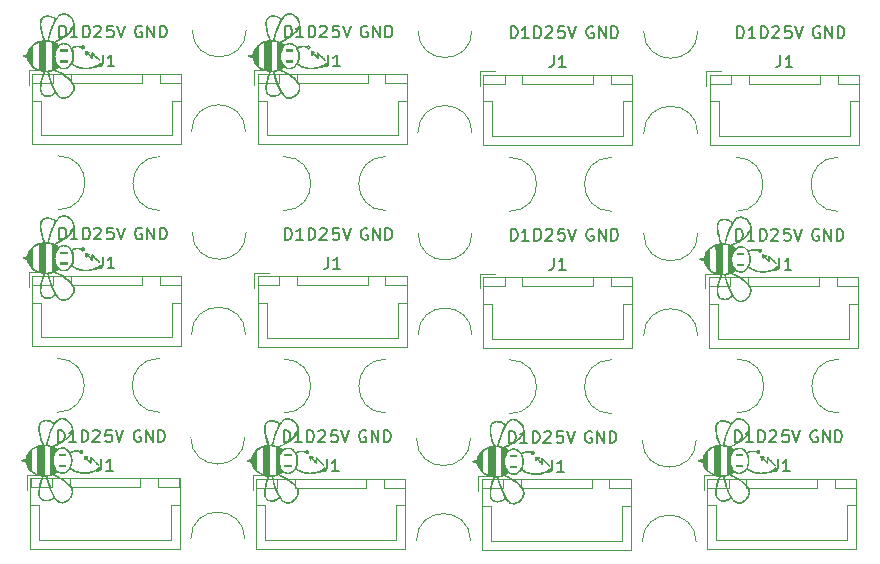
<source format=gbr>
%TF.GenerationSoftware,KiCad,Pcbnew,9.0.2*%
%TF.CreationDate,2025-05-19T21:39:43+01:00*%
%TF.ProjectId,grove_adaptor_panel,67726f76-655f-4616-9461-70746f725f70,rev?*%
%TF.SameCoordinates,Original*%
%TF.FileFunction,Legend,Top*%
%TF.FilePolarity,Positive*%
%FSLAX46Y46*%
G04 Gerber Fmt 4.6, Leading zero omitted, Abs format (unit mm)*
G04 Created by KiCad (PCBNEW 9.0.2) date 2025-05-19 21:39:43*
%MOMM*%
%LPD*%
G01*
G04 APERTURE LIST*
%ADD10C,0.150000*%
%ADD11C,0.120000*%
%ADD12C,0.010000*%
G04 APERTURE END LIST*
D10*
X138254905Y-105476819D02*
X138254905Y-104476819D01*
X138254905Y-104476819D02*
X138493000Y-104476819D01*
X138493000Y-104476819D02*
X138635857Y-104524438D01*
X138635857Y-104524438D02*
X138731095Y-104619676D01*
X138731095Y-104619676D02*
X138778714Y-104714914D01*
X138778714Y-104714914D02*
X138826333Y-104905390D01*
X138826333Y-104905390D02*
X138826333Y-105048247D01*
X138826333Y-105048247D02*
X138778714Y-105238723D01*
X138778714Y-105238723D02*
X138731095Y-105333961D01*
X138731095Y-105333961D02*
X138635857Y-105429200D01*
X138635857Y-105429200D02*
X138493000Y-105476819D01*
X138493000Y-105476819D02*
X138254905Y-105476819D01*
X139207286Y-104572057D02*
X139254905Y-104524438D01*
X139254905Y-104524438D02*
X139350143Y-104476819D01*
X139350143Y-104476819D02*
X139588238Y-104476819D01*
X139588238Y-104476819D02*
X139683476Y-104524438D01*
X139683476Y-104524438D02*
X139731095Y-104572057D01*
X139731095Y-104572057D02*
X139778714Y-104667295D01*
X139778714Y-104667295D02*
X139778714Y-104762533D01*
X139778714Y-104762533D02*
X139731095Y-104905390D01*
X139731095Y-104905390D02*
X139159667Y-105476819D01*
X139159667Y-105476819D02*
X139778714Y-105476819D01*
X143231095Y-104524438D02*
X143135857Y-104476819D01*
X143135857Y-104476819D02*
X142993000Y-104476819D01*
X142993000Y-104476819D02*
X142850143Y-104524438D01*
X142850143Y-104524438D02*
X142754905Y-104619676D01*
X142754905Y-104619676D02*
X142707286Y-104714914D01*
X142707286Y-104714914D02*
X142659667Y-104905390D01*
X142659667Y-104905390D02*
X142659667Y-105048247D01*
X142659667Y-105048247D02*
X142707286Y-105238723D01*
X142707286Y-105238723D02*
X142754905Y-105333961D01*
X142754905Y-105333961D02*
X142850143Y-105429200D01*
X142850143Y-105429200D02*
X142993000Y-105476819D01*
X142993000Y-105476819D02*
X143088238Y-105476819D01*
X143088238Y-105476819D02*
X143231095Y-105429200D01*
X143231095Y-105429200D02*
X143278714Y-105381580D01*
X143278714Y-105381580D02*
X143278714Y-105048247D01*
X143278714Y-105048247D02*
X143088238Y-105048247D01*
X143707286Y-105476819D02*
X143707286Y-104476819D01*
X143707286Y-104476819D02*
X144278714Y-105476819D01*
X144278714Y-105476819D02*
X144278714Y-104476819D01*
X144754905Y-105476819D02*
X144754905Y-104476819D01*
X144754905Y-104476819D02*
X144993000Y-104476819D01*
X144993000Y-104476819D02*
X145135857Y-104524438D01*
X145135857Y-104524438D02*
X145231095Y-104619676D01*
X145231095Y-104619676D02*
X145278714Y-104714914D01*
X145278714Y-104714914D02*
X145326333Y-104905390D01*
X145326333Y-104905390D02*
X145326333Y-105048247D01*
X145326333Y-105048247D02*
X145278714Y-105238723D01*
X145278714Y-105238723D02*
X145231095Y-105333961D01*
X145231095Y-105333961D02*
X145135857Y-105429200D01*
X145135857Y-105429200D02*
X144993000Y-105476819D01*
X144993000Y-105476819D02*
X144754905Y-105476819D01*
X136254905Y-105476819D02*
X136254905Y-104476819D01*
X136254905Y-104476819D02*
X136493000Y-104476819D01*
X136493000Y-104476819D02*
X136635857Y-104524438D01*
X136635857Y-104524438D02*
X136731095Y-104619676D01*
X136731095Y-104619676D02*
X136778714Y-104714914D01*
X136778714Y-104714914D02*
X136826333Y-104905390D01*
X136826333Y-104905390D02*
X136826333Y-105048247D01*
X136826333Y-105048247D02*
X136778714Y-105238723D01*
X136778714Y-105238723D02*
X136731095Y-105333961D01*
X136731095Y-105333961D02*
X136635857Y-105429200D01*
X136635857Y-105429200D02*
X136493000Y-105476819D01*
X136493000Y-105476819D02*
X136254905Y-105476819D01*
X137778714Y-105476819D02*
X137207286Y-105476819D01*
X137493000Y-105476819D02*
X137493000Y-104476819D01*
X137493000Y-104476819D02*
X137397762Y-104619676D01*
X137397762Y-104619676D02*
X137302524Y-104714914D01*
X137302524Y-104714914D02*
X137207286Y-104762533D01*
X140779523Y-104476819D02*
X140303333Y-104476819D01*
X140303333Y-104476819D02*
X140255714Y-104953009D01*
X140255714Y-104953009D02*
X140303333Y-104905390D01*
X140303333Y-104905390D02*
X140398571Y-104857771D01*
X140398571Y-104857771D02*
X140636666Y-104857771D01*
X140636666Y-104857771D02*
X140731904Y-104905390D01*
X140731904Y-104905390D02*
X140779523Y-104953009D01*
X140779523Y-104953009D02*
X140827142Y-105048247D01*
X140827142Y-105048247D02*
X140827142Y-105286342D01*
X140827142Y-105286342D02*
X140779523Y-105381580D01*
X140779523Y-105381580D02*
X140731904Y-105429200D01*
X140731904Y-105429200D02*
X140636666Y-105476819D01*
X140636666Y-105476819D02*
X140398571Y-105476819D01*
X140398571Y-105476819D02*
X140303333Y-105429200D01*
X140303333Y-105429200D02*
X140255714Y-105381580D01*
X141112857Y-104476819D02*
X141446190Y-105476819D01*
X141446190Y-105476819D02*
X141779523Y-104476819D01*
X157431905Y-88331819D02*
X157431905Y-87331819D01*
X157431905Y-87331819D02*
X157670000Y-87331819D01*
X157670000Y-87331819D02*
X157812857Y-87379438D01*
X157812857Y-87379438D02*
X157908095Y-87474676D01*
X157908095Y-87474676D02*
X157955714Y-87569914D01*
X157955714Y-87569914D02*
X158003333Y-87760390D01*
X158003333Y-87760390D02*
X158003333Y-87903247D01*
X158003333Y-87903247D02*
X157955714Y-88093723D01*
X157955714Y-88093723D02*
X157908095Y-88188961D01*
X157908095Y-88188961D02*
X157812857Y-88284200D01*
X157812857Y-88284200D02*
X157670000Y-88331819D01*
X157670000Y-88331819D02*
X157431905Y-88331819D01*
X158384286Y-87427057D02*
X158431905Y-87379438D01*
X158431905Y-87379438D02*
X158527143Y-87331819D01*
X158527143Y-87331819D02*
X158765238Y-87331819D01*
X158765238Y-87331819D02*
X158860476Y-87379438D01*
X158860476Y-87379438D02*
X158908095Y-87427057D01*
X158908095Y-87427057D02*
X158955714Y-87522295D01*
X158955714Y-87522295D02*
X158955714Y-87617533D01*
X158955714Y-87617533D02*
X158908095Y-87760390D01*
X158908095Y-87760390D02*
X158336667Y-88331819D01*
X158336667Y-88331819D02*
X158955714Y-88331819D01*
X162408095Y-87379438D02*
X162312857Y-87331819D01*
X162312857Y-87331819D02*
X162170000Y-87331819D01*
X162170000Y-87331819D02*
X162027143Y-87379438D01*
X162027143Y-87379438D02*
X161931905Y-87474676D01*
X161931905Y-87474676D02*
X161884286Y-87569914D01*
X161884286Y-87569914D02*
X161836667Y-87760390D01*
X161836667Y-87760390D02*
X161836667Y-87903247D01*
X161836667Y-87903247D02*
X161884286Y-88093723D01*
X161884286Y-88093723D02*
X161931905Y-88188961D01*
X161931905Y-88188961D02*
X162027143Y-88284200D01*
X162027143Y-88284200D02*
X162170000Y-88331819D01*
X162170000Y-88331819D02*
X162265238Y-88331819D01*
X162265238Y-88331819D02*
X162408095Y-88284200D01*
X162408095Y-88284200D02*
X162455714Y-88236580D01*
X162455714Y-88236580D02*
X162455714Y-87903247D01*
X162455714Y-87903247D02*
X162265238Y-87903247D01*
X162884286Y-88331819D02*
X162884286Y-87331819D01*
X162884286Y-87331819D02*
X163455714Y-88331819D01*
X163455714Y-88331819D02*
X163455714Y-87331819D01*
X163931905Y-88331819D02*
X163931905Y-87331819D01*
X163931905Y-87331819D02*
X164170000Y-87331819D01*
X164170000Y-87331819D02*
X164312857Y-87379438D01*
X164312857Y-87379438D02*
X164408095Y-87474676D01*
X164408095Y-87474676D02*
X164455714Y-87569914D01*
X164455714Y-87569914D02*
X164503333Y-87760390D01*
X164503333Y-87760390D02*
X164503333Y-87903247D01*
X164503333Y-87903247D02*
X164455714Y-88093723D01*
X164455714Y-88093723D02*
X164408095Y-88188961D01*
X164408095Y-88188961D02*
X164312857Y-88284200D01*
X164312857Y-88284200D02*
X164170000Y-88331819D01*
X164170000Y-88331819D02*
X163931905Y-88331819D01*
X155431905Y-88331819D02*
X155431905Y-87331819D01*
X155431905Y-87331819D02*
X155670000Y-87331819D01*
X155670000Y-87331819D02*
X155812857Y-87379438D01*
X155812857Y-87379438D02*
X155908095Y-87474676D01*
X155908095Y-87474676D02*
X155955714Y-87569914D01*
X155955714Y-87569914D02*
X156003333Y-87760390D01*
X156003333Y-87760390D02*
X156003333Y-87903247D01*
X156003333Y-87903247D02*
X155955714Y-88093723D01*
X155955714Y-88093723D02*
X155908095Y-88188961D01*
X155908095Y-88188961D02*
X155812857Y-88284200D01*
X155812857Y-88284200D02*
X155670000Y-88331819D01*
X155670000Y-88331819D02*
X155431905Y-88331819D01*
X156955714Y-88331819D02*
X156384286Y-88331819D01*
X156670000Y-88331819D02*
X156670000Y-87331819D01*
X156670000Y-87331819D02*
X156574762Y-87474676D01*
X156574762Y-87474676D02*
X156479524Y-87569914D01*
X156479524Y-87569914D02*
X156384286Y-87617533D01*
X159979523Y-87331819D02*
X159503333Y-87331819D01*
X159503333Y-87331819D02*
X159455714Y-87808009D01*
X159455714Y-87808009D02*
X159503333Y-87760390D01*
X159503333Y-87760390D02*
X159598571Y-87712771D01*
X159598571Y-87712771D02*
X159836666Y-87712771D01*
X159836666Y-87712771D02*
X159931904Y-87760390D01*
X159931904Y-87760390D02*
X159979523Y-87808009D01*
X159979523Y-87808009D02*
X160027142Y-87903247D01*
X160027142Y-87903247D02*
X160027142Y-88141342D01*
X160027142Y-88141342D02*
X159979523Y-88236580D01*
X159979523Y-88236580D02*
X159931904Y-88284200D01*
X159931904Y-88284200D02*
X159836666Y-88331819D01*
X159836666Y-88331819D02*
X159598571Y-88331819D01*
X159598571Y-88331819D02*
X159503333Y-88284200D01*
X159503333Y-88284200D02*
X159455714Y-88236580D01*
X160312857Y-87331819D02*
X160646190Y-88331819D01*
X160646190Y-88331819D02*
X160979523Y-87331819D01*
X138254905Y-88331819D02*
X138254905Y-87331819D01*
X138254905Y-87331819D02*
X138493000Y-87331819D01*
X138493000Y-87331819D02*
X138635857Y-87379438D01*
X138635857Y-87379438D02*
X138731095Y-87474676D01*
X138731095Y-87474676D02*
X138778714Y-87569914D01*
X138778714Y-87569914D02*
X138826333Y-87760390D01*
X138826333Y-87760390D02*
X138826333Y-87903247D01*
X138826333Y-87903247D02*
X138778714Y-88093723D01*
X138778714Y-88093723D02*
X138731095Y-88188961D01*
X138731095Y-88188961D02*
X138635857Y-88284200D01*
X138635857Y-88284200D02*
X138493000Y-88331819D01*
X138493000Y-88331819D02*
X138254905Y-88331819D01*
X139207286Y-87427057D02*
X139254905Y-87379438D01*
X139254905Y-87379438D02*
X139350143Y-87331819D01*
X139350143Y-87331819D02*
X139588238Y-87331819D01*
X139588238Y-87331819D02*
X139683476Y-87379438D01*
X139683476Y-87379438D02*
X139731095Y-87427057D01*
X139731095Y-87427057D02*
X139778714Y-87522295D01*
X139778714Y-87522295D02*
X139778714Y-87617533D01*
X139778714Y-87617533D02*
X139731095Y-87760390D01*
X139731095Y-87760390D02*
X139159667Y-88331819D01*
X139159667Y-88331819D02*
X139778714Y-88331819D01*
X143231095Y-87379438D02*
X143135857Y-87331819D01*
X143135857Y-87331819D02*
X142993000Y-87331819D01*
X142993000Y-87331819D02*
X142850143Y-87379438D01*
X142850143Y-87379438D02*
X142754905Y-87474676D01*
X142754905Y-87474676D02*
X142707286Y-87569914D01*
X142707286Y-87569914D02*
X142659667Y-87760390D01*
X142659667Y-87760390D02*
X142659667Y-87903247D01*
X142659667Y-87903247D02*
X142707286Y-88093723D01*
X142707286Y-88093723D02*
X142754905Y-88188961D01*
X142754905Y-88188961D02*
X142850143Y-88284200D01*
X142850143Y-88284200D02*
X142993000Y-88331819D01*
X142993000Y-88331819D02*
X143088238Y-88331819D01*
X143088238Y-88331819D02*
X143231095Y-88284200D01*
X143231095Y-88284200D02*
X143278714Y-88236580D01*
X143278714Y-88236580D02*
X143278714Y-87903247D01*
X143278714Y-87903247D02*
X143088238Y-87903247D01*
X143707286Y-88331819D02*
X143707286Y-87331819D01*
X143707286Y-87331819D02*
X144278714Y-88331819D01*
X144278714Y-88331819D02*
X144278714Y-87331819D01*
X144754905Y-88331819D02*
X144754905Y-87331819D01*
X144754905Y-87331819D02*
X144993000Y-87331819D01*
X144993000Y-87331819D02*
X145135857Y-87379438D01*
X145135857Y-87379438D02*
X145231095Y-87474676D01*
X145231095Y-87474676D02*
X145278714Y-87569914D01*
X145278714Y-87569914D02*
X145326333Y-87760390D01*
X145326333Y-87760390D02*
X145326333Y-87903247D01*
X145326333Y-87903247D02*
X145278714Y-88093723D01*
X145278714Y-88093723D02*
X145231095Y-88188961D01*
X145231095Y-88188961D02*
X145135857Y-88284200D01*
X145135857Y-88284200D02*
X144993000Y-88331819D01*
X144993000Y-88331819D02*
X144754905Y-88331819D01*
X136254905Y-88331819D02*
X136254905Y-87331819D01*
X136254905Y-87331819D02*
X136493000Y-87331819D01*
X136493000Y-87331819D02*
X136635857Y-87379438D01*
X136635857Y-87379438D02*
X136731095Y-87474676D01*
X136731095Y-87474676D02*
X136778714Y-87569914D01*
X136778714Y-87569914D02*
X136826333Y-87760390D01*
X136826333Y-87760390D02*
X136826333Y-87903247D01*
X136826333Y-87903247D02*
X136778714Y-88093723D01*
X136778714Y-88093723D02*
X136731095Y-88188961D01*
X136731095Y-88188961D02*
X136635857Y-88284200D01*
X136635857Y-88284200D02*
X136493000Y-88331819D01*
X136493000Y-88331819D02*
X136254905Y-88331819D01*
X137778714Y-88331819D02*
X137207286Y-88331819D01*
X137493000Y-88331819D02*
X137493000Y-87331819D01*
X137493000Y-87331819D02*
X137397762Y-87474676D01*
X137397762Y-87474676D02*
X137302524Y-87569914D01*
X137302524Y-87569914D02*
X137207286Y-87617533D01*
X140802523Y-87331819D02*
X140326333Y-87331819D01*
X140326333Y-87331819D02*
X140278714Y-87808009D01*
X140278714Y-87808009D02*
X140326333Y-87760390D01*
X140326333Y-87760390D02*
X140421571Y-87712771D01*
X140421571Y-87712771D02*
X140659666Y-87712771D01*
X140659666Y-87712771D02*
X140754904Y-87760390D01*
X140754904Y-87760390D02*
X140802523Y-87808009D01*
X140802523Y-87808009D02*
X140850142Y-87903247D01*
X140850142Y-87903247D02*
X140850142Y-88141342D01*
X140850142Y-88141342D02*
X140802523Y-88236580D01*
X140802523Y-88236580D02*
X140754904Y-88284200D01*
X140754904Y-88284200D02*
X140659666Y-88331819D01*
X140659666Y-88331819D02*
X140421571Y-88331819D01*
X140421571Y-88331819D02*
X140326333Y-88284200D01*
X140326333Y-88284200D02*
X140278714Y-88236580D01*
X141135857Y-87331819D02*
X141469190Y-88331819D01*
X141469190Y-88331819D02*
X141802523Y-87331819D01*
X119141405Y-105413319D02*
X119141405Y-104413319D01*
X119141405Y-104413319D02*
X119379500Y-104413319D01*
X119379500Y-104413319D02*
X119522357Y-104460938D01*
X119522357Y-104460938D02*
X119617595Y-104556176D01*
X119617595Y-104556176D02*
X119665214Y-104651414D01*
X119665214Y-104651414D02*
X119712833Y-104841890D01*
X119712833Y-104841890D02*
X119712833Y-104984747D01*
X119712833Y-104984747D02*
X119665214Y-105175223D01*
X119665214Y-105175223D02*
X119617595Y-105270461D01*
X119617595Y-105270461D02*
X119522357Y-105365700D01*
X119522357Y-105365700D02*
X119379500Y-105413319D01*
X119379500Y-105413319D02*
X119141405Y-105413319D01*
X120093786Y-104508557D02*
X120141405Y-104460938D01*
X120141405Y-104460938D02*
X120236643Y-104413319D01*
X120236643Y-104413319D02*
X120474738Y-104413319D01*
X120474738Y-104413319D02*
X120569976Y-104460938D01*
X120569976Y-104460938D02*
X120617595Y-104508557D01*
X120617595Y-104508557D02*
X120665214Y-104603795D01*
X120665214Y-104603795D02*
X120665214Y-104699033D01*
X120665214Y-104699033D02*
X120617595Y-104841890D01*
X120617595Y-104841890D02*
X120046167Y-105413319D01*
X120046167Y-105413319D02*
X120665214Y-105413319D01*
X124117595Y-104460938D02*
X124022357Y-104413319D01*
X124022357Y-104413319D02*
X123879500Y-104413319D01*
X123879500Y-104413319D02*
X123736643Y-104460938D01*
X123736643Y-104460938D02*
X123641405Y-104556176D01*
X123641405Y-104556176D02*
X123593786Y-104651414D01*
X123593786Y-104651414D02*
X123546167Y-104841890D01*
X123546167Y-104841890D02*
X123546167Y-104984747D01*
X123546167Y-104984747D02*
X123593786Y-105175223D01*
X123593786Y-105175223D02*
X123641405Y-105270461D01*
X123641405Y-105270461D02*
X123736643Y-105365700D01*
X123736643Y-105365700D02*
X123879500Y-105413319D01*
X123879500Y-105413319D02*
X123974738Y-105413319D01*
X123974738Y-105413319D02*
X124117595Y-105365700D01*
X124117595Y-105365700D02*
X124165214Y-105318080D01*
X124165214Y-105318080D02*
X124165214Y-104984747D01*
X124165214Y-104984747D02*
X123974738Y-104984747D01*
X124593786Y-105413319D02*
X124593786Y-104413319D01*
X124593786Y-104413319D02*
X125165214Y-105413319D01*
X125165214Y-105413319D02*
X125165214Y-104413319D01*
X125641405Y-105413319D02*
X125641405Y-104413319D01*
X125641405Y-104413319D02*
X125879500Y-104413319D01*
X125879500Y-104413319D02*
X126022357Y-104460938D01*
X126022357Y-104460938D02*
X126117595Y-104556176D01*
X126117595Y-104556176D02*
X126165214Y-104651414D01*
X126165214Y-104651414D02*
X126212833Y-104841890D01*
X126212833Y-104841890D02*
X126212833Y-104984747D01*
X126212833Y-104984747D02*
X126165214Y-105175223D01*
X126165214Y-105175223D02*
X126117595Y-105270461D01*
X126117595Y-105270461D02*
X126022357Y-105365700D01*
X126022357Y-105365700D02*
X125879500Y-105413319D01*
X125879500Y-105413319D02*
X125641405Y-105413319D01*
X117141405Y-105413319D02*
X117141405Y-104413319D01*
X117141405Y-104413319D02*
X117379500Y-104413319D01*
X117379500Y-104413319D02*
X117522357Y-104460938D01*
X117522357Y-104460938D02*
X117617595Y-104556176D01*
X117617595Y-104556176D02*
X117665214Y-104651414D01*
X117665214Y-104651414D02*
X117712833Y-104841890D01*
X117712833Y-104841890D02*
X117712833Y-104984747D01*
X117712833Y-104984747D02*
X117665214Y-105175223D01*
X117665214Y-105175223D02*
X117617595Y-105270461D01*
X117617595Y-105270461D02*
X117522357Y-105365700D01*
X117522357Y-105365700D02*
X117379500Y-105413319D01*
X117379500Y-105413319D02*
X117141405Y-105413319D01*
X118665214Y-105413319D02*
X118093786Y-105413319D01*
X118379500Y-105413319D02*
X118379500Y-104413319D01*
X118379500Y-104413319D02*
X118284262Y-104556176D01*
X118284262Y-104556176D02*
X118189024Y-104651414D01*
X118189024Y-104651414D02*
X118093786Y-104699033D01*
X121689023Y-104413319D02*
X121212833Y-104413319D01*
X121212833Y-104413319D02*
X121165214Y-104889509D01*
X121165214Y-104889509D02*
X121212833Y-104841890D01*
X121212833Y-104841890D02*
X121308071Y-104794271D01*
X121308071Y-104794271D02*
X121546166Y-104794271D01*
X121546166Y-104794271D02*
X121641404Y-104841890D01*
X121641404Y-104841890D02*
X121689023Y-104889509D01*
X121689023Y-104889509D02*
X121736642Y-104984747D01*
X121736642Y-104984747D02*
X121736642Y-105222842D01*
X121736642Y-105222842D02*
X121689023Y-105318080D01*
X121689023Y-105318080D02*
X121641404Y-105365700D01*
X121641404Y-105365700D02*
X121546166Y-105413319D01*
X121546166Y-105413319D02*
X121308071Y-105413319D01*
X121308071Y-105413319D02*
X121212833Y-105365700D01*
X121212833Y-105365700D02*
X121165214Y-105318080D01*
X122022357Y-104413319D02*
X122355690Y-105413319D01*
X122355690Y-105413319D02*
X122689023Y-104413319D01*
X99910905Y-122520319D02*
X99910905Y-121520319D01*
X99910905Y-121520319D02*
X100149000Y-121520319D01*
X100149000Y-121520319D02*
X100291857Y-121567938D01*
X100291857Y-121567938D02*
X100387095Y-121663176D01*
X100387095Y-121663176D02*
X100434714Y-121758414D01*
X100434714Y-121758414D02*
X100482333Y-121948890D01*
X100482333Y-121948890D02*
X100482333Y-122091747D01*
X100482333Y-122091747D02*
X100434714Y-122282223D01*
X100434714Y-122282223D02*
X100387095Y-122377461D01*
X100387095Y-122377461D02*
X100291857Y-122472700D01*
X100291857Y-122472700D02*
X100149000Y-122520319D01*
X100149000Y-122520319D02*
X99910905Y-122520319D01*
X100863286Y-121615557D02*
X100910905Y-121567938D01*
X100910905Y-121567938D02*
X101006143Y-121520319D01*
X101006143Y-121520319D02*
X101244238Y-121520319D01*
X101244238Y-121520319D02*
X101339476Y-121567938D01*
X101339476Y-121567938D02*
X101387095Y-121615557D01*
X101387095Y-121615557D02*
X101434714Y-121710795D01*
X101434714Y-121710795D02*
X101434714Y-121806033D01*
X101434714Y-121806033D02*
X101387095Y-121948890D01*
X101387095Y-121948890D02*
X100815667Y-122520319D01*
X100815667Y-122520319D02*
X101434714Y-122520319D01*
X102458523Y-121520319D02*
X101982333Y-121520319D01*
X101982333Y-121520319D02*
X101934714Y-121996509D01*
X101934714Y-121996509D02*
X101982333Y-121948890D01*
X101982333Y-121948890D02*
X102077571Y-121901271D01*
X102077571Y-121901271D02*
X102315666Y-121901271D01*
X102315666Y-121901271D02*
X102410904Y-121948890D01*
X102410904Y-121948890D02*
X102458523Y-121996509D01*
X102458523Y-121996509D02*
X102506142Y-122091747D01*
X102506142Y-122091747D02*
X102506142Y-122329842D01*
X102506142Y-122329842D02*
X102458523Y-122425080D01*
X102458523Y-122425080D02*
X102410904Y-122472700D01*
X102410904Y-122472700D02*
X102315666Y-122520319D01*
X102315666Y-122520319D02*
X102077571Y-122520319D01*
X102077571Y-122520319D02*
X101982333Y-122472700D01*
X101982333Y-122472700D02*
X101934714Y-122425080D01*
X102791857Y-121520319D02*
X103125190Y-122520319D01*
X103125190Y-122520319D02*
X103458523Y-121520319D01*
X104887095Y-121567938D02*
X104791857Y-121520319D01*
X104791857Y-121520319D02*
X104649000Y-121520319D01*
X104649000Y-121520319D02*
X104506143Y-121567938D01*
X104506143Y-121567938D02*
X104410905Y-121663176D01*
X104410905Y-121663176D02*
X104363286Y-121758414D01*
X104363286Y-121758414D02*
X104315667Y-121948890D01*
X104315667Y-121948890D02*
X104315667Y-122091747D01*
X104315667Y-122091747D02*
X104363286Y-122282223D01*
X104363286Y-122282223D02*
X104410905Y-122377461D01*
X104410905Y-122377461D02*
X104506143Y-122472700D01*
X104506143Y-122472700D02*
X104649000Y-122520319D01*
X104649000Y-122520319D02*
X104744238Y-122520319D01*
X104744238Y-122520319D02*
X104887095Y-122472700D01*
X104887095Y-122472700D02*
X104934714Y-122425080D01*
X104934714Y-122425080D02*
X104934714Y-122091747D01*
X104934714Y-122091747D02*
X104744238Y-122091747D01*
X105363286Y-122520319D02*
X105363286Y-121520319D01*
X105363286Y-121520319D02*
X105934714Y-122520319D01*
X105934714Y-122520319D02*
X105934714Y-121520319D01*
X106410905Y-122520319D02*
X106410905Y-121520319D01*
X106410905Y-121520319D02*
X106649000Y-121520319D01*
X106649000Y-121520319D02*
X106791857Y-121567938D01*
X106791857Y-121567938D02*
X106887095Y-121663176D01*
X106887095Y-121663176D02*
X106934714Y-121758414D01*
X106934714Y-121758414D02*
X106982333Y-121948890D01*
X106982333Y-121948890D02*
X106982333Y-122091747D01*
X106982333Y-122091747D02*
X106934714Y-122282223D01*
X106934714Y-122282223D02*
X106887095Y-122377461D01*
X106887095Y-122377461D02*
X106791857Y-122472700D01*
X106791857Y-122472700D02*
X106649000Y-122520319D01*
X106649000Y-122520319D02*
X106410905Y-122520319D01*
X97910905Y-122520319D02*
X97910905Y-121520319D01*
X97910905Y-121520319D02*
X98149000Y-121520319D01*
X98149000Y-121520319D02*
X98291857Y-121567938D01*
X98291857Y-121567938D02*
X98387095Y-121663176D01*
X98387095Y-121663176D02*
X98434714Y-121758414D01*
X98434714Y-121758414D02*
X98482333Y-121948890D01*
X98482333Y-121948890D02*
X98482333Y-122091747D01*
X98482333Y-122091747D02*
X98434714Y-122282223D01*
X98434714Y-122282223D02*
X98387095Y-122377461D01*
X98387095Y-122377461D02*
X98291857Y-122472700D01*
X98291857Y-122472700D02*
X98149000Y-122520319D01*
X98149000Y-122520319D02*
X97910905Y-122520319D01*
X99434714Y-122520319D02*
X98863286Y-122520319D01*
X99149000Y-122520319D02*
X99149000Y-121520319D01*
X99149000Y-121520319D02*
X99053762Y-121663176D01*
X99053762Y-121663176D02*
X98958524Y-121758414D01*
X98958524Y-121758414D02*
X98863286Y-121806033D01*
X98037905Y-105375319D02*
X98037905Y-104375319D01*
X98037905Y-104375319D02*
X98276000Y-104375319D01*
X98276000Y-104375319D02*
X98418857Y-104422938D01*
X98418857Y-104422938D02*
X98514095Y-104518176D01*
X98514095Y-104518176D02*
X98561714Y-104613414D01*
X98561714Y-104613414D02*
X98609333Y-104803890D01*
X98609333Y-104803890D02*
X98609333Y-104946747D01*
X98609333Y-104946747D02*
X98561714Y-105137223D01*
X98561714Y-105137223D02*
X98514095Y-105232461D01*
X98514095Y-105232461D02*
X98418857Y-105327700D01*
X98418857Y-105327700D02*
X98276000Y-105375319D01*
X98276000Y-105375319D02*
X98037905Y-105375319D01*
X99561714Y-105375319D02*
X98990286Y-105375319D01*
X99276000Y-105375319D02*
X99276000Y-104375319D01*
X99276000Y-104375319D02*
X99180762Y-104518176D01*
X99180762Y-104518176D02*
X99085524Y-104613414D01*
X99085524Y-104613414D02*
X98990286Y-104661033D01*
X105014095Y-104422938D02*
X104918857Y-104375319D01*
X104918857Y-104375319D02*
X104776000Y-104375319D01*
X104776000Y-104375319D02*
X104633143Y-104422938D01*
X104633143Y-104422938D02*
X104537905Y-104518176D01*
X104537905Y-104518176D02*
X104490286Y-104613414D01*
X104490286Y-104613414D02*
X104442667Y-104803890D01*
X104442667Y-104803890D02*
X104442667Y-104946747D01*
X104442667Y-104946747D02*
X104490286Y-105137223D01*
X104490286Y-105137223D02*
X104537905Y-105232461D01*
X104537905Y-105232461D02*
X104633143Y-105327700D01*
X104633143Y-105327700D02*
X104776000Y-105375319D01*
X104776000Y-105375319D02*
X104871238Y-105375319D01*
X104871238Y-105375319D02*
X105014095Y-105327700D01*
X105014095Y-105327700D02*
X105061714Y-105280080D01*
X105061714Y-105280080D02*
X105061714Y-104946747D01*
X105061714Y-104946747D02*
X104871238Y-104946747D01*
X105490286Y-105375319D02*
X105490286Y-104375319D01*
X105490286Y-104375319D02*
X106061714Y-105375319D01*
X106061714Y-105375319D02*
X106061714Y-104375319D01*
X106537905Y-105375319D02*
X106537905Y-104375319D01*
X106537905Y-104375319D02*
X106776000Y-104375319D01*
X106776000Y-104375319D02*
X106918857Y-104422938D01*
X106918857Y-104422938D02*
X107014095Y-104518176D01*
X107014095Y-104518176D02*
X107061714Y-104613414D01*
X107061714Y-104613414D02*
X107109333Y-104803890D01*
X107109333Y-104803890D02*
X107109333Y-104946747D01*
X107109333Y-104946747D02*
X107061714Y-105137223D01*
X107061714Y-105137223D02*
X107014095Y-105232461D01*
X107014095Y-105232461D02*
X106918857Y-105327700D01*
X106918857Y-105327700D02*
X106776000Y-105375319D01*
X106776000Y-105375319D02*
X106537905Y-105375319D01*
X102585523Y-104375319D02*
X102109333Y-104375319D01*
X102109333Y-104375319D02*
X102061714Y-104851509D01*
X102061714Y-104851509D02*
X102109333Y-104803890D01*
X102109333Y-104803890D02*
X102204571Y-104756271D01*
X102204571Y-104756271D02*
X102442666Y-104756271D01*
X102442666Y-104756271D02*
X102537904Y-104803890D01*
X102537904Y-104803890D02*
X102585523Y-104851509D01*
X102585523Y-104851509D02*
X102633142Y-104946747D01*
X102633142Y-104946747D02*
X102633142Y-105184842D01*
X102633142Y-105184842D02*
X102585523Y-105280080D01*
X102585523Y-105280080D02*
X102537904Y-105327700D01*
X102537904Y-105327700D02*
X102442666Y-105375319D01*
X102442666Y-105375319D02*
X102204571Y-105375319D01*
X102204571Y-105375319D02*
X102109333Y-105327700D01*
X102109333Y-105327700D02*
X102061714Y-105280080D01*
X102918857Y-104375319D02*
X103252190Y-105375319D01*
X103252190Y-105375319D02*
X103585523Y-104375319D01*
X100037905Y-105375319D02*
X100037905Y-104375319D01*
X100037905Y-104375319D02*
X100276000Y-104375319D01*
X100276000Y-104375319D02*
X100418857Y-104422938D01*
X100418857Y-104422938D02*
X100514095Y-104518176D01*
X100514095Y-104518176D02*
X100561714Y-104613414D01*
X100561714Y-104613414D02*
X100609333Y-104803890D01*
X100609333Y-104803890D02*
X100609333Y-104946747D01*
X100609333Y-104946747D02*
X100561714Y-105137223D01*
X100561714Y-105137223D02*
X100514095Y-105232461D01*
X100514095Y-105232461D02*
X100418857Y-105327700D01*
X100418857Y-105327700D02*
X100276000Y-105375319D01*
X100276000Y-105375319D02*
X100037905Y-105375319D01*
X100990286Y-104470557D02*
X101037905Y-104422938D01*
X101037905Y-104422938D02*
X101133143Y-104375319D01*
X101133143Y-104375319D02*
X101371238Y-104375319D01*
X101371238Y-104375319D02*
X101466476Y-104422938D01*
X101466476Y-104422938D02*
X101514095Y-104470557D01*
X101514095Y-104470557D02*
X101561714Y-104565795D01*
X101561714Y-104565795D02*
X101561714Y-104661033D01*
X101561714Y-104661033D02*
X101514095Y-104803890D01*
X101514095Y-104803890D02*
X100942667Y-105375319D01*
X100942667Y-105375319D02*
X101561714Y-105375319D01*
X162197595Y-121589938D02*
X162102357Y-121542319D01*
X162102357Y-121542319D02*
X161959500Y-121542319D01*
X161959500Y-121542319D02*
X161816643Y-121589938D01*
X161816643Y-121589938D02*
X161721405Y-121685176D01*
X161721405Y-121685176D02*
X161673786Y-121780414D01*
X161673786Y-121780414D02*
X161626167Y-121970890D01*
X161626167Y-121970890D02*
X161626167Y-122113747D01*
X161626167Y-122113747D02*
X161673786Y-122304223D01*
X161673786Y-122304223D02*
X161721405Y-122399461D01*
X161721405Y-122399461D02*
X161816643Y-122494700D01*
X161816643Y-122494700D02*
X161959500Y-122542319D01*
X161959500Y-122542319D02*
X162054738Y-122542319D01*
X162054738Y-122542319D02*
X162197595Y-122494700D01*
X162197595Y-122494700D02*
X162245214Y-122447080D01*
X162245214Y-122447080D02*
X162245214Y-122113747D01*
X162245214Y-122113747D02*
X162054738Y-122113747D01*
X162673786Y-122542319D02*
X162673786Y-121542319D01*
X162673786Y-121542319D02*
X163245214Y-122542319D01*
X163245214Y-122542319D02*
X163245214Y-121542319D01*
X163721405Y-122542319D02*
X163721405Y-121542319D01*
X163721405Y-121542319D02*
X163959500Y-121542319D01*
X163959500Y-121542319D02*
X164102357Y-121589938D01*
X164102357Y-121589938D02*
X164197595Y-121685176D01*
X164197595Y-121685176D02*
X164245214Y-121780414D01*
X164245214Y-121780414D02*
X164292833Y-121970890D01*
X164292833Y-121970890D02*
X164292833Y-122113747D01*
X164292833Y-122113747D02*
X164245214Y-122304223D01*
X164245214Y-122304223D02*
X164197595Y-122399461D01*
X164197595Y-122399461D02*
X164102357Y-122494700D01*
X164102357Y-122494700D02*
X163959500Y-122542319D01*
X163959500Y-122542319D02*
X163721405Y-122542319D01*
X143094095Y-121653438D02*
X142998857Y-121605819D01*
X142998857Y-121605819D02*
X142856000Y-121605819D01*
X142856000Y-121605819D02*
X142713143Y-121653438D01*
X142713143Y-121653438D02*
X142617905Y-121748676D01*
X142617905Y-121748676D02*
X142570286Y-121843914D01*
X142570286Y-121843914D02*
X142522667Y-122034390D01*
X142522667Y-122034390D02*
X142522667Y-122177247D01*
X142522667Y-122177247D02*
X142570286Y-122367723D01*
X142570286Y-122367723D02*
X142617905Y-122462961D01*
X142617905Y-122462961D02*
X142713143Y-122558200D01*
X142713143Y-122558200D02*
X142856000Y-122605819D01*
X142856000Y-122605819D02*
X142951238Y-122605819D01*
X142951238Y-122605819D02*
X143094095Y-122558200D01*
X143094095Y-122558200D02*
X143141714Y-122510580D01*
X143141714Y-122510580D02*
X143141714Y-122177247D01*
X143141714Y-122177247D02*
X142951238Y-122177247D01*
X143570286Y-122605819D02*
X143570286Y-121605819D01*
X143570286Y-121605819D02*
X144141714Y-122605819D01*
X144141714Y-122605819D02*
X144141714Y-121605819D01*
X144617905Y-122605819D02*
X144617905Y-121605819D01*
X144617905Y-121605819D02*
X144856000Y-121605819D01*
X144856000Y-121605819D02*
X144998857Y-121653438D01*
X144998857Y-121653438D02*
X145094095Y-121748676D01*
X145094095Y-121748676D02*
X145141714Y-121843914D01*
X145141714Y-121843914D02*
X145189333Y-122034390D01*
X145189333Y-122034390D02*
X145189333Y-122177247D01*
X145189333Y-122177247D02*
X145141714Y-122367723D01*
X145141714Y-122367723D02*
X145094095Y-122462961D01*
X145094095Y-122462961D02*
X144998857Y-122558200D01*
X144998857Y-122558200D02*
X144856000Y-122605819D01*
X144856000Y-122605819D02*
X144617905Y-122605819D01*
X123990595Y-121589938D02*
X123895357Y-121542319D01*
X123895357Y-121542319D02*
X123752500Y-121542319D01*
X123752500Y-121542319D02*
X123609643Y-121589938D01*
X123609643Y-121589938D02*
X123514405Y-121685176D01*
X123514405Y-121685176D02*
X123466786Y-121780414D01*
X123466786Y-121780414D02*
X123419167Y-121970890D01*
X123419167Y-121970890D02*
X123419167Y-122113747D01*
X123419167Y-122113747D02*
X123466786Y-122304223D01*
X123466786Y-122304223D02*
X123514405Y-122399461D01*
X123514405Y-122399461D02*
X123609643Y-122494700D01*
X123609643Y-122494700D02*
X123752500Y-122542319D01*
X123752500Y-122542319D02*
X123847738Y-122542319D01*
X123847738Y-122542319D02*
X123990595Y-122494700D01*
X123990595Y-122494700D02*
X124038214Y-122447080D01*
X124038214Y-122447080D02*
X124038214Y-122113747D01*
X124038214Y-122113747D02*
X123847738Y-122113747D01*
X124466786Y-122542319D02*
X124466786Y-121542319D01*
X124466786Y-121542319D02*
X125038214Y-122542319D01*
X125038214Y-122542319D02*
X125038214Y-121542319D01*
X125514405Y-122542319D02*
X125514405Y-121542319D01*
X125514405Y-121542319D02*
X125752500Y-121542319D01*
X125752500Y-121542319D02*
X125895357Y-121589938D01*
X125895357Y-121589938D02*
X125990595Y-121685176D01*
X125990595Y-121685176D02*
X126038214Y-121780414D01*
X126038214Y-121780414D02*
X126085833Y-121970890D01*
X126085833Y-121970890D02*
X126085833Y-122113747D01*
X126085833Y-122113747D02*
X126038214Y-122304223D01*
X126038214Y-122304223D02*
X125990595Y-122399461D01*
X125990595Y-122399461D02*
X125895357Y-122494700D01*
X125895357Y-122494700D02*
X125752500Y-122542319D01*
X125752500Y-122542319D02*
X125514405Y-122542319D01*
X162324595Y-104527938D02*
X162229357Y-104480319D01*
X162229357Y-104480319D02*
X162086500Y-104480319D01*
X162086500Y-104480319D02*
X161943643Y-104527938D01*
X161943643Y-104527938D02*
X161848405Y-104623176D01*
X161848405Y-104623176D02*
X161800786Y-104718414D01*
X161800786Y-104718414D02*
X161753167Y-104908890D01*
X161753167Y-104908890D02*
X161753167Y-105051747D01*
X161753167Y-105051747D02*
X161800786Y-105242223D01*
X161800786Y-105242223D02*
X161848405Y-105337461D01*
X161848405Y-105337461D02*
X161943643Y-105432700D01*
X161943643Y-105432700D02*
X162086500Y-105480319D01*
X162086500Y-105480319D02*
X162181738Y-105480319D01*
X162181738Y-105480319D02*
X162324595Y-105432700D01*
X162324595Y-105432700D02*
X162372214Y-105385080D01*
X162372214Y-105385080D02*
X162372214Y-105051747D01*
X162372214Y-105051747D02*
X162181738Y-105051747D01*
X162800786Y-105480319D02*
X162800786Y-104480319D01*
X162800786Y-104480319D02*
X163372214Y-105480319D01*
X163372214Y-105480319D02*
X163372214Y-104480319D01*
X163848405Y-105480319D02*
X163848405Y-104480319D01*
X163848405Y-104480319D02*
X164086500Y-104480319D01*
X164086500Y-104480319D02*
X164229357Y-104527938D01*
X164229357Y-104527938D02*
X164324595Y-104623176D01*
X164324595Y-104623176D02*
X164372214Y-104718414D01*
X164372214Y-104718414D02*
X164419833Y-104908890D01*
X164419833Y-104908890D02*
X164419833Y-105051747D01*
X164419833Y-105051747D02*
X164372214Y-105242223D01*
X164372214Y-105242223D02*
X164324595Y-105337461D01*
X164324595Y-105337461D02*
X164229357Y-105432700D01*
X164229357Y-105432700D02*
X164086500Y-105480319D01*
X164086500Y-105480319D02*
X163848405Y-105480319D01*
X124117595Y-87319438D02*
X124022357Y-87271819D01*
X124022357Y-87271819D02*
X123879500Y-87271819D01*
X123879500Y-87271819D02*
X123736643Y-87319438D01*
X123736643Y-87319438D02*
X123641405Y-87414676D01*
X123641405Y-87414676D02*
X123593786Y-87509914D01*
X123593786Y-87509914D02*
X123546167Y-87700390D01*
X123546167Y-87700390D02*
X123546167Y-87843247D01*
X123546167Y-87843247D02*
X123593786Y-88033723D01*
X123593786Y-88033723D02*
X123641405Y-88128961D01*
X123641405Y-88128961D02*
X123736643Y-88224200D01*
X123736643Y-88224200D02*
X123879500Y-88271819D01*
X123879500Y-88271819D02*
X123974738Y-88271819D01*
X123974738Y-88271819D02*
X124117595Y-88224200D01*
X124117595Y-88224200D02*
X124165214Y-88176580D01*
X124165214Y-88176580D02*
X124165214Y-87843247D01*
X124165214Y-87843247D02*
X123974738Y-87843247D01*
X124593786Y-88271819D02*
X124593786Y-87271819D01*
X124593786Y-87271819D02*
X125165214Y-88271819D01*
X125165214Y-88271819D02*
X125165214Y-87271819D01*
X125641405Y-88271819D02*
X125641405Y-87271819D01*
X125641405Y-87271819D02*
X125879500Y-87271819D01*
X125879500Y-87271819D02*
X126022357Y-87319438D01*
X126022357Y-87319438D02*
X126117595Y-87414676D01*
X126117595Y-87414676D02*
X126165214Y-87509914D01*
X126165214Y-87509914D02*
X126212833Y-87700390D01*
X126212833Y-87700390D02*
X126212833Y-87843247D01*
X126212833Y-87843247D02*
X126165214Y-88033723D01*
X126165214Y-88033723D02*
X126117595Y-88128961D01*
X126117595Y-88128961D02*
X126022357Y-88224200D01*
X126022357Y-88224200D02*
X125879500Y-88271819D01*
X125879500Y-88271819D02*
X125641405Y-88271819D01*
X155221405Y-122542319D02*
X155221405Y-121542319D01*
X155221405Y-121542319D02*
X155459500Y-121542319D01*
X155459500Y-121542319D02*
X155602357Y-121589938D01*
X155602357Y-121589938D02*
X155697595Y-121685176D01*
X155697595Y-121685176D02*
X155745214Y-121780414D01*
X155745214Y-121780414D02*
X155792833Y-121970890D01*
X155792833Y-121970890D02*
X155792833Y-122113747D01*
X155792833Y-122113747D02*
X155745214Y-122304223D01*
X155745214Y-122304223D02*
X155697595Y-122399461D01*
X155697595Y-122399461D02*
X155602357Y-122494700D01*
X155602357Y-122494700D02*
X155459500Y-122542319D01*
X155459500Y-122542319D02*
X155221405Y-122542319D01*
X156745214Y-122542319D02*
X156173786Y-122542319D01*
X156459500Y-122542319D02*
X156459500Y-121542319D01*
X156459500Y-121542319D02*
X156364262Y-121685176D01*
X156364262Y-121685176D02*
X156269024Y-121780414D01*
X156269024Y-121780414D02*
X156173786Y-121828033D01*
X136117905Y-122605819D02*
X136117905Y-121605819D01*
X136117905Y-121605819D02*
X136356000Y-121605819D01*
X136356000Y-121605819D02*
X136498857Y-121653438D01*
X136498857Y-121653438D02*
X136594095Y-121748676D01*
X136594095Y-121748676D02*
X136641714Y-121843914D01*
X136641714Y-121843914D02*
X136689333Y-122034390D01*
X136689333Y-122034390D02*
X136689333Y-122177247D01*
X136689333Y-122177247D02*
X136641714Y-122367723D01*
X136641714Y-122367723D02*
X136594095Y-122462961D01*
X136594095Y-122462961D02*
X136498857Y-122558200D01*
X136498857Y-122558200D02*
X136356000Y-122605819D01*
X136356000Y-122605819D02*
X136117905Y-122605819D01*
X137641714Y-122605819D02*
X137070286Y-122605819D01*
X137356000Y-122605819D02*
X137356000Y-121605819D01*
X137356000Y-121605819D02*
X137260762Y-121748676D01*
X137260762Y-121748676D02*
X137165524Y-121843914D01*
X137165524Y-121843914D02*
X137070286Y-121891533D01*
X117014405Y-122542319D02*
X117014405Y-121542319D01*
X117014405Y-121542319D02*
X117252500Y-121542319D01*
X117252500Y-121542319D02*
X117395357Y-121589938D01*
X117395357Y-121589938D02*
X117490595Y-121685176D01*
X117490595Y-121685176D02*
X117538214Y-121780414D01*
X117538214Y-121780414D02*
X117585833Y-121970890D01*
X117585833Y-121970890D02*
X117585833Y-122113747D01*
X117585833Y-122113747D02*
X117538214Y-122304223D01*
X117538214Y-122304223D02*
X117490595Y-122399461D01*
X117490595Y-122399461D02*
X117395357Y-122494700D01*
X117395357Y-122494700D02*
X117252500Y-122542319D01*
X117252500Y-122542319D02*
X117014405Y-122542319D01*
X118538214Y-122542319D02*
X117966786Y-122542319D01*
X118252500Y-122542319D02*
X118252500Y-121542319D01*
X118252500Y-121542319D02*
X118157262Y-121685176D01*
X118157262Y-121685176D02*
X118062024Y-121780414D01*
X118062024Y-121780414D02*
X117966786Y-121828033D01*
X155348405Y-105480319D02*
X155348405Y-104480319D01*
X155348405Y-104480319D02*
X155586500Y-104480319D01*
X155586500Y-104480319D02*
X155729357Y-104527938D01*
X155729357Y-104527938D02*
X155824595Y-104623176D01*
X155824595Y-104623176D02*
X155872214Y-104718414D01*
X155872214Y-104718414D02*
X155919833Y-104908890D01*
X155919833Y-104908890D02*
X155919833Y-105051747D01*
X155919833Y-105051747D02*
X155872214Y-105242223D01*
X155872214Y-105242223D02*
X155824595Y-105337461D01*
X155824595Y-105337461D02*
X155729357Y-105432700D01*
X155729357Y-105432700D02*
X155586500Y-105480319D01*
X155586500Y-105480319D02*
X155348405Y-105480319D01*
X156872214Y-105480319D02*
X156300786Y-105480319D01*
X156586500Y-105480319D02*
X156586500Y-104480319D01*
X156586500Y-104480319D02*
X156491262Y-104623176D01*
X156491262Y-104623176D02*
X156396024Y-104718414D01*
X156396024Y-104718414D02*
X156300786Y-104766033D01*
X117141405Y-88271819D02*
X117141405Y-87271819D01*
X117141405Y-87271819D02*
X117379500Y-87271819D01*
X117379500Y-87271819D02*
X117522357Y-87319438D01*
X117522357Y-87319438D02*
X117617595Y-87414676D01*
X117617595Y-87414676D02*
X117665214Y-87509914D01*
X117665214Y-87509914D02*
X117712833Y-87700390D01*
X117712833Y-87700390D02*
X117712833Y-87843247D01*
X117712833Y-87843247D02*
X117665214Y-88033723D01*
X117665214Y-88033723D02*
X117617595Y-88128961D01*
X117617595Y-88128961D02*
X117522357Y-88224200D01*
X117522357Y-88224200D02*
X117379500Y-88271819D01*
X117379500Y-88271819D02*
X117141405Y-88271819D01*
X118665214Y-88271819D02*
X118093786Y-88271819D01*
X118379500Y-88271819D02*
X118379500Y-87271819D01*
X118379500Y-87271819D02*
X118284262Y-87414676D01*
X118284262Y-87414676D02*
X118189024Y-87509914D01*
X118189024Y-87509914D02*
X118093786Y-87557533D01*
X159769023Y-121542319D02*
X159292833Y-121542319D01*
X159292833Y-121542319D02*
X159245214Y-122018509D01*
X159245214Y-122018509D02*
X159292833Y-121970890D01*
X159292833Y-121970890D02*
X159388071Y-121923271D01*
X159388071Y-121923271D02*
X159626166Y-121923271D01*
X159626166Y-121923271D02*
X159721404Y-121970890D01*
X159721404Y-121970890D02*
X159769023Y-122018509D01*
X159769023Y-122018509D02*
X159816642Y-122113747D01*
X159816642Y-122113747D02*
X159816642Y-122351842D01*
X159816642Y-122351842D02*
X159769023Y-122447080D01*
X159769023Y-122447080D02*
X159721404Y-122494700D01*
X159721404Y-122494700D02*
X159626166Y-122542319D01*
X159626166Y-122542319D02*
X159388071Y-122542319D01*
X159388071Y-122542319D02*
X159292833Y-122494700D01*
X159292833Y-122494700D02*
X159245214Y-122447080D01*
X160102357Y-121542319D02*
X160435690Y-122542319D01*
X160435690Y-122542319D02*
X160769023Y-121542319D01*
X140665523Y-121605819D02*
X140189333Y-121605819D01*
X140189333Y-121605819D02*
X140141714Y-122082009D01*
X140141714Y-122082009D02*
X140189333Y-122034390D01*
X140189333Y-122034390D02*
X140284571Y-121986771D01*
X140284571Y-121986771D02*
X140522666Y-121986771D01*
X140522666Y-121986771D02*
X140617904Y-122034390D01*
X140617904Y-122034390D02*
X140665523Y-122082009D01*
X140665523Y-122082009D02*
X140713142Y-122177247D01*
X140713142Y-122177247D02*
X140713142Y-122415342D01*
X140713142Y-122415342D02*
X140665523Y-122510580D01*
X140665523Y-122510580D02*
X140617904Y-122558200D01*
X140617904Y-122558200D02*
X140522666Y-122605819D01*
X140522666Y-122605819D02*
X140284571Y-122605819D01*
X140284571Y-122605819D02*
X140189333Y-122558200D01*
X140189333Y-122558200D02*
X140141714Y-122510580D01*
X140998857Y-121605819D02*
X141332190Y-122605819D01*
X141332190Y-122605819D02*
X141665523Y-121605819D01*
X121562023Y-121542319D02*
X121085833Y-121542319D01*
X121085833Y-121542319D02*
X121038214Y-122018509D01*
X121038214Y-122018509D02*
X121085833Y-121970890D01*
X121085833Y-121970890D02*
X121181071Y-121923271D01*
X121181071Y-121923271D02*
X121419166Y-121923271D01*
X121419166Y-121923271D02*
X121514404Y-121970890D01*
X121514404Y-121970890D02*
X121562023Y-122018509D01*
X121562023Y-122018509D02*
X121609642Y-122113747D01*
X121609642Y-122113747D02*
X121609642Y-122351842D01*
X121609642Y-122351842D02*
X121562023Y-122447080D01*
X121562023Y-122447080D02*
X121514404Y-122494700D01*
X121514404Y-122494700D02*
X121419166Y-122542319D01*
X121419166Y-122542319D02*
X121181071Y-122542319D01*
X121181071Y-122542319D02*
X121085833Y-122494700D01*
X121085833Y-122494700D02*
X121038214Y-122447080D01*
X121895357Y-121542319D02*
X122228690Y-122542319D01*
X122228690Y-122542319D02*
X122562023Y-121542319D01*
X159896023Y-104480319D02*
X159419833Y-104480319D01*
X159419833Y-104480319D02*
X159372214Y-104956509D01*
X159372214Y-104956509D02*
X159419833Y-104908890D01*
X159419833Y-104908890D02*
X159515071Y-104861271D01*
X159515071Y-104861271D02*
X159753166Y-104861271D01*
X159753166Y-104861271D02*
X159848404Y-104908890D01*
X159848404Y-104908890D02*
X159896023Y-104956509D01*
X159896023Y-104956509D02*
X159943642Y-105051747D01*
X159943642Y-105051747D02*
X159943642Y-105289842D01*
X159943642Y-105289842D02*
X159896023Y-105385080D01*
X159896023Y-105385080D02*
X159848404Y-105432700D01*
X159848404Y-105432700D02*
X159753166Y-105480319D01*
X159753166Y-105480319D02*
X159515071Y-105480319D01*
X159515071Y-105480319D02*
X159419833Y-105432700D01*
X159419833Y-105432700D02*
X159372214Y-105385080D01*
X160229357Y-104480319D02*
X160562690Y-105480319D01*
X160562690Y-105480319D02*
X160896023Y-104480319D01*
X121689023Y-87271819D02*
X121212833Y-87271819D01*
X121212833Y-87271819D02*
X121165214Y-87748009D01*
X121165214Y-87748009D02*
X121212833Y-87700390D01*
X121212833Y-87700390D02*
X121308071Y-87652771D01*
X121308071Y-87652771D02*
X121546166Y-87652771D01*
X121546166Y-87652771D02*
X121641404Y-87700390D01*
X121641404Y-87700390D02*
X121689023Y-87748009D01*
X121689023Y-87748009D02*
X121736642Y-87843247D01*
X121736642Y-87843247D02*
X121736642Y-88081342D01*
X121736642Y-88081342D02*
X121689023Y-88176580D01*
X121689023Y-88176580D02*
X121641404Y-88224200D01*
X121641404Y-88224200D02*
X121546166Y-88271819D01*
X121546166Y-88271819D02*
X121308071Y-88271819D01*
X121308071Y-88271819D02*
X121212833Y-88224200D01*
X121212833Y-88224200D02*
X121165214Y-88176580D01*
X122022357Y-87271819D02*
X122355690Y-88271819D01*
X122355690Y-88271819D02*
X122689023Y-87271819D01*
X157221405Y-122542319D02*
X157221405Y-121542319D01*
X157221405Y-121542319D02*
X157459500Y-121542319D01*
X157459500Y-121542319D02*
X157602357Y-121589938D01*
X157602357Y-121589938D02*
X157697595Y-121685176D01*
X157697595Y-121685176D02*
X157745214Y-121780414D01*
X157745214Y-121780414D02*
X157792833Y-121970890D01*
X157792833Y-121970890D02*
X157792833Y-122113747D01*
X157792833Y-122113747D02*
X157745214Y-122304223D01*
X157745214Y-122304223D02*
X157697595Y-122399461D01*
X157697595Y-122399461D02*
X157602357Y-122494700D01*
X157602357Y-122494700D02*
X157459500Y-122542319D01*
X157459500Y-122542319D02*
X157221405Y-122542319D01*
X158173786Y-121637557D02*
X158221405Y-121589938D01*
X158221405Y-121589938D02*
X158316643Y-121542319D01*
X158316643Y-121542319D02*
X158554738Y-121542319D01*
X158554738Y-121542319D02*
X158649976Y-121589938D01*
X158649976Y-121589938D02*
X158697595Y-121637557D01*
X158697595Y-121637557D02*
X158745214Y-121732795D01*
X158745214Y-121732795D02*
X158745214Y-121828033D01*
X158745214Y-121828033D02*
X158697595Y-121970890D01*
X158697595Y-121970890D02*
X158126167Y-122542319D01*
X158126167Y-122542319D02*
X158745214Y-122542319D01*
X138117905Y-122605819D02*
X138117905Y-121605819D01*
X138117905Y-121605819D02*
X138356000Y-121605819D01*
X138356000Y-121605819D02*
X138498857Y-121653438D01*
X138498857Y-121653438D02*
X138594095Y-121748676D01*
X138594095Y-121748676D02*
X138641714Y-121843914D01*
X138641714Y-121843914D02*
X138689333Y-122034390D01*
X138689333Y-122034390D02*
X138689333Y-122177247D01*
X138689333Y-122177247D02*
X138641714Y-122367723D01*
X138641714Y-122367723D02*
X138594095Y-122462961D01*
X138594095Y-122462961D02*
X138498857Y-122558200D01*
X138498857Y-122558200D02*
X138356000Y-122605819D01*
X138356000Y-122605819D02*
X138117905Y-122605819D01*
X139070286Y-121701057D02*
X139117905Y-121653438D01*
X139117905Y-121653438D02*
X139213143Y-121605819D01*
X139213143Y-121605819D02*
X139451238Y-121605819D01*
X139451238Y-121605819D02*
X139546476Y-121653438D01*
X139546476Y-121653438D02*
X139594095Y-121701057D01*
X139594095Y-121701057D02*
X139641714Y-121796295D01*
X139641714Y-121796295D02*
X139641714Y-121891533D01*
X139641714Y-121891533D02*
X139594095Y-122034390D01*
X139594095Y-122034390D02*
X139022667Y-122605819D01*
X139022667Y-122605819D02*
X139641714Y-122605819D01*
X119014405Y-122542319D02*
X119014405Y-121542319D01*
X119014405Y-121542319D02*
X119252500Y-121542319D01*
X119252500Y-121542319D02*
X119395357Y-121589938D01*
X119395357Y-121589938D02*
X119490595Y-121685176D01*
X119490595Y-121685176D02*
X119538214Y-121780414D01*
X119538214Y-121780414D02*
X119585833Y-121970890D01*
X119585833Y-121970890D02*
X119585833Y-122113747D01*
X119585833Y-122113747D02*
X119538214Y-122304223D01*
X119538214Y-122304223D02*
X119490595Y-122399461D01*
X119490595Y-122399461D02*
X119395357Y-122494700D01*
X119395357Y-122494700D02*
X119252500Y-122542319D01*
X119252500Y-122542319D02*
X119014405Y-122542319D01*
X119966786Y-121637557D02*
X120014405Y-121589938D01*
X120014405Y-121589938D02*
X120109643Y-121542319D01*
X120109643Y-121542319D02*
X120347738Y-121542319D01*
X120347738Y-121542319D02*
X120442976Y-121589938D01*
X120442976Y-121589938D02*
X120490595Y-121637557D01*
X120490595Y-121637557D02*
X120538214Y-121732795D01*
X120538214Y-121732795D02*
X120538214Y-121828033D01*
X120538214Y-121828033D02*
X120490595Y-121970890D01*
X120490595Y-121970890D02*
X119919167Y-122542319D01*
X119919167Y-122542319D02*
X120538214Y-122542319D01*
X157348405Y-105480319D02*
X157348405Y-104480319D01*
X157348405Y-104480319D02*
X157586500Y-104480319D01*
X157586500Y-104480319D02*
X157729357Y-104527938D01*
X157729357Y-104527938D02*
X157824595Y-104623176D01*
X157824595Y-104623176D02*
X157872214Y-104718414D01*
X157872214Y-104718414D02*
X157919833Y-104908890D01*
X157919833Y-104908890D02*
X157919833Y-105051747D01*
X157919833Y-105051747D02*
X157872214Y-105242223D01*
X157872214Y-105242223D02*
X157824595Y-105337461D01*
X157824595Y-105337461D02*
X157729357Y-105432700D01*
X157729357Y-105432700D02*
X157586500Y-105480319D01*
X157586500Y-105480319D02*
X157348405Y-105480319D01*
X158300786Y-104575557D02*
X158348405Y-104527938D01*
X158348405Y-104527938D02*
X158443643Y-104480319D01*
X158443643Y-104480319D02*
X158681738Y-104480319D01*
X158681738Y-104480319D02*
X158776976Y-104527938D01*
X158776976Y-104527938D02*
X158824595Y-104575557D01*
X158824595Y-104575557D02*
X158872214Y-104670795D01*
X158872214Y-104670795D02*
X158872214Y-104766033D01*
X158872214Y-104766033D02*
X158824595Y-104908890D01*
X158824595Y-104908890D02*
X158253167Y-105480319D01*
X158253167Y-105480319D02*
X158872214Y-105480319D01*
X119141405Y-88271819D02*
X119141405Y-87271819D01*
X119141405Y-87271819D02*
X119379500Y-87271819D01*
X119379500Y-87271819D02*
X119522357Y-87319438D01*
X119522357Y-87319438D02*
X119617595Y-87414676D01*
X119617595Y-87414676D02*
X119665214Y-87509914D01*
X119665214Y-87509914D02*
X119712833Y-87700390D01*
X119712833Y-87700390D02*
X119712833Y-87843247D01*
X119712833Y-87843247D02*
X119665214Y-88033723D01*
X119665214Y-88033723D02*
X119617595Y-88128961D01*
X119617595Y-88128961D02*
X119522357Y-88224200D01*
X119522357Y-88224200D02*
X119379500Y-88271819D01*
X119379500Y-88271819D02*
X119141405Y-88271819D01*
X120093786Y-87367057D02*
X120141405Y-87319438D01*
X120141405Y-87319438D02*
X120236643Y-87271819D01*
X120236643Y-87271819D02*
X120474738Y-87271819D01*
X120474738Y-87271819D02*
X120569976Y-87319438D01*
X120569976Y-87319438D02*
X120617595Y-87367057D01*
X120617595Y-87367057D02*
X120665214Y-87462295D01*
X120665214Y-87462295D02*
X120665214Y-87557533D01*
X120665214Y-87557533D02*
X120617595Y-87700390D01*
X120617595Y-87700390D02*
X120046167Y-88271819D01*
X120046167Y-88271819D02*
X120665214Y-88271819D01*
X98037905Y-88271819D02*
X98037905Y-87271819D01*
X98037905Y-87271819D02*
X98276000Y-87271819D01*
X98276000Y-87271819D02*
X98418857Y-87319438D01*
X98418857Y-87319438D02*
X98514095Y-87414676D01*
X98514095Y-87414676D02*
X98561714Y-87509914D01*
X98561714Y-87509914D02*
X98609333Y-87700390D01*
X98609333Y-87700390D02*
X98609333Y-87843247D01*
X98609333Y-87843247D02*
X98561714Y-88033723D01*
X98561714Y-88033723D02*
X98514095Y-88128961D01*
X98514095Y-88128961D02*
X98418857Y-88224200D01*
X98418857Y-88224200D02*
X98276000Y-88271819D01*
X98276000Y-88271819D02*
X98037905Y-88271819D01*
X99561714Y-88271819D02*
X98990286Y-88271819D01*
X99276000Y-88271819D02*
X99276000Y-87271819D01*
X99276000Y-87271819D02*
X99180762Y-87414676D01*
X99180762Y-87414676D02*
X99085524Y-87509914D01*
X99085524Y-87509914D02*
X98990286Y-87557533D01*
X100037905Y-88271819D02*
X100037905Y-87271819D01*
X100037905Y-87271819D02*
X100276000Y-87271819D01*
X100276000Y-87271819D02*
X100418857Y-87319438D01*
X100418857Y-87319438D02*
X100514095Y-87414676D01*
X100514095Y-87414676D02*
X100561714Y-87509914D01*
X100561714Y-87509914D02*
X100609333Y-87700390D01*
X100609333Y-87700390D02*
X100609333Y-87843247D01*
X100609333Y-87843247D02*
X100561714Y-88033723D01*
X100561714Y-88033723D02*
X100514095Y-88128961D01*
X100514095Y-88128961D02*
X100418857Y-88224200D01*
X100418857Y-88224200D02*
X100276000Y-88271819D01*
X100276000Y-88271819D02*
X100037905Y-88271819D01*
X100990286Y-87367057D02*
X101037905Y-87319438D01*
X101037905Y-87319438D02*
X101133143Y-87271819D01*
X101133143Y-87271819D02*
X101371238Y-87271819D01*
X101371238Y-87271819D02*
X101466476Y-87319438D01*
X101466476Y-87319438D02*
X101514095Y-87367057D01*
X101514095Y-87367057D02*
X101561714Y-87462295D01*
X101561714Y-87462295D02*
X101561714Y-87557533D01*
X101561714Y-87557533D02*
X101514095Y-87700390D01*
X101514095Y-87700390D02*
X100942667Y-88271819D01*
X100942667Y-88271819D02*
X101561714Y-88271819D01*
X102585523Y-87271819D02*
X102109333Y-87271819D01*
X102109333Y-87271819D02*
X102061714Y-87748009D01*
X102061714Y-87748009D02*
X102109333Y-87700390D01*
X102109333Y-87700390D02*
X102204571Y-87652771D01*
X102204571Y-87652771D02*
X102442666Y-87652771D01*
X102442666Y-87652771D02*
X102537904Y-87700390D01*
X102537904Y-87700390D02*
X102585523Y-87748009D01*
X102585523Y-87748009D02*
X102633142Y-87843247D01*
X102633142Y-87843247D02*
X102633142Y-88081342D01*
X102633142Y-88081342D02*
X102585523Y-88176580D01*
X102585523Y-88176580D02*
X102537904Y-88224200D01*
X102537904Y-88224200D02*
X102442666Y-88271819D01*
X102442666Y-88271819D02*
X102204571Y-88271819D01*
X102204571Y-88271819D02*
X102109333Y-88224200D01*
X102109333Y-88224200D02*
X102061714Y-88176580D01*
X102918857Y-87271819D02*
X103252190Y-88271819D01*
X103252190Y-88271819D02*
X103585523Y-87271819D01*
X105014095Y-87319438D02*
X104918857Y-87271819D01*
X104918857Y-87271819D02*
X104776000Y-87271819D01*
X104776000Y-87271819D02*
X104633143Y-87319438D01*
X104633143Y-87319438D02*
X104537905Y-87414676D01*
X104537905Y-87414676D02*
X104490286Y-87509914D01*
X104490286Y-87509914D02*
X104442667Y-87700390D01*
X104442667Y-87700390D02*
X104442667Y-87843247D01*
X104442667Y-87843247D02*
X104490286Y-88033723D01*
X104490286Y-88033723D02*
X104537905Y-88128961D01*
X104537905Y-88128961D02*
X104633143Y-88224200D01*
X104633143Y-88224200D02*
X104776000Y-88271819D01*
X104776000Y-88271819D02*
X104871238Y-88271819D01*
X104871238Y-88271819D02*
X105014095Y-88224200D01*
X105014095Y-88224200D02*
X105061714Y-88176580D01*
X105061714Y-88176580D02*
X105061714Y-87843247D01*
X105061714Y-87843247D02*
X104871238Y-87843247D01*
X105490286Y-88271819D02*
X105490286Y-87271819D01*
X105490286Y-87271819D02*
X106061714Y-88271819D01*
X106061714Y-88271819D02*
X106061714Y-87271819D01*
X106537905Y-88271819D02*
X106537905Y-87271819D01*
X106537905Y-87271819D02*
X106776000Y-87271819D01*
X106776000Y-87271819D02*
X106918857Y-87319438D01*
X106918857Y-87319438D02*
X107014095Y-87414676D01*
X107014095Y-87414676D02*
X107061714Y-87509914D01*
X107061714Y-87509914D02*
X107109333Y-87700390D01*
X107109333Y-87700390D02*
X107109333Y-87843247D01*
X107109333Y-87843247D02*
X107061714Y-88033723D01*
X107061714Y-88033723D02*
X107014095Y-88128961D01*
X107014095Y-88128961D02*
X106918857Y-88224200D01*
X106918857Y-88224200D02*
X106776000Y-88271819D01*
X106776000Y-88271819D02*
X106537905Y-88271819D01*
X139909666Y-106926819D02*
X139909666Y-107641104D01*
X139909666Y-107641104D02*
X139862047Y-107783961D01*
X139862047Y-107783961D02*
X139766809Y-107879200D01*
X139766809Y-107879200D02*
X139623952Y-107926819D01*
X139623952Y-107926819D02*
X139528714Y-107926819D01*
X140909666Y-107926819D02*
X140338238Y-107926819D01*
X140623952Y-107926819D02*
X140623952Y-106926819D01*
X140623952Y-106926819D02*
X140528714Y-107069676D01*
X140528714Y-107069676D02*
X140433476Y-107164914D01*
X140433476Y-107164914D02*
X140338238Y-107212533D01*
X159086666Y-89781819D02*
X159086666Y-90496104D01*
X159086666Y-90496104D02*
X159039047Y-90638961D01*
X159039047Y-90638961D02*
X158943809Y-90734200D01*
X158943809Y-90734200D02*
X158800952Y-90781819D01*
X158800952Y-90781819D02*
X158705714Y-90781819D01*
X160086666Y-90781819D02*
X159515238Y-90781819D01*
X159800952Y-90781819D02*
X159800952Y-89781819D01*
X159800952Y-89781819D02*
X159705714Y-89924676D01*
X159705714Y-89924676D02*
X159610476Y-90019914D01*
X159610476Y-90019914D02*
X159515238Y-90067533D01*
X139909666Y-89781819D02*
X139909666Y-90496104D01*
X139909666Y-90496104D02*
X139862047Y-90638961D01*
X139862047Y-90638961D02*
X139766809Y-90734200D01*
X139766809Y-90734200D02*
X139623952Y-90781819D01*
X139623952Y-90781819D02*
X139528714Y-90781819D01*
X140909666Y-90781819D02*
X140338238Y-90781819D01*
X140623952Y-90781819D02*
X140623952Y-89781819D01*
X140623952Y-89781819D02*
X140528714Y-89924676D01*
X140528714Y-89924676D02*
X140433476Y-90019914D01*
X140433476Y-90019914D02*
X140338238Y-90067533D01*
X120796166Y-106863319D02*
X120796166Y-107577604D01*
X120796166Y-107577604D02*
X120748547Y-107720461D01*
X120748547Y-107720461D02*
X120653309Y-107815700D01*
X120653309Y-107815700D02*
X120510452Y-107863319D01*
X120510452Y-107863319D02*
X120415214Y-107863319D01*
X121796166Y-107863319D02*
X121224738Y-107863319D01*
X121510452Y-107863319D02*
X121510452Y-106863319D01*
X121510452Y-106863319D02*
X121415214Y-107006176D01*
X121415214Y-107006176D02*
X121319976Y-107101414D01*
X121319976Y-107101414D02*
X121224738Y-107149033D01*
X101565666Y-123970319D02*
X101565666Y-124684604D01*
X101565666Y-124684604D02*
X101518047Y-124827461D01*
X101518047Y-124827461D02*
X101422809Y-124922700D01*
X101422809Y-124922700D02*
X101279952Y-124970319D01*
X101279952Y-124970319D02*
X101184714Y-124970319D01*
X102565666Y-124970319D02*
X101994238Y-124970319D01*
X102279952Y-124970319D02*
X102279952Y-123970319D01*
X102279952Y-123970319D02*
X102184714Y-124113176D01*
X102184714Y-124113176D02*
X102089476Y-124208414D01*
X102089476Y-124208414D02*
X101994238Y-124256033D01*
X101692666Y-106825319D02*
X101692666Y-107539604D01*
X101692666Y-107539604D02*
X101645047Y-107682461D01*
X101645047Y-107682461D02*
X101549809Y-107777700D01*
X101549809Y-107777700D02*
X101406952Y-107825319D01*
X101406952Y-107825319D02*
X101311714Y-107825319D01*
X102692666Y-107825319D02*
X102121238Y-107825319D01*
X102406952Y-107825319D02*
X102406952Y-106825319D01*
X102406952Y-106825319D02*
X102311714Y-106968176D01*
X102311714Y-106968176D02*
X102216476Y-107063414D01*
X102216476Y-107063414D02*
X102121238Y-107111033D01*
X158876166Y-123992319D02*
X158876166Y-124706604D01*
X158876166Y-124706604D02*
X158828547Y-124849461D01*
X158828547Y-124849461D02*
X158733309Y-124944700D01*
X158733309Y-124944700D02*
X158590452Y-124992319D01*
X158590452Y-124992319D02*
X158495214Y-124992319D01*
X159876166Y-124992319D02*
X159304738Y-124992319D01*
X159590452Y-124992319D02*
X159590452Y-123992319D01*
X159590452Y-123992319D02*
X159495214Y-124135176D01*
X159495214Y-124135176D02*
X159399976Y-124230414D01*
X159399976Y-124230414D02*
X159304738Y-124278033D01*
X139772666Y-124055819D02*
X139772666Y-124770104D01*
X139772666Y-124770104D02*
X139725047Y-124912961D01*
X139725047Y-124912961D02*
X139629809Y-125008200D01*
X139629809Y-125008200D02*
X139486952Y-125055819D01*
X139486952Y-125055819D02*
X139391714Y-125055819D01*
X140772666Y-125055819D02*
X140201238Y-125055819D01*
X140486952Y-125055819D02*
X140486952Y-124055819D01*
X140486952Y-124055819D02*
X140391714Y-124198676D01*
X140391714Y-124198676D02*
X140296476Y-124293914D01*
X140296476Y-124293914D02*
X140201238Y-124341533D01*
X120669166Y-123992319D02*
X120669166Y-124706604D01*
X120669166Y-124706604D02*
X120621547Y-124849461D01*
X120621547Y-124849461D02*
X120526309Y-124944700D01*
X120526309Y-124944700D02*
X120383452Y-124992319D01*
X120383452Y-124992319D02*
X120288214Y-124992319D01*
X121669166Y-124992319D02*
X121097738Y-124992319D01*
X121383452Y-124992319D02*
X121383452Y-123992319D01*
X121383452Y-123992319D02*
X121288214Y-124135176D01*
X121288214Y-124135176D02*
X121192976Y-124230414D01*
X121192976Y-124230414D02*
X121097738Y-124278033D01*
X159003166Y-106930319D02*
X159003166Y-107644604D01*
X159003166Y-107644604D02*
X158955547Y-107787461D01*
X158955547Y-107787461D02*
X158860309Y-107882700D01*
X158860309Y-107882700D02*
X158717452Y-107930319D01*
X158717452Y-107930319D02*
X158622214Y-107930319D01*
X160003166Y-107930319D02*
X159431738Y-107930319D01*
X159717452Y-107930319D02*
X159717452Y-106930319D01*
X159717452Y-106930319D02*
X159622214Y-107073176D01*
X159622214Y-107073176D02*
X159526976Y-107168414D01*
X159526976Y-107168414D02*
X159431738Y-107216033D01*
X120796166Y-89721819D02*
X120796166Y-90436104D01*
X120796166Y-90436104D02*
X120748547Y-90578961D01*
X120748547Y-90578961D02*
X120653309Y-90674200D01*
X120653309Y-90674200D02*
X120510452Y-90721819D01*
X120510452Y-90721819D02*
X120415214Y-90721819D01*
X121796166Y-90721819D02*
X121224738Y-90721819D01*
X121510452Y-90721819D02*
X121510452Y-89721819D01*
X121510452Y-89721819D02*
X121415214Y-89864676D01*
X121415214Y-89864676D02*
X121319976Y-89959914D01*
X121319976Y-89959914D02*
X121224738Y-90007533D01*
X101692666Y-89721819D02*
X101692666Y-90436104D01*
X101692666Y-90436104D02*
X101645047Y-90578961D01*
X101645047Y-90578961D02*
X101549809Y-90674200D01*
X101549809Y-90674200D02*
X101406952Y-90721819D01*
X101406952Y-90721819D02*
X101311714Y-90721819D01*
X102692666Y-90721819D02*
X102121238Y-90721819D01*
X102406952Y-90721819D02*
X102406952Y-89721819D01*
X102406952Y-89721819D02*
X102311714Y-89864676D01*
X102311714Y-89864676D02*
X102216476Y-89959914D01*
X102216476Y-89959914D02*
X102121238Y-90007533D01*
D11*
%TO.C,mouse-bite-5mm-slot*%
X163957000Y-102997000D02*
G75*
G02*
X163957000Y-98425000I0J2286000D01*
G01*
X155321000Y-98425000D02*
G75*
G02*
X155321000Y-102997000I0J-2286000D01*
G01*
X152082500Y-104898500D02*
G75*
G02*
X147510500Y-104898500I-2286000J0D01*
G01*
X147510500Y-113534500D02*
G75*
G02*
X152082500Y-113534500I2286000J0D01*
G01*
X144783500Y-120138500D02*
G75*
G02*
X144783500Y-115566500I0J2286000D01*
G01*
X136147500Y-115566500D02*
G75*
G02*
X136147500Y-120138500I0J-2286000D01*
G01*
%TO.C,J1*%
X133933000Y-108562000D02*
X133933000Y-114532000D01*
X133933000Y-114532000D02*
X146553000Y-114532000D01*
X146553000Y-114532000D02*
X146553000Y-108562000D01*
X146553000Y-108562000D02*
X133933000Y-108562000D01*
X137243000Y-108572000D02*
X137243000Y-109322000D01*
X137243000Y-109322000D02*
X143243000Y-109322000D01*
X143243000Y-109322000D02*
X143243000Y-108572000D01*
X143243000Y-108572000D02*
X137243000Y-108572000D01*
X133943000Y-108572000D02*
X133943000Y-109322000D01*
X133943000Y-109322000D02*
X135743000Y-109322000D01*
X135743000Y-109322000D02*
X135743000Y-108572000D01*
X135743000Y-108572000D02*
X133943000Y-108572000D01*
X144743000Y-108572000D02*
X144743000Y-109322000D01*
X144743000Y-109322000D02*
X146543000Y-109322000D01*
X146543000Y-109322000D02*
X146543000Y-108572000D01*
X146543000Y-108572000D02*
X144743000Y-108572000D01*
X133943000Y-110822000D02*
X134693000Y-110822000D01*
X134693000Y-110822000D02*
X134693000Y-113772000D01*
X134693000Y-113772000D02*
X140243000Y-113772000D01*
X146543000Y-110822000D02*
X145793000Y-110822000D01*
X145793000Y-110822000D02*
X145793000Y-113772000D01*
X145793000Y-113772000D02*
X140243000Y-113772000D01*
X134893000Y-108272000D02*
X133643000Y-108272000D01*
X133643000Y-108272000D02*
X133643000Y-109522000D01*
X153110000Y-91417000D02*
X153110000Y-97387000D01*
X153110000Y-97387000D02*
X165730000Y-97387000D01*
X165730000Y-97387000D02*
X165730000Y-91417000D01*
X165730000Y-91417000D02*
X153110000Y-91417000D01*
X156420000Y-91427000D02*
X156420000Y-92177000D01*
X156420000Y-92177000D02*
X162420000Y-92177000D01*
X162420000Y-92177000D02*
X162420000Y-91427000D01*
X162420000Y-91427000D02*
X156420000Y-91427000D01*
X153120000Y-91427000D02*
X153120000Y-92177000D01*
X153120000Y-92177000D02*
X154920000Y-92177000D01*
X154920000Y-92177000D02*
X154920000Y-91427000D01*
X154920000Y-91427000D02*
X153120000Y-91427000D01*
X163920000Y-91427000D02*
X163920000Y-92177000D01*
X163920000Y-92177000D02*
X165720000Y-92177000D01*
X165720000Y-92177000D02*
X165720000Y-91427000D01*
X165720000Y-91427000D02*
X163920000Y-91427000D01*
X153120000Y-93677000D02*
X153870000Y-93677000D01*
X153870000Y-93677000D02*
X153870000Y-96627000D01*
X153870000Y-96627000D02*
X159420000Y-96627000D01*
X165720000Y-93677000D02*
X164970000Y-93677000D01*
X164970000Y-93677000D02*
X164970000Y-96627000D01*
X164970000Y-96627000D02*
X159420000Y-96627000D01*
X154070000Y-91127000D02*
X152820000Y-91127000D01*
X152820000Y-91127000D02*
X152820000Y-92377000D01*
%TO.C,mouse-bite-5mm-slot*%
X152082500Y-87753500D02*
G75*
G02*
X147510500Y-87753500I-2286000J0D01*
G01*
X147510500Y-96389500D02*
G75*
G02*
X152082500Y-96389500I2286000J0D01*
G01*
X144783500Y-102993500D02*
G75*
G02*
X144783500Y-98421500I0J2286000D01*
G01*
X136147500Y-98421500D02*
G75*
G02*
X136147500Y-102993500I0J-2286000D01*
G01*
%TO.C,J1*%
X133933000Y-91417000D02*
X133933000Y-97387000D01*
X133933000Y-97387000D02*
X146553000Y-97387000D01*
X146553000Y-97387000D02*
X146553000Y-91417000D01*
X146553000Y-91417000D02*
X133933000Y-91417000D01*
X137243000Y-91427000D02*
X137243000Y-92177000D01*
X137243000Y-92177000D02*
X143243000Y-92177000D01*
X143243000Y-92177000D02*
X143243000Y-91427000D01*
X143243000Y-91427000D02*
X137243000Y-91427000D01*
X133943000Y-91427000D02*
X133943000Y-92177000D01*
X133943000Y-92177000D02*
X135743000Y-92177000D01*
X135743000Y-92177000D02*
X135743000Y-91427000D01*
X135743000Y-91427000D02*
X133943000Y-91427000D01*
X144743000Y-91427000D02*
X144743000Y-92177000D01*
X144743000Y-92177000D02*
X146543000Y-92177000D01*
X146543000Y-92177000D02*
X146543000Y-91427000D01*
X146543000Y-91427000D02*
X144743000Y-91427000D01*
X133943000Y-93677000D02*
X134693000Y-93677000D01*
X134693000Y-93677000D02*
X134693000Y-96627000D01*
X134693000Y-96627000D02*
X140243000Y-96627000D01*
X146543000Y-93677000D02*
X145793000Y-93677000D01*
X145793000Y-93677000D02*
X145793000Y-96627000D01*
X145793000Y-96627000D02*
X140243000Y-96627000D01*
X134893000Y-91127000D02*
X133643000Y-91127000D01*
X133643000Y-91127000D02*
X133643000Y-92377000D01*
%TO.C,mouse-bite-5mm-slot*%
X132969000Y-104835000D02*
G75*
G02*
X128397000Y-104835000I-2286000J0D01*
G01*
X128397000Y-113471000D02*
G75*
G02*
X132969000Y-113471000I2286000J0D01*
G01*
X125670000Y-120075000D02*
G75*
G02*
X125670000Y-115503000I0J2286000D01*
G01*
X117034000Y-115503000D02*
G75*
G02*
X117034000Y-120075000I0J-2286000D01*
G01*
X109220000Y-113407500D02*
G75*
G02*
X113792000Y-113407500I2286000J0D01*
G01*
X113852000Y-104771500D02*
G75*
G02*
X109280000Y-104771500I-2286000J0D01*
G01*
%TO.C,J1*%
X114819500Y-108498500D02*
X114819500Y-114468500D01*
X114819500Y-114468500D02*
X127439500Y-114468500D01*
X127439500Y-114468500D02*
X127439500Y-108498500D01*
X127439500Y-108498500D02*
X114819500Y-108498500D01*
X118129500Y-108508500D02*
X118129500Y-109258500D01*
X118129500Y-109258500D02*
X124129500Y-109258500D01*
X124129500Y-109258500D02*
X124129500Y-108508500D01*
X124129500Y-108508500D02*
X118129500Y-108508500D01*
X114829500Y-108508500D02*
X114829500Y-109258500D01*
X114829500Y-109258500D02*
X116629500Y-109258500D01*
X116629500Y-109258500D02*
X116629500Y-108508500D01*
X116629500Y-108508500D02*
X114829500Y-108508500D01*
X125629500Y-108508500D02*
X125629500Y-109258500D01*
X125629500Y-109258500D02*
X127429500Y-109258500D01*
X127429500Y-109258500D02*
X127429500Y-108508500D01*
X127429500Y-108508500D02*
X125629500Y-108508500D01*
X114829500Y-110758500D02*
X115579500Y-110758500D01*
X115579500Y-110758500D02*
X115579500Y-113708500D01*
X115579500Y-113708500D02*
X121129500Y-113708500D01*
X127429500Y-110758500D02*
X126679500Y-110758500D01*
X126679500Y-110758500D02*
X126679500Y-113708500D01*
X126679500Y-113708500D02*
X121129500Y-113708500D01*
X115779500Y-108208500D02*
X114529500Y-108208500D01*
X114529500Y-108208500D02*
X114529500Y-109458500D01*
X95589000Y-125605500D02*
X95589000Y-131575500D01*
X95589000Y-131575500D02*
X108209000Y-131575500D01*
X108209000Y-131575500D02*
X108209000Y-125605500D01*
X108209000Y-125605500D02*
X95589000Y-125605500D01*
X98899000Y-125615500D02*
X98899000Y-126365500D01*
X98899000Y-126365500D02*
X104899000Y-126365500D01*
X104899000Y-126365500D02*
X104899000Y-125615500D01*
X104899000Y-125615500D02*
X98899000Y-125615500D01*
X95599000Y-125615500D02*
X95599000Y-126365500D01*
X95599000Y-126365500D02*
X97399000Y-126365500D01*
X97399000Y-126365500D02*
X97399000Y-125615500D01*
X97399000Y-125615500D02*
X95599000Y-125615500D01*
X106399000Y-125615500D02*
X106399000Y-126365500D01*
X106399000Y-126365500D02*
X108199000Y-126365500D01*
X108199000Y-126365500D02*
X108199000Y-125615500D01*
X108199000Y-125615500D02*
X106399000Y-125615500D01*
X95599000Y-127865500D02*
X96349000Y-127865500D01*
X96349000Y-127865500D02*
X96349000Y-130815500D01*
X96349000Y-130815500D02*
X101899000Y-130815500D01*
X108199000Y-127865500D02*
X107449000Y-127865500D01*
X107449000Y-127865500D02*
X107449000Y-130815500D01*
X107449000Y-130815500D02*
X101899000Y-130815500D01*
X96549000Y-125315500D02*
X95299000Y-125315500D01*
X95299000Y-125315500D02*
X95299000Y-126565500D01*
D12*
%TO.C,G\u002A\u002A\u002A*%
X98351723Y-120490409D02*
X98464828Y-120522181D01*
X98576488Y-120571764D01*
X98684706Y-120638429D01*
X98787481Y-120721448D01*
X98882815Y-120820095D01*
X98968709Y-120933642D01*
X98970729Y-120936682D01*
X99043559Y-121061969D01*
X99094281Y-121185046D01*
X99122797Y-121306519D01*
X99129009Y-121426991D01*
X99112820Y-121547068D01*
X99074131Y-121667354D01*
X99012845Y-121788454D01*
X98928862Y-121910972D01*
X98822087Y-122035513D01*
X98786726Y-122072215D01*
X98663496Y-122188836D01*
X98527067Y-122301910D01*
X98375667Y-122412622D01*
X98207527Y-122522161D01*
X98020875Y-122631714D01*
X97813942Y-122742468D01*
X97706991Y-122796355D01*
X97478574Y-122909375D01*
X97568446Y-122956209D01*
X97622775Y-122987005D01*
X97682941Y-123024913D01*
X97736969Y-123062345D01*
X97742788Y-123066684D01*
X97827259Y-123130325D01*
X97864016Y-123102749D01*
X97960122Y-123044467D01*
X98067910Y-123003562D01*
X98182077Y-122981767D01*
X98243934Y-122978555D01*
X98253581Y-122978959D01*
X98328891Y-122982115D01*
X98403100Y-122994768D01*
X98476578Y-123018829D01*
X98539721Y-123046955D01*
X98604708Y-123085293D01*
X98674847Y-123138301D01*
X98743984Y-123200518D01*
X98805964Y-123266482D01*
X98847532Y-123320121D01*
X98891268Y-123383623D01*
X98938657Y-123354193D01*
X99061040Y-123290118D01*
X99176545Y-123249692D01*
X99239213Y-123237888D01*
X99317285Y-123230698D01*
X99403538Y-123228117D01*
X99490751Y-123230142D01*
X99571702Y-123236767D01*
X99639171Y-123247990D01*
X99647229Y-123249953D01*
X99731140Y-123271452D01*
X99754550Y-123241692D01*
X99792446Y-123210397D01*
X99838922Y-123196627D01*
X99855645Y-123197770D01*
X99888005Y-123199982D01*
X99933719Y-123220061D01*
X99969873Y-123256139D01*
X99991776Y-123301269D01*
X99993407Y-123345650D01*
X99978062Y-123390340D01*
X99949811Y-123426327D01*
X99907947Y-123453068D01*
X99861661Y-123464936D01*
X99855982Y-123465093D01*
X99813952Y-123454792D01*
X99773526Y-123427765D01*
X99742111Y-123389638D01*
X99733583Y-123372171D01*
X99719686Y-123343605D01*
X99703684Y-123328208D01*
X99776909Y-123328208D01*
X99784591Y-123354888D01*
X99802012Y-123380688D01*
X99835513Y-123402456D01*
X99871991Y-123405501D01*
X99905371Y-123392194D01*
X99929577Y-123364904D01*
X99938545Y-123327429D01*
X99928412Y-123294315D01*
X99903129Y-123265259D01*
X99870369Y-123247819D01*
X99855645Y-123245773D01*
X99828885Y-123255293D01*
X99801868Y-123278529D01*
X99782220Y-123307495D01*
X99776909Y-123328208D01*
X99703684Y-123328208D01*
X99701170Y-123325789D01*
X99670228Y-123312174D01*
X99656784Y-123307749D01*
X99604860Y-123296192D01*
X99536829Y-123288068D01*
X99459446Y-123283552D01*
X99379465Y-123282822D01*
X99303640Y-123286053D01*
X99238725Y-123293423D01*
X99222727Y-123296396D01*
X99179294Y-123308204D01*
X99127310Y-123326460D01*
X99072294Y-123348726D01*
X99019762Y-123372564D01*
X98975231Y-123395536D01*
X98944219Y-123415202D01*
X98935089Y-123423525D01*
X98933078Y-123441569D01*
X98942208Y-123478086D01*
X98962670Y-123533825D01*
X98963791Y-123536624D01*
X99020998Y-123709158D01*
X99055566Y-123884457D01*
X99067495Y-124061075D01*
X99056786Y-124237562D01*
X99023440Y-124412472D01*
X98967457Y-124584357D01*
X98963279Y-124594786D01*
X98922804Y-124694727D01*
X98951464Y-124718193D01*
X98982998Y-124741011D01*
X99030335Y-124771546D01*
X99088695Y-124807048D01*
X99153299Y-124844769D01*
X99219367Y-124881961D01*
X99282118Y-124915876D01*
X99336772Y-124943763D01*
X99372818Y-124960474D01*
X99533565Y-125017783D01*
X99707450Y-125058639D01*
X99891563Y-125083192D01*
X100082994Y-125091591D01*
X100278834Y-125083988D01*
X100476174Y-125060532D01*
X100672103Y-125021374D01*
X100863712Y-124966663D01*
X101048092Y-124896550D01*
X101104636Y-124871099D01*
X101154003Y-124847539D01*
X101186704Y-124829905D01*
X101207139Y-124814665D01*
X101219709Y-124798286D01*
X101222974Y-124790737D01*
X101281232Y-124790737D01*
X101282638Y-124823693D01*
X101306134Y-124856865D01*
X101306157Y-124856888D01*
X101339331Y-124880399D01*
X101372285Y-124881819D01*
X101409007Y-124861319D01*
X101409034Y-124861298D01*
X101434504Y-124829430D01*
X101439454Y-124803571D01*
X101430092Y-124765113D01*
X101406031Y-124738253D01*
X101373306Y-124725165D01*
X101337954Y-124728021D01*
X101306010Y-124748992D01*
X101301747Y-124754011D01*
X101281232Y-124790737D01*
X101222974Y-124790737D01*
X101228812Y-124777239D01*
X101231636Y-124769160D01*
X101255825Y-124724752D01*
X101291791Y-124689629D01*
X101333206Y-124669062D01*
X101355712Y-124665864D01*
X101373306Y-124669574D01*
X101406305Y-124676534D01*
X101450015Y-124705195D01*
X101481816Y-124746820D01*
X101496682Y-124796384D01*
X101497181Y-124807333D01*
X101487272Y-124846624D01*
X101461623Y-124885566D01*
X101426350Y-124916366D01*
X101402557Y-124927881D01*
X101352831Y-124934881D01*
X101304836Y-124925540D01*
X101266453Y-124901791D01*
X101258228Y-124892463D01*
X101238310Y-124866057D01*
X101110859Y-124926348D01*
X100914907Y-125007559D01*
X100710687Y-125069433D01*
X100496606Y-125112300D01*
X100271074Y-125136493D01*
X100071318Y-125142624D01*
X99924328Y-125139212D01*
X99794173Y-125128937D01*
X99675426Y-125111063D01*
X99562658Y-125084854D01*
X99494045Y-125064315D01*
X99412013Y-125033868D01*
X99318003Y-124992452D01*
X99218335Y-124943186D01*
X99119328Y-124889184D01*
X99031677Y-124836357D01*
X98985271Y-124806821D01*
X98945521Y-124781556D01*
X98916754Y-124763310D01*
X98903466Y-124754934D01*
X98891271Y-124759821D01*
X98871105Y-124780038D01*
X98847528Y-124810886D01*
X98796155Y-124875809D01*
X98732521Y-124941516D01*
X98662779Y-125002547D01*
X98593085Y-125053437D01*
X98539721Y-125084045D01*
X98459872Y-125118595D01*
X98387095Y-125139933D01*
X98311371Y-125150374D01*
X98243934Y-125152445D01*
X98128533Y-125141586D01*
X98016672Y-125110688D01*
X97913657Y-125061487D01*
X97864016Y-125028250D01*
X97827259Y-125000675D01*
X97746106Y-125061725D01*
X97694758Y-125097755D01*
X97634661Y-125136113D01*
X97577883Y-125169134D01*
X97571986Y-125172310D01*
X97479018Y-125221845D01*
X97707214Y-125334755D01*
X97922216Y-125445242D01*
X98116166Y-125553743D01*
X98290879Y-125661482D01*
X98448170Y-125769685D01*
X98589853Y-125879575D01*
X98717743Y-125992378D01*
X98796395Y-126069967D01*
X98907498Y-126194450D01*
X98996038Y-126315700D01*
X99062164Y-126434660D01*
X99106023Y-126552270D01*
X99127764Y-126669472D01*
X99127534Y-126787207D01*
X99105481Y-126906417D01*
X99061754Y-127028042D01*
X98996501Y-127153024D01*
X98972735Y-127191335D01*
X98890435Y-127303546D01*
X98797795Y-127401593D01*
X98696932Y-127484699D01*
X98589965Y-127552091D01*
X98479010Y-127602992D01*
X98366185Y-127636627D01*
X98253607Y-127652221D01*
X98143395Y-127648999D01*
X98037665Y-127626185D01*
X97938536Y-127583004D01*
X97924862Y-127575022D01*
X97866137Y-127533283D01*
X97800575Y-127476067D01*
X97732806Y-127407935D01*
X97667463Y-127333451D01*
X97626337Y-127280909D01*
X97597022Y-127241519D01*
X97573178Y-127209662D01*
X97557928Y-127189499D01*
X97554105Y-127184639D01*
X97545004Y-127190536D01*
X97523685Y-127209607D01*
X97493934Y-127238377D01*
X97477381Y-127255009D01*
X97395830Y-127323410D01*
X97297435Y-127381958D01*
X97187009Y-127428804D01*
X97069366Y-127462098D01*
X96949322Y-127479993D01*
X96884772Y-127482602D01*
X96767423Y-127473630D01*
X96656670Y-127447850D01*
X96555279Y-127406750D01*
X96466014Y-127351817D01*
X96391640Y-127284538D01*
X96334923Y-127206403D01*
X96320893Y-127179219D01*
X96283161Y-127074587D01*
X96259397Y-126952366D01*
X96249509Y-126813284D01*
X96252126Y-126709000D01*
X96304483Y-126709000D01*
X96305651Y-126859556D01*
X96319553Y-126981790D01*
X96341521Y-127078427D01*
X96371564Y-127157372D01*
X96411886Y-127223265D01*
X96458994Y-127275442D01*
X96541719Y-127339618D01*
X96635274Y-127385319D01*
X96741072Y-127412995D01*
X96860530Y-127423097D01*
X96919189Y-127422026D01*
X97060965Y-127406165D01*
X97188610Y-127372455D01*
X97301834Y-127321006D01*
X97400344Y-127251927D01*
X97418694Y-127235598D01*
X97463287Y-127192768D01*
X97491553Y-127160295D01*
X97505187Y-127134100D01*
X97505888Y-127110105D01*
X97495350Y-127084234D01*
X97487287Y-127070726D01*
X97460338Y-127024444D01*
X97426916Y-126961430D01*
X97389281Y-126886325D01*
X97349697Y-126803772D01*
X97310426Y-126718412D01*
X97273729Y-126634887D01*
X97265761Y-126616119D01*
X97228367Y-126522639D01*
X97187429Y-126412029D01*
X97144321Y-126288666D01*
X97100416Y-126156930D01*
X97057088Y-126021198D01*
X97015711Y-125885849D01*
X96977659Y-125755263D01*
X96944306Y-125633817D01*
X96917025Y-125525890D01*
X96900317Y-125451359D01*
X96886565Y-125384780D01*
X96939919Y-125384780D01*
X96941209Y-125390341D01*
X96946032Y-125408321D01*
X96955237Y-125444186D01*
X96967673Y-125493404D01*
X96982193Y-125551442D01*
X96988784Y-125577954D01*
X97054894Y-125828600D01*
X97125513Y-126066462D01*
X97200172Y-126290616D01*
X97278401Y-126500141D01*
X97359729Y-126694114D01*
X97443689Y-126871613D01*
X97529810Y-127031716D01*
X97617623Y-127173501D01*
X97706659Y-127296045D01*
X97796447Y-127398427D01*
X97886518Y-127479723D01*
X97976404Y-127539011D01*
X97990940Y-127546494D01*
X98037696Y-127568329D01*
X98076237Y-127582032D01*
X98115987Y-127589975D01*
X98166368Y-127594527D01*
X98186404Y-127595661D01*
X98309604Y-127590684D01*
X98430907Y-127563175D01*
X98549087Y-127513682D01*
X98662921Y-127442754D01*
X98771184Y-127350939D01*
X98802064Y-127319750D01*
X98893890Y-127210860D01*
X98967683Y-127096763D01*
X99022715Y-126979613D01*
X99058257Y-126861564D01*
X99073579Y-126744768D01*
X99067952Y-126631381D01*
X99055562Y-126570864D01*
X99014968Y-126458810D01*
X98952154Y-126344236D01*
X98867784Y-126227706D01*
X98762524Y-126109783D01*
X98637036Y-125991033D01*
X98491986Y-125872020D01*
X98328037Y-125753307D01*
X98145854Y-125635460D01*
X97946101Y-125519042D01*
X97729442Y-125404618D01*
X97618609Y-125350075D01*
X97417264Y-125253215D01*
X97307756Y-125289528D01*
X97240459Y-125310440D01*
X97169734Y-125330027D01*
X97100980Y-125347011D01*
X97039599Y-125360118D01*
X96990989Y-125368071D01*
X96967699Y-125369886D01*
X96944845Y-125373138D01*
X96939919Y-125384780D01*
X96886565Y-125384780D01*
X96885940Y-125381752D01*
X96636826Y-125387454D01*
X96618189Y-125433636D01*
X96590778Y-125504984D01*
X96559436Y-125592224D01*
X96526315Y-125688973D01*
X96493571Y-125788850D01*
X96463356Y-125885472D01*
X96445882Y-125944235D01*
X96388745Y-126158791D01*
X96346092Y-126358109D01*
X96317983Y-126541682D01*
X96304483Y-126709000D01*
X96252126Y-126709000D01*
X96253404Y-126658066D01*
X96270989Y-126487440D01*
X96302171Y-126302133D01*
X96346858Y-126102872D01*
X96404956Y-125890383D01*
X96476374Y-125665393D01*
X96535954Y-125496163D01*
X96576436Y-125385508D01*
X96430422Y-125361366D01*
X96235646Y-125318530D01*
X96053053Y-125256264D01*
X95881707Y-125174140D01*
X95720671Y-125071731D01*
X95614772Y-124988758D01*
X95501721Y-124880322D01*
X95402235Y-124759357D01*
X95318419Y-124629322D01*
X95252378Y-124493675D01*
X95206216Y-124355874D01*
X95192666Y-124295031D01*
X95185069Y-124255046D01*
X95178894Y-124223726D01*
X95175745Y-124209014D01*
X95164031Y-124201188D01*
X95134503Y-124189084D01*
X95091661Y-124174373D01*
X95041548Y-124159167D01*
X94982635Y-124142309D01*
X94925219Y-124125876D01*
X94876743Y-124112000D01*
X94849886Y-124104311D01*
X94812068Y-124091128D01*
X94793271Y-124077758D01*
X94789272Y-124065500D01*
X94795917Y-124050212D01*
X94818486Y-124037096D01*
X94849886Y-124026689D01*
X94886193Y-124016294D01*
X94937257Y-124001678D01*
X94995636Y-123984971D01*
X95041548Y-123971833D01*
X95093018Y-123956189D01*
X95135545Y-123941529D01*
X95164629Y-123929523D01*
X95175745Y-123921985D01*
X95179385Y-123904844D01*
X95185760Y-123872370D01*
X95192666Y-123835969D01*
X95229349Y-123698314D01*
X95286846Y-123561281D01*
X95363053Y-123428325D01*
X95455867Y-123302904D01*
X95528472Y-123225487D01*
X95597454Y-123225487D01*
X95597454Y-124906533D01*
X95658068Y-124957941D01*
X95716804Y-125003930D01*
X95786015Y-125052002D01*
X95860929Y-125099388D01*
X95936769Y-125143319D01*
X96008762Y-125181023D01*
X96072133Y-125209733D01*
X96120745Y-125226341D01*
X96151636Y-125234094D01*
X96151636Y-124066751D01*
X96151584Y-123869856D01*
X96151417Y-123694930D01*
X96151122Y-123540852D01*
X96150684Y-123406500D01*
X96150091Y-123290754D01*
X96149329Y-123192491D01*
X96148382Y-123110590D01*
X96147238Y-123043930D01*
X96145883Y-122991389D01*
X96144302Y-122951847D01*
X96142483Y-122924181D01*
X96140410Y-122907271D01*
X96138070Y-122899994D01*
X96137204Y-122899515D01*
X96118304Y-122904872D01*
X96083700Y-122919319D01*
X96037813Y-122940626D01*
X95985066Y-122966567D01*
X95929882Y-122994912D01*
X95876684Y-123023434D01*
X95829894Y-123049905D01*
X95793934Y-123072097D01*
X95791815Y-123073515D01*
X95744562Y-123106921D01*
X95694637Y-123144628D01*
X95658068Y-123174146D01*
X95597454Y-123225487D01*
X95528472Y-123225487D01*
X95563185Y-123188474D01*
X95614772Y-123142231D01*
X95768670Y-123026470D01*
X95934436Y-122930243D01*
X96112378Y-122853417D01*
X96137204Y-122845914D01*
X96302805Y-122795860D01*
X96304709Y-122795500D01*
X96694272Y-122795500D01*
X96694272Y-125339028D01*
X96818713Y-125331908D01*
X96885940Y-125326047D01*
X96895105Y-125325247D01*
X96981375Y-125314035D01*
X97069036Y-125299647D01*
X97149600Y-125283461D01*
X97208045Y-125268776D01*
X97242681Y-125258793D01*
X97242681Y-124057503D01*
X97494972Y-124057503D01*
X97495659Y-124100136D01*
X97497873Y-124178348D01*
X97501159Y-124239550D01*
X97506209Y-124289821D01*
X97513714Y-124335239D01*
X97524366Y-124381883D01*
X97530333Y-124404748D01*
X97576591Y-124545780D01*
X97635506Y-124673490D01*
X97705712Y-124786755D01*
X97785841Y-124884452D01*
X97874525Y-124965460D01*
X97970399Y-125028655D01*
X98072094Y-125072916D01*
X98178243Y-125097119D01*
X98287480Y-125100143D01*
X98364046Y-125089270D01*
X98475220Y-125054057D01*
X98579687Y-124997882D01*
X98676164Y-124922226D01*
X98763365Y-124828574D01*
X98840003Y-124718407D01*
X98904794Y-124593209D01*
X98956452Y-124454462D01*
X98976343Y-124382935D01*
X98988627Y-124331151D01*
X98997283Y-124286498D01*
X99002929Y-124242790D01*
X99006180Y-124193845D01*
X99007652Y-124133478D01*
X99007965Y-124065500D01*
X99007546Y-123989672D01*
X99005879Y-123930722D01*
X99002351Y-123882445D01*
X98996346Y-123838638D01*
X98987251Y-123793096D01*
X98976536Y-123748000D01*
X98931920Y-123603306D01*
X98873467Y-123471422D01*
X98802466Y-123353832D01*
X98720202Y-123252018D01*
X98627962Y-123167465D01*
X98527032Y-123101656D01*
X98418698Y-123056074D01*
X98364046Y-123041730D01*
X98253581Y-123029540D01*
X98144908Y-123039346D01*
X98039502Y-123070054D01*
X97938834Y-123120571D01*
X97844379Y-123189804D01*
X97757609Y-123276660D01*
X97679998Y-123380044D01*
X97613017Y-123498865D01*
X97558141Y-123632028D01*
X97554577Y-123642497D01*
X97530091Y-123722352D01*
X97512697Y-123797498D01*
X97501585Y-123874215D01*
X97495947Y-123958790D01*
X97494972Y-124057503D01*
X97242681Y-124057503D01*
X97242681Y-122871196D01*
X97138772Y-122845232D01*
X97050523Y-122826390D01*
X96953469Y-122810999D01*
X96857260Y-122800320D01*
X96771549Y-122795615D01*
X96758227Y-122795500D01*
X96694272Y-122795500D01*
X96304709Y-122795500D01*
X96506027Y-122757441D01*
X96523261Y-122755137D01*
X96577386Y-122748118D01*
X96536118Y-122636150D01*
X96465971Y-122435635D01*
X96404815Y-122239741D01*
X96353056Y-122050500D01*
X96311102Y-121869945D01*
X96279361Y-121700107D01*
X96258240Y-121543021D01*
X96248147Y-121400717D01*
X96249189Y-121303256D01*
X96304397Y-121303256D01*
X96304936Y-121437092D01*
X96316570Y-121578809D01*
X96319415Y-121601522D01*
X96354432Y-121813340D01*
X96405621Y-122039175D01*
X96472477Y-122277072D01*
X96554499Y-122525075D01*
X96565018Y-122554538D01*
X96631850Y-122740309D01*
X96758227Y-122744579D01*
X96884772Y-122748855D01*
X96885499Y-122745712D01*
X96946159Y-122745712D01*
X96946699Y-122750169D01*
X96960570Y-122754975D01*
X96991844Y-122762477D01*
X97035166Y-122771452D01*
X97063727Y-122776856D01*
X97125076Y-122789962D01*
X97196325Y-122808034D01*
X97265724Y-122828002D01*
X97293118Y-122836756D01*
X97412827Y-122876593D01*
X97417264Y-122874578D01*
X97529800Y-122823451D01*
X97745095Y-122720532D01*
X97947883Y-122613324D01*
X98137172Y-122502649D01*
X98311970Y-122389328D01*
X98471286Y-122274182D01*
X98614127Y-122158032D01*
X98739502Y-122041700D01*
X98846418Y-121926006D01*
X98933885Y-121811773D01*
X99000909Y-121699820D01*
X99046500Y-121590970D01*
X99055562Y-121560136D01*
X99073099Y-121449562D01*
X99069284Y-121334387D01*
X99044846Y-121216766D01*
X99000514Y-121098852D01*
X98937017Y-120982799D01*
X98855084Y-120870760D01*
X98802064Y-120811250D01*
X98695482Y-120713217D01*
X98582803Y-120635932D01*
X98465239Y-120579941D01*
X98344001Y-120545790D01*
X98220302Y-120534025D01*
X98188606Y-120534669D01*
X98133709Y-120538059D01*
X98092432Y-120544135D01*
X98055308Y-120555264D01*
X98012866Y-120573815D01*
X97992597Y-120583686D01*
X97900705Y-120640473D01*
X97808831Y-120719671D01*
X97717365Y-120820605D01*
X97626701Y-120942599D01*
X97537229Y-121084976D01*
X97449341Y-121247060D01*
X97363429Y-121428176D01*
X97279884Y-121627648D01*
X97199099Y-121844798D01*
X97121465Y-122078952D01*
X97115836Y-122097000D01*
X97095013Y-122165848D01*
X97072905Y-122242081D01*
X97050316Y-122322597D01*
X97028049Y-122404296D01*
X97006906Y-122484079D01*
X96987691Y-122558843D01*
X96971205Y-122625489D01*
X96958253Y-122680916D01*
X96949636Y-122722024D01*
X96946159Y-122745712D01*
X96885499Y-122745712D01*
X96912105Y-122630746D01*
X96928590Y-122563703D01*
X96950727Y-122479763D01*
X96977053Y-122383992D01*
X97006099Y-122281460D01*
X97036402Y-122177233D01*
X97066493Y-122076381D01*
X97094908Y-121983970D01*
X97120180Y-121905069D01*
X97133304Y-121866091D01*
X97177825Y-121742318D01*
X97226270Y-121616515D01*
X97276965Y-121492516D01*
X97328233Y-121374155D01*
X97378399Y-121265265D01*
X97425788Y-121169680D01*
X97468725Y-121091235D01*
X97480446Y-121071685D01*
X97499091Y-121038353D01*
X97506642Y-121011970D01*
X97501643Y-120987374D01*
X97482637Y-120959404D01*
X97448168Y-120922897D01*
X97434718Y-120909630D01*
X97339872Y-120832783D01*
X97230974Y-120774142D01*
X97108327Y-120733825D01*
X96972234Y-120711953D01*
X96925181Y-120708836D01*
X96828164Y-120708126D01*
X96745072Y-120716449D01*
X96668046Y-120735186D01*
X96589225Y-120765717D01*
X96581674Y-120769136D01*
X96514536Y-120809230D01*
X96451232Y-120863966D01*
X96398409Y-120926779D01*
X96366886Y-120981238D01*
X96335618Y-121072110D01*
X96314706Y-121180522D01*
X96304397Y-121303256D01*
X96249189Y-121303256D01*
X96249489Y-121275229D01*
X96253656Y-121227186D01*
X96273362Y-121103410D01*
X96302875Y-120998891D01*
X96343550Y-120911397D01*
X96396741Y-120838697D01*
X96463802Y-120778559D01*
X96546086Y-120728753D01*
X96560418Y-120721754D01*
X96667877Y-120679805D01*
X96776890Y-120656558D01*
X96828164Y-120654025D01*
X96894106Y-120650766D01*
X96930954Y-120652193D01*
X97068321Y-120669368D01*
X97196948Y-120704312D01*
X97314160Y-120755927D01*
X97417284Y-120823115D01*
X97477381Y-120876515D01*
X97509941Y-120908600D01*
X97535899Y-120932708D01*
X97551448Y-120945373D01*
X97554105Y-120946361D01*
X97562091Y-120936000D01*
X97580678Y-120911211D01*
X97606762Y-120876146D01*
X97626562Y-120849411D01*
X97687797Y-120772769D01*
X97754900Y-120699382D01*
X97823146Y-120633895D01*
X97887816Y-120580953D01*
X97924852Y-120555978D01*
X98023739Y-120509231D01*
X98129180Y-120483206D01*
X98220302Y-120478210D01*
X98239174Y-120477175D01*
X98351723Y-120490409D01*
G36*
X98351723Y-120490409D02*
G01*
X98464828Y-120522181D01*
X98576488Y-120571764D01*
X98684706Y-120638429D01*
X98787481Y-120721448D01*
X98882815Y-120820095D01*
X98968709Y-120933642D01*
X98970729Y-120936682D01*
X99043559Y-121061969D01*
X99094281Y-121185046D01*
X99122797Y-121306519D01*
X99129009Y-121426991D01*
X99112820Y-121547068D01*
X99074131Y-121667354D01*
X99012845Y-121788454D01*
X98928862Y-121910972D01*
X98822087Y-122035513D01*
X98786726Y-122072215D01*
X98663496Y-122188836D01*
X98527067Y-122301910D01*
X98375667Y-122412622D01*
X98207527Y-122522161D01*
X98020875Y-122631714D01*
X97813942Y-122742468D01*
X97706991Y-122796355D01*
X97478574Y-122909375D01*
X97568446Y-122956209D01*
X97622775Y-122987005D01*
X97682941Y-123024913D01*
X97736969Y-123062345D01*
X97742788Y-123066684D01*
X97827259Y-123130325D01*
X97864016Y-123102749D01*
X97960122Y-123044467D01*
X98067910Y-123003562D01*
X98182077Y-122981767D01*
X98243934Y-122978555D01*
X98253581Y-122978959D01*
X98328891Y-122982115D01*
X98403100Y-122994768D01*
X98476578Y-123018829D01*
X98539721Y-123046955D01*
X98604708Y-123085293D01*
X98674847Y-123138301D01*
X98743984Y-123200518D01*
X98805964Y-123266482D01*
X98847532Y-123320121D01*
X98891268Y-123383623D01*
X98938657Y-123354193D01*
X99061040Y-123290118D01*
X99176545Y-123249692D01*
X99239213Y-123237888D01*
X99317285Y-123230698D01*
X99403538Y-123228117D01*
X99490751Y-123230142D01*
X99571702Y-123236767D01*
X99639171Y-123247990D01*
X99647229Y-123249953D01*
X99731140Y-123271452D01*
X99754550Y-123241692D01*
X99792446Y-123210397D01*
X99838922Y-123196627D01*
X99855645Y-123197770D01*
X99888005Y-123199982D01*
X99933719Y-123220061D01*
X99969873Y-123256139D01*
X99991776Y-123301269D01*
X99993407Y-123345650D01*
X99978062Y-123390340D01*
X99949811Y-123426327D01*
X99907947Y-123453068D01*
X99861661Y-123464936D01*
X99855982Y-123465093D01*
X99813952Y-123454792D01*
X99773526Y-123427765D01*
X99742111Y-123389638D01*
X99733583Y-123372171D01*
X99719686Y-123343605D01*
X99703684Y-123328208D01*
X99776909Y-123328208D01*
X99784591Y-123354888D01*
X99802012Y-123380688D01*
X99835513Y-123402456D01*
X99871991Y-123405501D01*
X99905371Y-123392194D01*
X99929577Y-123364904D01*
X99938545Y-123327429D01*
X99928412Y-123294315D01*
X99903129Y-123265259D01*
X99870369Y-123247819D01*
X99855645Y-123245773D01*
X99828885Y-123255293D01*
X99801868Y-123278529D01*
X99782220Y-123307495D01*
X99776909Y-123328208D01*
X99703684Y-123328208D01*
X99701170Y-123325789D01*
X99670228Y-123312174D01*
X99656784Y-123307749D01*
X99604860Y-123296192D01*
X99536829Y-123288068D01*
X99459446Y-123283552D01*
X99379465Y-123282822D01*
X99303640Y-123286053D01*
X99238725Y-123293423D01*
X99222727Y-123296396D01*
X99179294Y-123308204D01*
X99127310Y-123326460D01*
X99072294Y-123348726D01*
X99019762Y-123372564D01*
X98975231Y-123395536D01*
X98944219Y-123415202D01*
X98935089Y-123423525D01*
X98933078Y-123441569D01*
X98942208Y-123478086D01*
X98962670Y-123533825D01*
X98963791Y-123536624D01*
X99020998Y-123709158D01*
X99055566Y-123884457D01*
X99067495Y-124061075D01*
X99056786Y-124237562D01*
X99023440Y-124412472D01*
X98967457Y-124584357D01*
X98963279Y-124594786D01*
X98922804Y-124694727D01*
X98951464Y-124718193D01*
X98982998Y-124741011D01*
X99030335Y-124771546D01*
X99088695Y-124807048D01*
X99153299Y-124844769D01*
X99219367Y-124881961D01*
X99282118Y-124915876D01*
X99336772Y-124943763D01*
X99372818Y-124960474D01*
X99533565Y-125017783D01*
X99707450Y-125058639D01*
X99891563Y-125083192D01*
X100082994Y-125091591D01*
X100278834Y-125083988D01*
X100476174Y-125060532D01*
X100672103Y-125021374D01*
X100863712Y-124966663D01*
X101048092Y-124896550D01*
X101104636Y-124871099D01*
X101154003Y-124847539D01*
X101186704Y-124829905D01*
X101207139Y-124814665D01*
X101219709Y-124798286D01*
X101222974Y-124790737D01*
X101281232Y-124790737D01*
X101282638Y-124823693D01*
X101306134Y-124856865D01*
X101306157Y-124856888D01*
X101339331Y-124880399D01*
X101372285Y-124881819D01*
X101409007Y-124861319D01*
X101409034Y-124861298D01*
X101434504Y-124829430D01*
X101439454Y-124803571D01*
X101430092Y-124765113D01*
X101406031Y-124738253D01*
X101373306Y-124725165D01*
X101337954Y-124728021D01*
X101306010Y-124748992D01*
X101301747Y-124754011D01*
X101281232Y-124790737D01*
X101222974Y-124790737D01*
X101228812Y-124777239D01*
X101231636Y-124769160D01*
X101255825Y-124724752D01*
X101291791Y-124689629D01*
X101333206Y-124669062D01*
X101355712Y-124665864D01*
X101373306Y-124669574D01*
X101406305Y-124676534D01*
X101450015Y-124705195D01*
X101481816Y-124746820D01*
X101496682Y-124796384D01*
X101497181Y-124807333D01*
X101487272Y-124846624D01*
X101461623Y-124885566D01*
X101426350Y-124916366D01*
X101402557Y-124927881D01*
X101352831Y-124934881D01*
X101304836Y-124925540D01*
X101266453Y-124901791D01*
X101258228Y-124892463D01*
X101238310Y-124866057D01*
X101110859Y-124926348D01*
X100914907Y-125007559D01*
X100710687Y-125069433D01*
X100496606Y-125112300D01*
X100271074Y-125136493D01*
X100071318Y-125142624D01*
X99924328Y-125139212D01*
X99794173Y-125128937D01*
X99675426Y-125111063D01*
X99562658Y-125084854D01*
X99494045Y-125064315D01*
X99412013Y-125033868D01*
X99318003Y-124992452D01*
X99218335Y-124943186D01*
X99119328Y-124889184D01*
X99031677Y-124836357D01*
X98985271Y-124806821D01*
X98945521Y-124781556D01*
X98916754Y-124763310D01*
X98903466Y-124754934D01*
X98891271Y-124759821D01*
X98871105Y-124780038D01*
X98847528Y-124810886D01*
X98796155Y-124875809D01*
X98732521Y-124941516D01*
X98662779Y-125002547D01*
X98593085Y-125053437D01*
X98539721Y-125084045D01*
X98459872Y-125118595D01*
X98387095Y-125139933D01*
X98311371Y-125150374D01*
X98243934Y-125152445D01*
X98128533Y-125141586D01*
X98016672Y-125110688D01*
X97913657Y-125061487D01*
X97864016Y-125028250D01*
X97827259Y-125000675D01*
X97746106Y-125061725D01*
X97694758Y-125097755D01*
X97634661Y-125136113D01*
X97577883Y-125169134D01*
X97571986Y-125172310D01*
X97479018Y-125221845D01*
X97707214Y-125334755D01*
X97922216Y-125445242D01*
X98116166Y-125553743D01*
X98290879Y-125661482D01*
X98448170Y-125769685D01*
X98589853Y-125879575D01*
X98717743Y-125992378D01*
X98796395Y-126069967D01*
X98907498Y-126194450D01*
X98996038Y-126315700D01*
X99062164Y-126434660D01*
X99106023Y-126552270D01*
X99127764Y-126669472D01*
X99127534Y-126787207D01*
X99105481Y-126906417D01*
X99061754Y-127028042D01*
X98996501Y-127153024D01*
X98972735Y-127191335D01*
X98890435Y-127303546D01*
X98797795Y-127401593D01*
X98696932Y-127484699D01*
X98589965Y-127552091D01*
X98479010Y-127602992D01*
X98366185Y-127636627D01*
X98253607Y-127652221D01*
X98143395Y-127648999D01*
X98037665Y-127626185D01*
X97938536Y-127583004D01*
X97924862Y-127575022D01*
X97866137Y-127533283D01*
X97800575Y-127476067D01*
X97732806Y-127407935D01*
X97667463Y-127333451D01*
X97626337Y-127280909D01*
X97597022Y-127241519D01*
X97573178Y-127209662D01*
X97557928Y-127189499D01*
X97554105Y-127184639D01*
X97545004Y-127190536D01*
X97523685Y-127209607D01*
X97493934Y-127238377D01*
X97477381Y-127255009D01*
X97395830Y-127323410D01*
X97297435Y-127381958D01*
X97187009Y-127428804D01*
X97069366Y-127462098D01*
X96949322Y-127479993D01*
X96884772Y-127482602D01*
X96767423Y-127473630D01*
X96656670Y-127447850D01*
X96555279Y-127406750D01*
X96466014Y-127351817D01*
X96391640Y-127284538D01*
X96334923Y-127206403D01*
X96320893Y-127179219D01*
X96283161Y-127074587D01*
X96259397Y-126952366D01*
X96249509Y-126813284D01*
X96252126Y-126709000D01*
X96304483Y-126709000D01*
X96305651Y-126859556D01*
X96319553Y-126981790D01*
X96341521Y-127078427D01*
X96371564Y-127157372D01*
X96411886Y-127223265D01*
X96458994Y-127275442D01*
X96541719Y-127339618D01*
X96635274Y-127385319D01*
X96741072Y-127412995D01*
X96860530Y-127423097D01*
X96919189Y-127422026D01*
X97060965Y-127406165D01*
X97188610Y-127372455D01*
X97301834Y-127321006D01*
X97400344Y-127251927D01*
X97418694Y-127235598D01*
X97463287Y-127192768D01*
X97491553Y-127160295D01*
X97505187Y-127134100D01*
X97505888Y-127110105D01*
X97495350Y-127084234D01*
X97487287Y-127070726D01*
X97460338Y-127024444D01*
X97426916Y-126961430D01*
X97389281Y-126886325D01*
X97349697Y-126803772D01*
X97310426Y-126718412D01*
X97273729Y-126634887D01*
X97265761Y-126616119D01*
X97228367Y-126522639D01*
X97187429Y-126412029D01*
X97144321Y-126288666D01*
X97100416Y-126156930D01*
X97057088Y-126021198D01*
X97015711Y-125885849D01*
X96977659Y-125755263D01*
X96944306Y-125633817D01*
X96917025Y-125525890D01*
X96900317Y-125451359D01*
X96886565Y-125384780D01*
X96939919Y-125384780D01*
X96941209Y-125390341D01*
X96946032Y-125408321D01*
X96955237Y-125444186D01*
X96967673Y-125493404D01*
X96982193Y-125551442D01*
X96988784Y-125577954D01*
X97054894Y-125828600D01*
X97125513Y-126066462D01*
X97200172Y-126290616D01*
X97278401Y-126500141D01*
X97359729Y-126694114D01*
X97443689Y-126871613D01*
X97529810Y-127031716D01*
X97617623Y-127173501D01*
X97706659Y-127296045D01*
X97796447Y-127398427D01*
X97886518Y-127479723D01*
X97976404Y-127539011D01*
X97990940Y-127546494D01*
X98037696Y-127568329D01*
X98076237Y-127582032D01*
X98115987Y-127589975D01*
X98166368Y-127594527D01*
X98186404Y-127595661D01*
X98309604Y-127590684D01*
X98430907Y-127563175D01*
X98549087Y-127513682D01*
X98662921Y-127442754D01*
X98771184Y-127350939D01*
X98802064Y-127319750D01*
X98893890Y-127210860D01*
X98967683Y-127096763D01*
X99022715Y-126979613D01*
X99058257Y-126861564D01*
X99073579Y-126744768D01*
X99067952Y-126631381D01*
X99055562Y-126570864D01*
X99014968Y-126458810D01*
X98952154Y-126344236D01*
X98867784Y-126227706D01*
X98762524Y-126109783D01*
X98637036Y-125991033D01*
X98491986Y-125872020D01*
X98328037Y-125753307D01*
X98145854Y-125635460D01*
X97946101Y-125519042D01*
X97729442Y-125404618D01*
X97618609Y-125350075D01*
X97417264Y-125253215D01*
X97307756Y-125289528D01*
X97240459Y-125310440D01*
X97169734Y-125330027D01*
X97100980Y-125347011D01*
X97039599Y-125360118D01*
X96990989Y-125368071D01*
X96967699Y-125369886D01*
X96944845Y-125373138D01*
X96939919Y-125384780D01*
X96886565Y-125384780D01*
X96885940Y-125381752D01*
X96636826Y-125387454D01*
X96618189Y-125433636D01*
X96590778Y-125504984D01*
X96559436Y-125592224D01*
X96526315Y-125688973D01*
X96493571Y-125788850D01*
X96463356Y-125885472D01*
X96445882Y-125944235D01*
X96388745Y-126158791D01*
X96346092Y-126358109D01*
X96317983Y-126541682D01*
X96304483Y-126709000D01*
X96252126Y-126709000D01*
X96253404Y-126658066D01*
X96270989Y-126487440D01*
X96302171Y-126302133D01*
X96346858Y-126102872D01*
X96404956Y-125890383D01*
X96476374Y-125665393D01*
X96535954Y-125496163D01*
X96576436Y-125385508D01*
X96430422Y-125361366D01*
X96235646Y-125318530D01*
X96053053Y-125256264D01*
X95881707Y-125174140D01*
X95720671Y-125071731D01*
X95614772Y-124988758D01*
X95501721Y-124880322D01*
X95402235Y-124759357D01*
X95318419Y-124629322D01*
X95252378Y-124493675D01*
X95206216Y-124355874D01*
X95192666Y-124295031D01*
X95185069Y-124255046D01*
X95178894Y-124223726D01*
X95175745Y-124209014D01*
X95164031Y-124201188D01*
X95134503Y-124189084D01*
X95091661Y-124174373D01*
X95041548Y-124159167D01*
X94982635Y-124142309D01*
X94925219Y-124125876D01*
X94876743Y-124112000D01*
X94849886Y-124104311D01*
X94812068Y-124091128D01*
X94793271Y-124077758D01*
X94789272Y-124065500D01*
X94795917Y-124050212D01*
X94818486Y-124037096D01*
X94849886Y-124026689D01*
X94886193Y-124016294D01*
X94937257Y-124001678D01*
X94995636Y-123984971D01*
X95041548Y-123971833D01*
X95093018Y-123956189D01*
X95135545Y-123941529D01*
X95164629Y-123929523D01*
X95175745Y-123921985D01*
X95179385Y-123904844D01*
X95185760Y-123872370D01*
X95192666Y-123835969D01*
X95229349Y-123698314D01*
X95286846Y-123561281D01*
X95363053Y-123428325D01*
X95455867Y-123302904D01*
X95528472Y-123225487D01*
X95597454Y-123225487D01*
X95597454Y-124906533D01*
X95658068Y-124957941D01*
X95716804Y-125003930D01*
X95786015Y-125052002D01*
X95860929Y-125099388D01*
X95936769Y-125143319D01*
X96008762Y-125181023D01*
X96072133Y-125209733D01*
X96120745Y-125226341D01*
X96151636Y-125234094D01*
X96151636Y-124066751D01*
X96151584Y-123869856D01*
X96151417Y-123694930D01*
X96151122Y-123540852D01*
X96150684Y-123406500D01*
X96150091Y-123290754D01*
X96149329Y-123192491D01*
X96148382Y-123110590D01*
X96147238Y-123043930D01*
X96145883Y-122991389D01*
X96144302Y-122951847D01*
X96142483Y-122924181D01*
X96140410Y-122907271D01*
X96138070Y-122899994D01*
X96137204Y-122899515D01*
X96118304Y-122904872D01*
X96083700Y-122919319D01*
X96037813Y-122940626D01*
X95985066Y-122966567D01*
X95929882Y-122994912D01*
X95876684Y-123023434D01*
X95829894Y-123049905D01*
X95793934Y-123072097D01*
X95791815Y-123073515D01*
X95744562Y-123106921D01*
X95694637Y-123144628D01*
X95658068Y-123174146D01*
X95597454Y-123225487D01*
X95528472Y-123225487D01*
X95563185Y-123188474D01*
X95614772Y-123142231D01*
X95768670Y-123026470D01*
X95934436Y-122930243D01*
X96112378Y-122853417D01*
X96137204Y-122845914D01*
X96302805Y-122795860D01*
X96304709Y-122795500D01*
X96694272Y-122795500D01*
X96694272Y-125339028D01*
X96818713Y-125331908D01*
X96885940Y-125326047D01*
X96895105Y-125325247D01*
X96981375Y-125314035D01*
X97069036Y-125299647D01*
X97149600Y-125283461D01*
X97208045Y-125268776D01*
X97242681Y-125258793D01*
X97242681Y-124057503D01*
X97494972Y-124057503D01*
X97495659Y-124100136D01*
X97497873Y-124178348D01*
X97501159Y-124239550D01*
X97506209Y-124289821D01*
X97513714Y-124335239D01*
X97524366Y-124381883D01*
X97530333Y-124404748D01*
X97576591Y-124545780D01*
X97635506Y-124673490D01*
X97705712Y-124786755D01*
X97785841Y-124884452D01*
X97874525Y-124965460D01*
X97970399Y-125028655D01*
X98072094Y-125072916D01*
X98178243Y-125097119D01*
X98287480Y-125100143D01*
X98364046Y-125089270D01*
X98475220Y-125054057D01*
X98579687Y-124997882D01*
X98676164Y-124922226D01*
X98763365Y-124828574D01*
X98840003Y-124718407D01*
X98904794Y-124593209D01*
X98956452Y-124454462D01*
X98976343Y-124382935D01*
X98988627Y-124331151D01*
X98997283Y-124286498D01*
X99002929Y-124242790D01*
X99006180Y-124193845D01*
X99007652Y-124133478D01*
X99007965Y-124065500D01*
X99007546Y-123989672D01*
X99005879Y-123930722D01*
X99002351Y-123882445D01*
X98996346Y-123838638D01*
X98987251Y-123793096D01*
X98976536Y-123748000D01*
X98931920Y-123603306D01*
X98873467Y-123471422D01*
X98802466Y-123353832D01*
X98720202Y-123252018D01*
X98627962Y-123167465D01*
X98527032Y-123101656D01*
X98418698Y-123056074D01*
X98364046Y-123041730D01*
X98253581Y-123029540D01*
X98144908Y-123039346D01*
X98039502Y-123070054D01*
X97938834Y-123120571D01*
X97844379Y-123189804D01*
X97757609Y-123276660D01*
X97679998Y-123380044D01*
X97613017Y-123498865D01*
X97558141Y-123632028D01*
X97554577Y-123642497D01*
X97530091Y-123722352D01*
X97512697Y-123797498D01*
X97501585Y-123874215D01*
X97495947Y-123958790D01*
X97494972Y-124057503D01*
X97242681Y-124057503D01*
X97242681Y-122871196D01*
X97138772Y-122845232D01*
X97050523Y-122826390D01*
X96953469Y-122810999D01*
X96857260Y-122800320D01*
X96771549Y-122795615D01*
X96758227Y-122795500D01*
X96694272Y-122795500D01*
X96304709Y-122795500D01*
X96506027Y-122757441D01*
X96523261Y-122755137D01*
X96577386Y-122748118D01*
X96536118Y-122636150D01*
X96465971Y-122435635D01*
X96404815Y-122239741D01*
X96353056Y-122050500D01*
X96311102Y-121869945D01*
X96279361Y-121700107D01*
X96258240Y-121543021D01*
X96248147Y-121400717D01*
X96249189Y-121303256D01*
X96304397Y-121303256D01*
X96304936Y-121437092D01*
X96316570Y-121578809D01*
X96319415Y-121601522D01*
X96354432Y-121813340D01*
X96405621Y-122039175D01*
X96472477Y-122277072D01*
X96554499Y-122525075D01*
X96565018Y-122554538D01*
X96631850Y-122740309D01*
X96758227Y-122744579D01*
X96884772Y-122748855D01*
X96885499Y-122745712D01*
X96946159Y-122745712D01*
X96946699Y-122750169D01*
X96960570Y-122754975D01*
X96991844Y-122762477D01*
X97035166Y-122771452D01*
X97063727Y-122776856D01*
X97125076Y-122789962D01*
X97196325Y-122808034D01*
X97265724Y-122828002D01*
X97293118Y-122836756D01*
X97412827Y-122876593D01*
X97417264Y-122874578D01*
X97529800Y-122823451D01*
X97745095Y-122720532D01*
X97947883Y-122613324D01*
X98137172Y-122502649D01*
X98311970Y-122389328D01*
X98471286Y-122274182D01*
X98614127Y-122158032D01*
X98739502Y-122041700D01*
X98846418Y-121926006D01*
X98933885Y-121811773D01*
X99000909Y-121699820D01*
X99046500Y-121590970D01*
X99055562Y-121560136D01*
X99073099Y-121449562D01*
X99069284Y-121334387D01*
X99044846Y-121216766D01*
X99000514Y-121098852D01*
X98937017Y-120982799D01*
X98855084Y-120870760D01*
X98802064Y-120811250D01*
X98695482Y-120713217D01*
X98582803Y-120635932D01*
X98465239Y-120579941D01*
X98344001Y-120545790D01*
X98220302Y-120534025D01*
X98188606Y-120534669D01*
X98133709Y-120538059D01*
X98092432Y-120544135D01*
X98055308Y-120555264D01*
X98012866Y-120573815D01*
X97992597Y-120583686D01*
X97900705Y-120640473D01*
X97808831Y-120719671D01*
X97717365Y-120820605D01*
X97626701Y-120942599D01*
X97537229Y-121084976D01*
X97449341Y-121247060D01*
X97363429Y-121428176D01*
X97279884Y-121627648D01*
X97199099Y-121844798D01*
X97121465Y-122078952D01*
X97115836Y-122097000D01*
X97095013Y-122165848D01*
X97072905Y-122242081D01*
X97050316Y-122322597D01*
X97028049Y-122404296D01*
X97006906Y-122484079D01*
X96987691Y-122558843D01*
X96971205Y-122625489D01*
X96958253Y-122680916D01*
X96949636Y-122722024D01*
X96946159Y-122745712D01*
X96885499Y-122745712D01*
X96912105Y-122630746D01*
X96928590Y-122563703D01*
X96950727Y-122479763D01*
X96977053Y-122383992D01*
X97006099Y-122281460D01*
X97036402Y-122177233D01*
X97066493Y-122076381D01*
X97094908Y-121983970D01*
X97120180Y-121905069D01*
X97133304Y-121866091D01*
X97177825Y-121742318D01*
X97226270Y-121616515D01*
X97276965Y-121492516D01*
X97328233Y-121374155D01*
X97378399Y-121265265D01*
X97425788Y-121169680D01*
X97468725Y-121091235D01*
X97480446Y-121071685D01*
X97499091Y-121038353D01*
X97506642Y-121011970D01*
X97501643Y-120987374D01*
X97482637Y-120959404D01*
X97448168Y-120922897D01*
X97434718Y-120909630D01*
X97339872Y-120832783D01*
X97230974Y-120774142D01*
X97108327Y-120733825D01*
X96972234Y-120711953D01*
X96925181Y-120708836D01*
X96828164Y-120708126D01*
X96745072Y-120716449D01*
X96668046Y-120735186D01*
X96589225Y-120765717D01*
X96581674Y-120769136D01*
X96514536Y-120809230D01*
X96451232Y-120863966D01*
X96398409Y-120926779D01*
X96366886Y-120981238D01*
X96335618Y-121072110D01*
X96314706Y-121180522D01*
X96304397Y-121303256D01*
X96249189Y-121303256D01*
X96249489Y-121275229D01*
X96253656Y-121227186D01*
X96273362Y-121103410D01*
X96302875Y-120998891D01*
X96343550Y-120911397D01*
X96396741Y-120838697D01*
X96463802Y-120778559D01*
X96546086Y-120728753D01*
X96560418Y-120721754D01*
X96667877Y-120679805D01*
X96776890Y-120656558D01*
X96828164Y-120654025D01*
X96894106Y-120650766D01*
X96930954Y-120652193D01*
X97068321Y-120669368D01*
X97196948Y-120704312D01*
X97314160Y-120755927D01*
X97417284Y-120823115D01*
X97477381Y-120876515D01*
X97509941Y-120908600D01*
X97535899Y-120932708D01*
X97551448Y-120945373D01*
X97554105Y-120946361D01*
X97562091Y-120936000D01*
X97580678Y-120911211D01*
X97606762Y-120876146D01*
X97626562Y-120849411D01*
X97687797Y-120772769D01*
X97754900Y-120699382D01*
X97823146Y-120633895D01*
X97887816Y-120580953D01*
X97924852Y-120555978D01*
X98023739Y-120509231D01*
X98129180Y-120483206D01*
X98220302Y-120478210D01*
X98239174Y-120477175D01*
X98351723Y-120490409D01*
G37*
X100135838Y-123683098D02*
X100180182Y-123691037D01*
X100230789Y-123701634D01*
X100282474Y-123713706D01*
X100330054Y-123726064D01*
X100368345Y-123737525D01*
X100392164Y-123746901D01*
X100397343Y-123751010D01*
X100398946Y-123770399D01*
X100383986Y-123780045D01*
X100350866Y-123780274D01*
X100297986Y-123771413D01*
X100297738Y-123771361D01*
X100256185Y-123762827D01*
X100223871Y-123756576D01*
X100207060Y-123753813D01*
X100206342Y-123753773D01*
X100212003Y-123761549D01*
X100231978Y-123783442D01*
X100264196Y-123817298D01*
X100306586Y-123860961D01*
X100357077Y-123912279D01*
X100406256Y-123961749D01*
X100613954Y-124169724D01*
X100619727Y-123982092D01*
X100622257Y-123910520D01*
X100625017Y-123858950D01*
X100628383Y-123824294D01*
X100632730Y-123803462D01*
X100638436Y-123793366D01*
X100643000Y-123791108D01*
X100654460Y-123798293D01*
X100679835Y-123819841D01*
X100716927Y-123853577D01*
X100763538Y-123897326D01*
X100817467Y-123948915D01*
X100876516Y-124006167D01*
X100938486Y-124066908D01*
X101001177Y-124128964D01*
X101062392Y-124190160D01*
X101119930Y-124248320D01*
X101171593Y-124301271D01*
X101215181Y-124346837D01*
X101248496Y-124382845D01*
X101269339Y-124407118D01*
X101275571Y-124416693D01*
X101276932Y-124432268D01*
X101271533Y-124438599D01*
X101258199Y-124434724D01*
X101235757Y-124419684D01*
X101203031Y-124392516D01*
X101158848Y-124352260D01*
X101102033Y-124297955D01*
X101031413Y-124228640D01*
X100964781Y-124162327D01*
X100677454Y-123875173D01*
X100677454Y-124074246D01*
X100677276Y-124146653D01*
X100676530Y-124199129D01*
X100674895Y-124234833D01*
X100672054Y-124256924D01*
X100667688Y-124268559D01*
X100661477Y-124272897D01*
X100657350Y-124273318D01*
X100644335Y-124265422D01*
X100617358Y-124243098D01*
X100578638Y-124208390D01*
X100530393Y-124163344D01*
X100474843Y-124110005D01*
X100414206Y-124050419D01*
X100397578Y-124033853D01*
X100320851Y-123957825D01*
X100259416Y-123898369D01*
X100212869Y-123855120D01*
X100180809Y-123827713D01*
X100162830Y-123815784D01*
X100158314Y-123817376D01*
X100160890Y-123840558D01*
X100167168Y-123877468D01*
X100174161Y-123912330D01*
X100182013Y-123952984D01*
X100183732Y-123977376D01*
X100179254Y-123991526D01*
X100173266Y-123997854D01*
X100160870Y-124004929D01*
X100150313Y-124001695D01*
X100140447Y-123985571D01*
X100130122Y-123953977D01*
X100118192Y-123904334D01*
X100106139Y-123847042D01*
X100093397Y-123784272D01*
X100084816Y-123740477D01*
X100079970Y-123712001D01*
X100078433Y-123695187D01*
X100079779Y-123686381D01*
X100083583Y-123681926D01*
X100086671Y-123679942D01*
X100102939Y-123679005D01*
X100135838Y-123683098D01*
G36*
X100135838Y-123683098D02*
G01*
X100180182Y-123691037D01*
X100230789Y-123701634D01*
X100282474Y-123713706D01*
X100330054Y-123726064D01*
X100368345Y-123737525D01*
X100392164Y-123746901D01*
X100397343Y-123751010D01*
X100398946Y-123770399D01*
X100383986Y-123780045D01*
X100350866Y-123780274D01*
X100297986Y-123771413D01*
X100297738Y-123771361D01*
X100256185Y-123762827D01*
X100223871Y-123756576D01*
X100207060Y-123753813D01*
X100206342Y-123753773D01*
X100212003Y-123761549D01*
X100231978Y-123783442D01*
X100264196Y-123817298D01*
X100306586Y-123860961D01*
X100357077Y-123912279D01*
X100406256Y-123961749D01*
X100613954Y-124169724D01*
X100619727Y-123982092D01*
X100622257Y-123910520D01*
X100625017Y-123858950D01*
X100628383Y-123824294D01*
X100632730Y-123803462D01*
X100638436Y-123793366D01*
X100643000Y-123791108D01*
X100654460Y-123798293D01*
X100679835Y-123819841D01*
X100716927Y-123853577D01*
X100763538Y-123897326D01*
X100817467Y-123948915D01*
X100876516Y-124006167D01*
X100938486Y-124066908D01*
X101001177Y-124128964D01*
X101062392Y-124190160D01*
X101119930Y-124248320D01*
X101171593Y-124301271D01*
X101215181Y-124346837D01*
X101248496Y-124382845D01*
X101269339Y-124407118D01*
X101275571Y-124416693D01*
X101276932Y-124432268D01*
X101271533Y-124438599D01*
X101258199Y-124434724D01*
X101235757Y-124419684D01*
X101203031Y-124392516D01*
X101158848Y-124352260D01*
X101102033Y-124297955D01*
X101031413Y-124228640D01*
X100964781Y-124162327D01*
X100677454Y-123875173D01*
X100677454Y-124074246D01*
X100677276Y-124146653D01*
X100676530Y-124199129D01*
X100674895Y-124234833D01*
X100672054Y-124256924D01*
X100667688Y-124268559D01*
X100661477Y-124272897D01*
X100657350Y-124273318D01*
X100644335Y-124265422D01*
X100617358Y-124243098D01*
X100578638Y-124208390D01*
X100530393Y-124163344D01*
X100474843Y-124110005D01*
X100414206Y-124050419D01*
X100397578Y-124033853D01*
X100320851Y-123957825D01*
X100259416Y-123898369D01*
X100212869Y-123855120D01*
X100180809Y-123827713D01*
X100162830Y-123815784D01*
X100158314Y-123817376D01*
X100160890Y-123840558D01*
X100167168Y-123877468D01*
X100174161Y-123912330D01*
X100182013Y-123952984D01*
X100183732Y-123977376D01*
X100179254Y-123991526D01*
X100173266Y-123997854D01*
X100160870Y-124004929D01*
X100150313Y-124001695D01*
X100140447Y-123985571D01*
X100130122Y-123953977D01*
X100118192Y-123904334D01*
X100106139Y-123847042D01*
X100093397Y-123784272D01*
X100084816Y-123740477D01*
X100079970Y-123712001D01*
X100078433Y-123695187D01*
X100079779Y-123686381D01*
X100083583Y-123681926D01*
X100086671Y-123679942D01*
X100102939Y-123679005D01*
X100135838Y-123683098D01*
G37*
X98518454Y-123649864D02*
X97975818Y-123649864D01*
X97975818Y-123545954D01*
X98518454Y-123545954D01*
X98518454Y-123649864D01*
G36*
X98518454Y-123649864D02*
G01*
X97975818Y-123649864D01*
X97975818Y-123545954D01*
X98518454Y-123545954D01*
X98518454Y-123649864D01*
G37*
X98518454Y-124573500D02*
X97975818Y-124573500D01*
X97975818Y-124469591D01*
X98518454Y-124469591D01*
X98518454Y-124573500D01*
G36*
X98518454Y-124573500D02*
G01*
X97975818Y-124573500D01*
X97975818Y-124469591D01*
X98518454Y-124469591D01*
X98518454Y-124573500D01*
G37*
D11*
%TO.C,mouse-bite-5mm-slot*%
X155388000Y-115506500D02*
G75*
G02*
X155388000Y-120078500I0J-2286000D01*
G01*
X164024000Y-120078500D02*
G75*
G02*
X164024000Y-115506500I0J2286000D01*
G01*
X151955500Y-122368000D02*
G75*
G02*
X147383500Y-122368000I-2286000J0D01*
G01*
X147383500Y-131004000D02*
G75*
G02*
X151955500Y-131004000I2286000J0D01*
G01*
X97857000Y-115443000D02*
G75*
G02*
X97857000Y-120015000I0J-2286000D01*
G01*
X106493000Y-120015000D02*
G75*
G02*
X106493000Y-115443000I0J2286000D01*
G01*
X113728500Y-122110500D02*
G75*
G02*
X109156500Y-122110500I-2286000J0D01*
G01*
X109156500Y-130746500D02*
G75*
G02*
X113728500Y-130746500I2286000J0D01*
G01*
X128270000Y-130877000D02*
G75*
G02*
X132842000Y-130877000I2286000J0D01*
G01*
X132842000Y-122241000D02*
G75*
G02*
X128270000Y-122241000I-2286000J0D01*
G01*
X117034000Y-98361500D02*
G75*
G02*
X117034000Y-102933500I0J-2286000D01*
G01*
X125670000Y-102933500D02*
G75*
G02*
X125670000Y-98361500I0J2286000D01*
G01*
X97917000Y-98298000D02*
G75*
G02*
X97917000Y-102870000I0J-2286000D01*
G01*
X106553000Y-102930000D02*
G75*
G02*
X106553000Y-98358000I0J2286000D01*
G01*
D12*
%TO.C,G\u002A\u002A\u002A*%
X98478723Y-103345409D02*
X98591828Y-103377181D01*
X98703488Y-103426764D01*
X98811706Y-103493429D01*
X98914481Y-103576448D01*
X99009815Y-103675095D01*
X99095709Y-103788642D01*
X99097729Y-103791682D01*
X99170559Y-103916969D01*
X99221281Y-104040046D01*
X99249797Y-104161519D01*
X99256009Y-104281991D01*
X99239820Y-104402068D01*
X99201131Y-104522354D01*
X99139845Y-104643454D01*
X99055862Y-104765972D01*
X98949087Y-104890513D01*
X98913726Y-104927215D01*
X98790496Y-105043836D01*
X98654067Y-105156910D01*
X98502667Y-105267622D01*
X98334527Y-105377161D01*
X98147875Y-105486714D01*
X97940942Y-105597468D01*
X97833991Y-105651355D01*
X97605574Y-105764375D01*
X97695446Y-105811209D01*
X97749775Y-105842005D01*
X97809941Y-105879913D01*
X97863969Y-105917345D01*
X97869788Y-105921684D01*
X97954259Y-105985325D01*
X97991016Y-105957749D01*
X98087122Y-105899467D01*
X98194910Y-105858562D01*
X98309077Y-105836767D01*
X98370934Y-105833555D01*
X98380581Y-105833959D01*
X98455891Y-105837115D01*
X98530100Y-105849768D01*
X98603578Y-105873829D01*
X98666721Y-105901955D01*
X98731708Y-105940293D01*
X98801847Y-105993301D01*
X98870984Y-106055518D01*
X98932964Y-106121482D01*
X98974532Y-106175121D01*
X99018268Y-106238623D01*
X99065657Y-106209193D01*
X99188040Y-106145118D01*
X99303545Y-106104692D01*
X99366213Y-106092888D01*
X99444285Y-106085698D01*
X99530538Y-106083117D01*
X99617751Y-106085142D01*
X99698702Y-106091767D01*
X99766171Y-106102990D01*
X99774229Y-106104953D01*
X99858140Y-106126452D01*
X99881550Y-106096692D01*
X99919446Y-106065397D01*
X99965922Y-106051627D01*
X99982645Y-106052770D01*
X100015005Y-106054982D01*
X100060719Y-106075061D01*
X100096873Y-106111139D01*
X100118776Y-106156269D01*
X100120407Y-106200650D01*
X100105062Y-106245340D01*
X100076811Y-106281327D01*
X100034947Y-106308068D01*
X99988661Y-106319936D01*
X99982982Y-106320093D01*
X99940952Y-106309792D01*
X99900526Y-106282765D01*
X99869111Y-106244638D01*
X99860583Y-106227171D01*
X99846686Y-106198605D01*
X99830684Y-106183208D01*
X99903909Y-106183208D01*
X99911591Y-106209888D01*
X99929012Y-106235688D01*
X99962513Y-106257456D01*
X99998991Y-106260501D01*
X100032371Y-106247194D01*
X100056577Y-106219904D01*
X100065545Y-106182429D01*
X100055412Y-106149315D01*
X100030129Y-106120259D01*
X99997369Y-106102819D01*
X99982645Y-106100773D01*
X99955885Y-106110293D01*
X99928868Y-106133529D01*
X99909220Y-106162495D01*
X99903909Y-106183208D01*
X99830684Y-106183208D01*
X99828170Y-106180789D01*
X99797228Y-106167174D01*
X99783784Y-106162749D01*
X99731860Y-106151192D01*
X99663829Y-106143068D01*
X99586446Y-106138552D01*
X99506465Y-106137822D01*
X99430640Y-106141053D01*
X99365725Y-106148423D01*
X99349727Y-106151396D01*
X99306294Y-106163204D01*
X99254310Y-106181460D01*
X99199294Y-106203726D01*
X99146762Y-106227564D01*
X99102231Y-106250536D01*
X99071219Y-106270202D01*
X99062089Y-106278525D01*
X99060078Y-106296569D01*
X99069208Y-106333086D01*
X99089670Y-106388825D01*
X99090791Y-106391624D01*
X99147998Y-106564158D01*
X99182566Y-106739457D01*
X99194495Y-106916075D01*
X99183786Y-107092562D01*
X99150440Y-107267472D01*
X99094457Y-107439357D01*
X99090279Y-107449786D01*
X99049804Y-107549727D01*
X99078464Y-107573193D01*
X99109998Y-107596011D01*
X99157335Y-107626546D01*
X99215695Y-107662048D01*
X99280299Y-107699769D01*
X99346367Y-107736961D01*
X99409118Y-107770876D01*
X99463772Y-107798763D01*
X99499818Y-107815474D01*
X99660565Y-107872783D01*
X99834450Y-107913639D01*
X100018563Y-107938192D01*
X100209994Y-107946591D01*
X100405834Y-107938988D01*
X100603174Y-107915532D01*
X100799103Y-107876374D01*
X100990712Y-107821663D01*
X101175092Y-107751550D01*
X101231636Y-107726099D01*
X101281003Y-107702539D01*
X101313704Y-107684905D01*
X101334139Y-107669665D01*
X101346709Y-107653286D01*
X101349974Y-107645737D01*
X101408232Y-107645737D01*
X101409638Y-107678693D01*
X101433134Y-107711865D01*
X101433157Y-107711888D01*
X101466331Y-107735399D01*
X101499285Y-107736819D01*
X101536007Y-107716319D01*
X101536034Y-107716298D01*
X101561504Y-107684430D01*
X101566454Y-107658571D01*
X101557092Y-107620113D01*
X101533031Y-107593253D01*
X101500306Y-107580165D01*
X101464954Y-107583021D01*
X101433010Y-107603992D01*
X101428747Y-107609011D01*
X101408232Y-107645737D01*
X101349974Y-107645737D01*
X101355812Y-107632239D01*
X101358636Y-107624160D01*
X101382825Y-107579752D01*
X101418791Y-107544629D01*
X101460206Y-107524062D01*
X101482712Y-107520864D01*
X101500306Y-107524574D01*
X101533305Y-107531534D01*
X101577015Y-107560195D01*
X101608816Y-107601820D01*
X101623682Y-107651384D01*
X101624181Y-107662333D01*
X101614272Y-107701624D01*
X101588623Y-107740566D01*
X101553350Y-107771366D01*
X101529557Y-107782881D01*
X101479831Y-107789881D01*
X101431836Y-107780540D01*
X101393453Y-107756791D01*
X101385228Y-107747463D01*
X101365310Y-107721057D01*
X101237859Y-107781348D01*
X101041907Y-107862559D01*
X100837687Y-107924433D01*
X100623606Y-107967300D01*
X100398074Y-107991493D01*
X100198318Y-107997624D01*
X100051328Y-107994212D01*
X99921173Y-107983937D01*
X99802426Y-107966063D01*
X99689658Y-107939854D01*
X99621045Y-107919315D01*
X99539013Y-107888868D01*
X99445003Y-107847452D01*
X99345335Y-107798186D01*
X99246328Y-107744184D01*
X99158677Y-107691357D01*
X99112271Y-107661821D01*
X99072521Y-107636556D01*
X99043754Y-107618310D01*
X99030466Y-107609934D01*
X99018271Y-107614821D01*
X98998105Y-107635038D01*
X98974528Y-107665886D01*
X98923155Y-107730809D01*
X98859521Y-107796516D01*
X98789779Y-107857547D01*
X98720085Y-107908437D01*
X98666721Y-107939045D01*
X98586872Y-107973595D01*
X98514095Y-107994933D01*
X98438371Y-108005374D01*
X98370934Y-108007445D01*
X98255533Y-107996586D01*
X98143672Y-107965688D01*
X98040657Y-107916487D01*
X97991016Y-107883250D01*
X97954259Y-107855675D01*
X97873106Y-107916725D01*
X97821758Y-107952755D01*
X97761661Y-107991113D01*
X97704883Y-108024134D01*
X97698986Y-108027310D01*
X97606018Y-108076845D01*
X97834214Y-108189755D01*
X98049216Y-108300242D01*
X98243166Y-108408743D01*
X98417879Y-108516482D01*
X98575170Y-108624685D01*
X98716853Y-108734575D01*
X98844743Y-108847378D01*
X98923395Y-108924967D01*
X99034498Y-109049450D01*
X99123038Y-109170700D01*
X99189164Y-109289660D01*
X99233023Y-109407270D01*
X99254764Y-109524472D01*
X99254534Y-109642207D01*
X99232481Y-109761417D01*
X99188754Y-109883042D01*
X99123501Y-110008024D01*
X99099735Y-110046335D01*
X99017435Y-110158546D01*
X98924795Y-110256593D01*
X98823932Y-110339699D01*
X98716965Y-110407091D01*
X98606010Y-110457992D01*
X98493185Y-110491627D01*
X98380607Y-110507221D01*
X98270395Y-110503999D01*
X98164665Y-110481185D01*
X98065536Y-110438004D01*
X98051862Y-110430022D01*
X97993137Y-110388283D01*
X97927575Y-110331067D01*
X97859806Y-110262935D01*
X97794463Y-110188451D01*
X97753337Y-110135909D01*
X97724022Y-110096519D01*
X97700178Y-110064662D01*
X97684928Y-110044499D01*
X97681105Y-110039639D01*
X97672004Y-110045536D01*
X97650685Y-110064607D01*
X97620934Y-110093377D01*
X97604381Y-110110009D01*
X97522830Y-110178410D01*
X97424435Y-110236958D01*
X97314009Y-110283804D01*
X97196366Y-110317098D01*
X97076322Y-110334993D01*
X97011772Y-110337602D01*
X96894423Y-110328630D01*
X96783670Y-110302850D01*
X96682279Y-110261750D01*
X96593014Y-110206817D01*
X96518640Y-110139538D01*
X96461923Y-110061403D01*
X96447893Y-110034219D01*
X96410161Y-109929587D01*
X96386397Y-109807366D01*
X96376509Y-109668284D01*
X96379126Y-109564000D01*
X96431483Y-109564000D01*
X96432651Y-109714556D01*
X96446553Y-109836790D01*
X96468521Y-109933427D01*
X96498564Y-110012372D01*
X96538886Y-110078265D01*
X96585994Y-110130442D01*
X96668719Y-110194618D01*
X96762274Y-110240319D01*
X96868072Y-110267995D01*
X96987530Y-110278097D01*
X97046189Y-110277026D01*
X97187965Y-110261165D01*
X97315610Y-110227455D01*
X97428834Y-110176006D01*
X97527344Y-110106927D01*
X97545694Y-110090598D01*
X97590287Y-110047768D01*
X97618553Y-110015295D01*
X97632187Y-109989100D01*
X97632888Y-109965105D01*
X97622350Y-109939234D01*
X97614287Y-109925726D01*
X97587338Y-109879444D01*
X97553916Y-109816430D01*
X97516281Y-109741325D01*
X97476697Y-109658772D01*
X97437426Y-109573412D01*
X97400729Y-109489887D01*
X97392761Y-109471119D01*
X97355367Y-109377639D01*
X97314429Y-109267029D01*
X97271321Y-109143666D01*
X97227416Y-109011930D01*
X97184088Y-108876198D01*
X97142711Y-108740849D01*
X97104659Y-108610263D01*
X97071306Y-108488817D01*
X97044025Y-108380890D01*
X97027317Y-108306359D01*
X97013565Y-108239780D01*
X97066919Y-108239780D01*
X97068209Y-108245341D01*
X97073032Y-108263321D01*
X97082237Y-108299186D01*
X97094673Y-108348404D01*
X97109193Y-108406442D01*
X97115784Y-108432954D01*
X97181894Y-108683600D01*
X97252513Y-108921462D01*
X97327172Y-109145616D01*
X97405401Y-109355141D01*
X97486729Y-109549114D01*
X97570689Y-109726613D01*
X97656810Y-109886716D01*
X97744623Y-110028501D01*
X97833659Y-110151045D01*
X97923447Y-110253427D01*
X98013518Y-110334723D01*
X98103404Y-110394011D01*
X98117940Y-110401494D01*
X98164696Y-110423329D01*
X98203237Y-110437032D01*
X98242987Y-110444975D01*
X98293368Y-110449527D01*
X98313404Y-110450661D01*
X98436604Y-110445684D01*
X98557907Y-110418175D01*
X98676087Y-110368682D01*
X98789921Y-110297754D01*
X98898184Y-110205939D01*
X98929064Y-110174750D01*
X99020890Y-110065860D01*
X99094683Y-109951763D01*
X99149715Y-109834613D01*
X99185257Y-109716564D01*
X99200579Y-109599768D01*
X99194952Y-109486381D01*
X99182562Y-109425864D01*
X99141968Y-109313810D01*
X99079154Y-109199236D01*
X98994784Y-109082706D01*
X98889524Y-108964783D01*
X98764036Y-108846033D01*
X98618986Y-108727020D01*
X98455037Y-108608307D01*
X98272854Y-108490460D01*
X98073101Y-108374042D01*
X97856442Y-108259618D01*
X97745609Y-108205075D01*
X97544264Y-108108215D01*
X97434756Y-108144528D01*
X97367459Y-108165440D01*
X97296734Y-108185027D01*
X97227980Y-108202011D01*
X97166599Y-108215118D01*
X97117989Y-108223071D01*
X97094699Y-108224886D01*
X97071845Y-108228138D01*
X97066919Y-108239780D01*
X97013565Y-108239780D01*
X97012940Y-108236752D01*
X96763826Y-108242454D01*
X96745189Y-108288636D01*
X96717778Y-108359984D01*
X96686436Y-108447224D01*
X96653315Y-108543973D01*
X96620571Y-108643850D01*
X96590356Y-108740472D01*
X96572882Y-108799235D01*
X96515745Y-109013791D01*
X96473092Y-109213109D01*
X96444983Y-109396682D01*
X96431483Y-109564000D01*
X96379126Y-109564000D01*
X96380404Y-109513066D01*
X96397989Y-109342440D01*
X96429171Y-109157133D01*
X96473858Y-108957872D01*
X96531956Y-108745383D01*
X96603374Y-108520393D01*
X96662954Y-108351163D01*
X96703436Y-108240508D01*
X96557422Y-108216366D01*
X96362646Y-108173530D01*
X96180053Y-108111264D01*
X96008707Y-108029140D01*
X95847671Y-107926731D01*
X95741772Y-107843758D01*
X95628721Y-107735322D01*
X95529235Y-107614357D01*
X95445419Y-107484322D01*
X95379378Y-107348675D01*
X95333216Y-107210874D01*
X95319666Y-107150031D01*
X95312069Y-107110046D01*
X95305894Y-107078726D01*
X95302745Y-107064014D01*
X95291031Y-107056188D01*
X95261503Y-107044084D01*
X95218661Y-107029373D01*
X95168548Y-107014167D01*
X95109635Y-106997309D01*
X95052219Y-106980876D01*
X95003743Y-106967000D01*
X94976886Y-106959311D01*
X94939068Y-106946128D01*
X94920271Y-106932758D01*
X94916272Y-106920500D01*
X94922917Y-106905212D01*
X94945486Y-106892096D01*
X94976886Y-106881689D01*
X95013193Y-106871294D01*
X95064257Y-106856678D01*
X95122636Y-106839971D01*
X95168548Y-106826833D01*
X95220018Y-106811189D01*
X95262545Y-106796529D01*
X95291629Y-106784523D01*
X95302745Y-106776985D01*
X95306385Y-106759844D01*
X95312760Y-106727370D01*
X95319666Y-106690969D01*
X95356349Y-106553314D01*
X95413846Y-106416281D01*
X95490053Y-106283325D01*
X95582867Y-106157904D01*
X95655472Y-106080487D01*
X95724454Y-106080487D01*
X95724454Y-107761533D01*
X95785068Y-107812941D01*
X95843804Y-107858930D01*
X95913015Y-107907002D01*
X95987929Y-107954388D01*
X96063769Y-107998319D01*
X96135762Y-108036023D01*
X96199133Y-108064733D01*
X96247745Y-108081341D01*
X96278636Y-108089094D01*
X96278636Y-106921751D01*
X96278584Y-106724856D01*
X96278417Y-106549930D01*
X96278122Y-106395852D01*
X96277684Y-106261500D01*
X96277091Y-106145754D01*
X96276329Y-106047491D01*
X96275382Y-105965590D01*
X96274238Y-105898930D01*
X96272883Y-105846389D01*
X96271302Y-105806847D01*
X96269483Y-105779181D01*
X96267410Y-105762271D01*
X96265070Y-105754994D01*
X96264204Y-105754515D01*
X96245304Y-105759872D01*
X96210700Y-105774319D01*
X96164813Y-105795626D01*
X96112066Y-105821567D01*
X96056882Y-105849912D01*
X96003684Y-105878434D01*
X95956894Y-105904905D01*
X95920934Y-105927097D01*
X95918815Y-105928515D01*
X95871562Y-105961921D01*
X95821637Y-105999628D01*
X95785068Y-106029146D01*
X95724454Y-106080487D01*
X95655472Y-106080487D01*
X95690185Y-106043474D01*
X95741772Y-105997231D01*
X95895670Y-105881470D01*
X96061436Y-105785243D01*
X96239378Y-105708417D01*
X96264204Y-105700914D01*
X96429805Y-105650860D01*
X96431709Y-105650500D01*
X96821272Y-105650500D01*
X96821272Y-108194028D01*
X96945713Y-108186908D01*
X97012940Y-108181047D01*
X97022105Y-108180247D01*
X97108375Y-108169035D01*
X97196036Y-108154647D01*
X97276600Y-108138461D01*
X97335045Y-108123776D01*
X97369681Y-108113793D01*
X97369681Y-106912503D01*
X97621972Y-106912503D01*
X97622659Y-106955136D01*
X97624873Y-107033348D01*
X97628159Y-107094550D01*
X97633209Y-107144821D01*
X97640714Y-107190239D01*
X97651366Y-107236883D01*
X97657333Y-107259748D01*
X97703591Y-107400780D01*
X97762506Y-107528490D01*
X97832712Y-107641755D01*
X97912841Y-107739452D01*
X98001525Y-107820460D01*
X98097399Y-107883655D01*
X98199094Y-107927916D01*
X98305243Y-107952119D01*
X98414480Y-107955143D01*
X98491046Y-107944270D01*
X98602220Y-107909057D01*
X98706687Y-107852882D01*
X98803164Y-107777226D01*
X98890365Y-107683574D01*
X98967003Y-107573407D01*
X99031794Y-107448209D01*
X99083452Y-107309462D01*
X99103343Y-107237935D01*
X99115627Y-107186151D01*
X99124283Y-107141498D01*
X99129929Y-107097790D01*
X99133180Y-107048845D01*
X99134652Y-106988478D01*
X99134965Y-106920500D01*
X99134546Y-106844672D01*
X99132879Y-106785722D01*
X99129351Y-106737445D01*
X99123346Y-106693638D01*
X99114251Y-106648096D01*
X99103536Y-106603000D01*
X99058920Y-106458306D01*
X99000467Y-106326422D01*
X98929466Y-106208832D01*
X98847202Y-106107018D01*
X98754962Y-106022465D01*
X98654032Y-105956656D01*
X98545698Y-105911074D01*
X98491046Y-105896730D01*
X98380581Y-105884540D01*
X98271908Y-105894346D01*
X98166502Y-105925054D01*
X98065834Y-105975571D01*
X97971379Y-106044804D01*
X97884609Y-106131660D01*
X97806998Y-106235044D01*
X97740017Y-106353865D01*
X97685141Y-106487028D01*
X97681577Y-106497497D01*
X97657091Y-106577352D01*
X97639697Y-106652498D01*
X97628585Y-106729215D01*
X97622947Y-106813790D01*
X97621972Y-106912503D01*
X97369681Y-106912503D01*
X97369681Y-105726196D01*
X97265772Y-105700232D01*
X97177523Y-105681390D01*
X97080469Y-105665999D01*
X96984260Y-105655320D01*
X96898549Y-105650615D01*
X96885227Y-105650500D01*
X96821272Y-105650500D01*
X96431709Y-105650500D01*
X96633027Y-105612441D01*
X96650261Y-105610137D01*
X96704386Y-105603118D01*
X96663118Y-105491150D01*
X96592971Y-105290635D01*
X96531815Y-105094741D01*
X96480056Y-104905500D01*
X96438102Y-104724945D01*
X96406361Y-104555107D01*
X96385240Y-104398021D01*
X96375147Y-104255717D01*
X96376189Y-104158256D01*
X96431397Y-104158256D01*
X96431936Y-104292092D01*
X96443570Y-104433809D01*
X96446415Y-104456522D01*
X96481432Y-104668340D01*
X96532621Y-104894175D01*
X96599477Y-105132072D01*
X96681499Y-105380075D01*
X96692018Y-105409538D01*
X96758850Y-105595309D01*
X96885227Y-105599579D01*
X97011772Y-105603855D01*
X97012499Y-105600712D01*
X97073159Y-105600712D01*
X97073699Y-105605169D01*
X97087570Y-105609975D01*
X97118844Y-105617477D01*
X97162166Y-105626452D01*
X97190727Y-105631856D01*
X97252076Y-105644962D01*
X97323325Y-105663034D01*
X97392724Y-105683002D01*
X97420118Y-105691756D01*
X97539827Y-105731593D01*
X97544264Y-105729578D01*
X97656800Y-105678451D01*
X97872095Y-105575532D01*
X98074883Y-105468324D01*
X98264172Y-105357649D01*
X98438970Y-105244328D01*
X98598286Y-105129182D01*
X98741127Y-105013032D01*
X98866502Y-104896700D01*
X98973418Y-104781006D01*
X99060885Y-104666773D01*
X99127909Y-104554820D01*
X99173500Y-104445970D01*
X99182562Y-104415136D01*
X99200099Y-104304562D01*
X99196284Y-104189387D01*
X99171846Y-104071766D01*
X99127514Y-103953852D01*
X99064017Y-103837799D01*
X98982084Y-103725760D01*
X98929064Y-103666250D01*
X98822482Y-103568217D01*
X98709803Y-103490932D01*
X98592239Y-103434941D01*
X98471001Y-103400790D01*
X98347302Y-103389025D01*
X98315606Y-103389669D01*
X98260709Y-103393059D01*
X98219432Y-103399135D01*
X98182308Y-103410264D01*
X98139866Y-103428815D01*
X98119597Y-103438686D01*
X98027705Y-103495473D01*
X97935831Y-103574671D01*
X97844365Y-103675605D01*
X97753701Y-103797599D01*
X97664229Y-103939976D01*
X97576341Y-104102060D01*
X97490429Y-104283176D01*
X97406884Y-104482648D01*
X97326099Y-104699798D01*
X97248465Y-104933952D01*
X97242836Y-104952000D01*
X97222013Y-105020848D01*
X97199905Y-105097081D01*
X97177316Y-105177597D01*
X97155049Y-105259296D01*
X97133906Y-105339079D01*
X97114691Y-105413843D01*
X97098205Y-105480489D01*
X97085253Y-105535916D01*
X97076636Y-105577024D01*
X97073159Y-105600712D01*
X97012499Y-105600712D01*
X97039105Y-105485746D01*
X97055590Y-105418703D01*
X97077727Y-105334763D01*
X97104053Y-105238992D01*
X97133099Y-105136460D01*
X97163402Y-105032233D01*
X97193493Y-104931381D01*
X97221908Y-104838970D01*
X97247180Y-104760069D01*
X97260304Y-104721091D01*
X97304825Y-104597318D01*
X97353270Y-104471515D01*
X97403965Y-104347516D01*
X97455233Y-104229155D01*
X97505399Y-104120265D01*
X97552788Y-104024680D01*
X97595725Y-103946235D01*
X97607446Y-103926685D01*
X97626091Y-103893353D01*
X97633642Y-103866970D01*
X97628643Y-103842374D01*
X97609637Y-103814404D01*
X97575168Y-103777897D01*
X97561718Y-103764630D01*
X97466872Y-103687783D01*
X97357974Y-103629142D01*
X97235327Y-103588825D01*
X97099234Y-103566953D01*
X97052181Y-103563836D01*
X96955164Y-103563126D01*
X96872072Y-103571449D01*
X96795046Y-103590186D01*
X96716225Y-103620717D01*
X96708674Y-103624136D01*
X96641536Y-103664230D01*
X96578232Y-103718966D01*
X96525409Y-103781779D01*
X96493886Y-103836238D01*
X96462618Y-103927110D01*
X96441706Y-104035522D01*
X96431397Y-104158256D01*
X96376189Y-104158256D01*
X96376489Y-104130229D01*
X96380656Y-104082186D01*
X96400362Y-103958410D01*
X96429875Y-103853891D01*
X96470550Y-103766397D01*
X96523741Y-103693697D01*
X96590802Y-103633559D01*
X96673086Y-103583753D01*
X96687418Y-103576754D01*
X96794877Y-103534805D01*
X96903890Y-103511558D01*
X96955164Y-103509025D01*
X97021106Y-103505766D01*
X97057954Y-103507193D01*
X97195321Y-103524368D01*
X97323948Y-103559312D01*
X97441160Y-103610927D01*
X97544284Y-103678115D01*
X97604381Y-103731515D01*
X97636941Y-103763600D01*
X97662899Y-103787708D01*
X97678448Y-103800373D01*
X97681105Y-103801361D01*
X97689091Y-103791000D01*
X97707678Y-103766211D01*
X97733762Y-103731146D01*
X97753562Y-103704411D01*
X97814797Y-103627769D01*
X97881900Y-103554382D01*
X97950146Y-103488895D01*
X98014816Y-103435953D01*
X98051852Y-103410978D01*
X98150739Y-103364231D01*
X98256180Y-103338206D01*
X98347302Y-103333210D01*
X98366174Y-103332175D01*
X98478723Y-103345409D01*
G36*
X98478723Y-103345409D02*
G01*
X98591828Y-103377181D01*
X98703488Y-103426764D01*
X98811706Y-103493429D01*
X98914481Y-103576448D01*
X99009815Y-103675095D01*
X99095709Y-103788642D01*
X99097729Y-103791682D01*
X99170559Y-103916969D01*
X99221281Y-104040046D01*
X99249797Y-104161519D01*
X99256009Y-104281991D01*
X99239820Y-104402068D01*
X99201131Y-104522354D01*
X99139845Y-104643454D01*
X99055862Y-104765972D01*
X98949087Y-104890513D01*
X98913726Y-104927215D01*
X98790496Y-105043836D01*
X98654067Y-105156910D01*
X98502667Y-105267622D01*
X98334527Y-105377161D01*
X98147875Y-105486714D01*
X97940942Y-105597468D01*
X97833991Y-105651355D01*
X97605574Y-105764375D01*
X97695446Y-105811209D01*
X97749775Y-105842005D01*
X97809941Y-105879913D01*
X97863969Y-105917345D01*
X97869788Y-105921684D01*
X97954259Y-105985325D01*
X97991016Y-105957749D01*
X98087122Y-105899467D01*
X98194910Y-105858562D01*
X98309077Y-105836767D01*
X98370934Y-105833555D01*
X98380581Y-105833959D01*
X98455891Y-105837115D01*
X98530100Y-105849768D01*
X98603578Y-105873829D01*
X98666721Y-105901955D01*
X98731708Y-105940293D01*
X98801847Y-105993301D01*
X98870984Y-106055518D01*
X98932964Y-106121482D01*
X98974532Y-106175121D01*
X99018268Y-106238623D01*
X99065657Y-106209193D01*
X99188040Y-106145118D01*
X99303545Y-106104692D01*
X99366213Y-106092888D01*
X99444285Y-106085698D01*
X99530538Y-106083117D01*
X99617751Y-106085142D01*
X99698702Y-106091767D01*
X99766171Y-106102990D01*
X99774229Y-106104953D01*
X99858140Y-106126452D01*
X99881550Y-106096692D01*
X99919446Y-106065397D01*
X99965922Y-106051627D01*
X99982645Y-106052770D01*
X100015005Y-106054982D01*
X100060719Y-106075061D01*
X100096873Y-106111139D01*
X100118776Y-106156269D01*
X100120407Y-106200650D01*
X100105062Y-106245340D01*
X100076811Y-106281327D01*
X100034947Y-106308068D01*
X99988661Y-106319936D01*
X99982982Y-106320093D01*
X99940952Y-106309792D01*
X99900526Y-106282765D01*
X99869111Y-106244638D01*
X99860583Y-106227171D01*
X99846686Y-106198605D01*
X99830684Y-106183208D01*
X99903909Y-106183208D01*
X99911591Y-106209888D01*
X99929012Y-106235688D01*
X99962513Y-106257456D01*
X99998991Y-106260501D01*
X100032371Y-106247194D01*
X100056577Y-106219904D01*
X100065545Y-106182429D01*
X100055412Y-106149315D01*
X100030129Y-106120259D01*
X99997369Y-106102819D01*
X99982645Y-106100773D01*
X99955885Y-106110293D01*
X99928868Y-106133529D01*
X99909220Y-106162495D01*
X99903909Y-106183208D01*
X99830684Y-106183208D01*
X99828170Y-106180789D01*
X99797228Y-106167174D01*
X99783784Y-106162749D01*
X99731860Y-106151192D01*
X99663829Y-106143068D01*
X99586446Y-106138552D01*
X99506465Y-106137822D01*
X99430640Y-106141053D01*
X99365725Y-106148423D01*
X99349727Y-106151396D01*
X99306294Y-106163204D01*
X99254310Y-106181460D01*
X99199294Y-106203726D01*
X99146762Y-106227564D01*
X99102231Y-106250536D01*
X99071219Y-106270202D01*
X99062089Y-106278525D01*
X99060078Y-106296569D01*
X99069208Y-106333086D01*
X99089670Y-106388825D01*
X99090791Y-106391624D01*
X99147998Y-106564158D01*
X99182566Y-106739457D01*
X99194495Y-106916075D01*
X99183786Y-107092562D01*
X99150440Y-107267472D01*
X99094457Y-107439357D01*
X99090279Y-107449786D01*
X99049804Y-107549727D01*
X99078464Y-107573193D01*
X99109998Y-107596011D01*
X99157335Y-107626546D01*
X99215695Y-107662048D01*
X99280299Y-107699769D01*
X99346367Y-107736961D01*
X99409118Y-107770876D01*
X99463772Y-107798763D01*
X99499818Y-107815474D01*
X99660565Y-107872783D01*
X99834450Y-107913639D01*
X100018563Y-107938192D01*
X100209994Y-107946591D01*
X100405834Y-107938988D01*
X100603174Y-107915532D01*
X100799103Y-107876374D01*
X100990712Y-107821663D01*
X101175092Y-107751550D01*
X101231636Y-107726099D01*
X101281003Y-107702539D01*
X101313704Y-107684905D01*
X101334139Y-107669665D01*
X101346709Y-107653286D01*
X101349974Y-107645737D01*
X101408232Y-107645737D01*
X101409638Y-107678693D01*
X101433134Y-107711865D01*
X101433157Y-107711888D01*
X101466331Y-107735399D01*
X101499285Y-107736819D01*
X101536007Y-107716319D01*
X101536034Y-107716298D01*
X101561504Y-107684430D01*
X101566454Y-107658571D01*
X101557092Y-107620113D01*
X101533031Y-107593253D01*
X101500306Y-107580165D01*
X101464954Y-107583021D01*
X101433010Y-107603992D01*
X101428747Y-107609011D01*
X101408232Y-107645737D01*
X101349974Y-107645737D01*
X101355812Y-107632239D01*
X101358636Y-107624160D01*
X101382825Y-107579752D01*
X101418791Y-107544629D01*
X101460206Y-107524062D01*
X101482712Y-107520864D01*
X101500306Y-107524574D01*
X101533305Y-107531534D01*
X101577015Y-107560195D01*
X101608816Y-107601820D01*
X101623682Y-107651384D01*
X101624181Y-107662333D01*
X101614272Y-107701624D01*
X101588623Y-107740566D01*
X101553350Y-107771366D01*
X101529557Y-107782881D01*
X101479831Y-107789881D01*
X101431836Y-107780540D01*
X101393453Y-107756791D01*
X101385228Y-107747463D01*
X101365310Y-107721057D01*
X101237859Y-107781348D01*
X101041907Y-107862559D01*
X100837687Y-107924433D01*
X100623606Y-107967300D01*
X100398074Y-107991493D01*
X100198318Y-107997624D01*
X100051328Y-107994212D01*
X99921173Y-107983937D01*
X99802426Y-107966063D01*
X99689658Y-107939854D01*
X99621045Y-107919315D01*
X99539013Y-107888868D01*
X99445003Y-107847452D01*
X99345335Y-107798186D01*
X99246328Y-107744184D01*
X99158677Y-107691357D01*
X99112271Y-107661821D01*
X99072521Y-107636556D01*
X99043754Y-107618310D01*
X99030466Y-107609934D01*
X99018271Y-107614821D01*
X98998105Y-107635038D01*
X98974528Y-107665886D01*
X98923155Y-107730809D01*
X98859521Y-107796516D01*
X98789779Y-107857547D01*
X98720085Y-107908437D01*
X98666721Y-107939045D01*
X98586872Y-107973595D01*
X98514095Y-107994933D01*
X98438371Y-108005374D01*
X98370934Y-108007445D01*
X98255533Y-107996586D01*
X98143672Y-107965688D01*
X98040657Y-107916487D01*
X97991016Y-107883250D01*
X97954259Y-107855675D01*
X97873106Y-107916725D01*
X97821758Y-107952755D01*
X97761661Y-107991113D01*
X97704883Y-108024134D01*
X97698986Y-108027310D01*
X97606018Y-108076845D01*
X97834214Y-108189755D01*
X98049216Y-108300242D01*
X98243166Y-108408743D01*
X98417879Y-108516482D01*
X98575170Y-108624685D01*
X98716853Y-108734575D01*
X98844743Y-108847378D01*
X98923395Y-108924967D01*
X99034498Y-109049450D01*
X99123038Y-109170700D01*
X99189164Y-109289660D01*
X99233023Y-109407270D01*
X99254764Y-109524472D01*
X99254534Y-109642207D01*
X99232481Y-109761417D01*
X99188754Y-109883042D01*
X99123501Y-110008024D01*
X99099735Y-110046335D01*
X99017435Y-110158546D01*
X98924795Y-110256593D01*
X98823932Y-110339699D01*
X98716965Y-110407091D01*
X98606010Y-110457992D01*
X98493185Y-110491627D01*
X98380607Y-110507221D01*
X98270395Y-110503999D01*
X98164665Y-110481185D01*
X98065536Y-110438004D01*
X98051862Y-110430022D01*
X97993137Y-110388283D01*
X97927575Y-110331067D01*
X97859806Y-110262935D01*
X97794463Y-110188451D01*
X97753337Y-110135909D01*
X97724022Y-110096519D01*
X97700178Y-110064662D01*
X97684928Y-110044499D01*
X97681105Y-110039639D01*
X97672004Y-110045536D01*
X97650685Y-110064607D01*
X97620934Y-110093377D01*
X97604381Y-110110009D01*
X97522830Y-110178410D01*
X97424435Y-110236958D01*
X97314009Y-110283804D01*
X97196366Y-110317098D01*
X97076322Y-110334993D01*
X97011772Y-110337602D01*
X96894423Y-110328630D01*
X96783670Y-110302850D01*
X96682279Y-110261750D01*
X96593014Y-110206817D01*
X96518640Y-110139538D01*
X96461923Y-110061403D01*
X96447893Y-110034219D01*
X96410161Y-109929587D01*
X96386397Y-109807366D01*
X96376509Y-109668284D01*
X96379126Y-109564000D01*
X96431483Y-109564000D01*
X96432651Y-109714556D01*
X96446553Y-109836790D01*
X96468521Y-109933427D01*
X96498564Y-110012372D01*
X96538886Y-110078265D01*
X96585994Y-110130442D01*
X96668719Y-110194618D01*
X96762274Y-110240319D01*
X96868072Y-110267995D01*
X96987530Y-110278097D01*
X97046189Y-110277026D01*
X97187965Y-110261165D01*
X97315610Y-110227455D01*
X97428834Y-110176006D01*
X97527344Y-110106927D01*
X97545694Y-110090598D01*
X97590287Y-110047768D01*
X97618553Y-110015295D01*
X97632187Y-109989100D01*
X97632888Y-109965105D01*
X97622350Y-109939234D01*
X97614287Y-109925726D01*
X97587338Y-109879444D01*
X97553916Y-109816430D01*
X97516281Y-109741325D01*
X97476697Y-109658772D01*
X97437426Y-109573412D01*
X97400729Y-109489887D01*
X97392761Y-109471119D01*
X97355367Y-109377639D01*
X97314429Y-109267029D01*
X97271321Y-109143666D01*
X97227416Y-109011930D01*
X97184088Y-108876198D01*
X97142711Y-108740849D01*
X97104659Y-108610263D01*
X97071306Y-108488817D01*
X97044025Y-108380890D01*
X97027317Y-108306359D01*
X97013565Y-108239780D01*
X97066919Y-108239780D01*
X97068209Y-108245341D01*
X97073032Y-108263321D01*
X97082237Y-108299186D01*
X97094673Y-108348404D01*
X97109193Y-108406442D01*
X97115784Y-108432954D01*
X97181894Y-108683600D01*
X97252513Y-108921462D01*
X97327172Y-109145616D01*
X97405401Y-109355141D01*
X97486729Y-109549114D01*
X97570689Y-109726613D01*
X97656810Y-109886716D01*
X97744623Y-110028501D01*
X97833659Y-110151045D01*
X97923447Y-110253427D01*
X98013518Y-110334723D01*
X98103404Y-110394011D01*
X98117940Y-110401494D01*
X98164696Y-110423329D01*
X98203237Y-110437032D01*
X98242987Y-110444975D01*
X98293368Y-110449527D01*
X98313404Y-110450661D01*
X98436604Y-110445684D01*
X98557907Y-110418175D01*
X98676087Y-110368682D01*
X98789921Y-110297754D01*
X98898184Y-110205939D01*
X98929064Y-110174750D01*
X99020890Y-110065860D01*
X99094683Y-109951763D01*
X99149715Y-109834613D01*
X99185257Y-109716564D01*
X99200579Y-109599768D01*
X99194952Y-109486381D01*
X99182562Y-109425864D01*
X99141968Y-109313810D01*
X99079154Y-109199236D01*
X98994784Y-109082706D01*
X98889524Y-108964783D01*
X98764036Y-108846033D01*
X98618986Y-108727020D01*
X98455037Y-108608307D01*
X98272854Y-108490460D01*
X98073101Y-108374042D01*
X97856442Y-108259618D01*
X97745609Y-108205075D01*
X97544264Y-108108215D01*
X97434756Y-108144528D01*
X97367459Y-108165440D01*
X97296734Y-108185027D01*
X97227980Y-108202011D01*
X97166599Y-108215118D01*
X97117989Y-108223071D01*
X97094699Y-108224886D01*
X97071845Y-108228138D01*
X97066919Y-108239780D01*
X97013565Y-108239780D01*
X97012940Y-108236752D01*
X96763826Y-108242454D01*
X96745189Y-108288636D01*
X96717778Y-108359984D01*
X96686436Y-108447224D01*
X96653315Y-108543973D01*
X96620571Y-108643850D01*
X96590356Y-108740472D01*
X96572882Y-108799235D01*
X96515745Y-109013791D01*
X96473092Y-109213109D01*
X96444983Y-109396682D01*
X96431483Y-109564000D01*
X96379126Y-109564000D01*
X96380404Y-109513066D01*
X96397989Y-109342440D01*
X96429171Y-109157133D01*
X96473858Y-108957872D01*
X96531956Y-108745383D01*
X96603374Y-108520393D01*
X96662954Y-108351163D01*
X96703436Y-108240508D01*
X96557422Y-108216366D01*
X96362646Y-108173530D01*
X96180053Y-108111264D01*
X96008707Y-108029140D01*
X95847671Y-107926731D01*
X95741772Y-107843758D01*
X95628721Y-107735322D01*
X95529235Y-107614357D01*
X95445419Y-107484322D01*
X95379378Y-107348675D01*
X95333216Y-107210874D01*
X95319666Y-107150031D01*
X95312069Y-107110046D01*
X95305894Y-107078726D01*
X95302745Y-107064014D01*
X95291031Y-107056188D01*
X95261503Y-107044084D01*
X95218661Y-107029373D01*
X95168548Y-107014167D01*
X95109635Y-106997309D01*
X95052219Y-106980876D01*
X95003743Y-106967000D01*
X94976886Y-106959311D01*
X94939068Y-106946128D01*
X94920271Y-106932758D01*
X94916272Y-106920500D01*
X94922917Y-106905212D01*
X94945486Y-106892096D01*
X94976886Y-106881689D01*
X95013193Y-106871294D01*
X95064257Y-106856678D01*
X95122636Y-106839971D01*
X95168548Y-106826833D01*
X95220018Y-106811189D01*
X95262545Y-106796529D01*
X95291629Y-106784523D01*
X95302745Y-106776985D01*
X95306385Y-106759844D01*
X95312760Y-106727370D01*
X95319666Y-106690969D01*
X95356349Y-106553314D01*
X95413846Y-106416281D01*
X95490053Y-106283325D01*
X95582867Y-106157904D01*
X95655472Y-106080487D01*
X95724454Y-106080487D01*
X95724454Y-107761533D01*
X95785068Y-107812941D01*
X95843804Y-107858930D01*
X95913015Y-107907002D01*
X95987929Y-107954388D01*
X96063769Y-107998319D01*
X96135762Y-108036023D01*
X96199133Y-108064733D01*
X96247745Y-108081341D01*
X96278636Y-108089094D01*
X96278636Y-106921751D01*
X96278584Y-106724856D01*
X96278417Y-106549930D01*
X96278122Y-106395852D01*
X96277684Y-106261500D01*
X96277091Y-106145754D01*
X96276329Y-106047491D01*
X96275382Y-105965590D01*
X96274238Y-105898930D01*
X96272883Y-105846389D01*
X96271302Y-105806847D01*
X96269483Y-105779181D01*
X96267410Y-105762271D01*
X96265070Y-105754994D01*
X96264204Y-105754515D01*
X96245304Y-105759872D01*
X96210700Y-105774319D01*
X96164813Y-105795626D01*
X96112066Y-105821567D01*
X96056882Y-105849912D01*
X96003684Y-105878434D01*
X95956894Y-105904905D01*
X95920934Y-105927097D01*
X95918815Y-105928515D01*
X95871562Y-105961921D01*
X95821637Y-105999628D01*
X95785068Y-106029146D01*
X95724454Y-106080487D01*
X95655472Y-106080487D01*
X95690185Y-106043474D01*
X95741772Y-105997231D01*
X95895670Y-105881470D01*
X96061436Y-105785243D01*
X96239378Y-105708417D01*
X96264204Y-105700914D01*
X96429805Y-105650860D01*
X96431709Y-105650500D01*
X96821272Y-105650500D01*
X96821272Y-108194028D01*
X96945713Y-108186908D01*
X97012940Y-108181047D01*
X97022105Y-108180247D01*
X97108375Y-108169035D01*
X97196036Y-108154647D01*
X97276600Y-108138461D01*
X97335045Y-108123776D01*
X97369681Y-108113793D01*
X97369681Y-106912503D01*
X97621972Y-106912503D01*
X97622659Y-106955136D01*
X97624873Y-107033348D01*
X97628159Y-107094550D01*
X97633209Y-107144821D01*
X97640714Y-107190239D01*
X97651366Y-107236883D01*
X97657333Y-107259748D01*
X97703591Y-107400780D01*
X97762506Y-107528490D01*
X97832712Y-107641755D01*
X97912841Y-107739452D01*
X98001525Y-107820460D01*
X98097399Y-107883655D01*
X98199094Y-107927916D01*
X98305243Y-107952119D01*
X98414480Y-107955143D01*
X98491046Y-107944270D01*
X98602220Y-107909057D01*
X98706687Y-107852882D01*
X98803164Y-107777226D01*
X98890365Y-107683574D01*
X98967003Y-107573407D01*
X99031794Y-107448209D01*
X99083452Y-107309462D01*
X99103343Y-107237935D01*
X99115627Y-107186151D01*
X99124283Y-107141498D01*
X99129929Y-107097790D01*
X99133180Y-107048845D01*
X99134652Y-106988478D01*
X99134965Y-106920500D01*
X99134546Y-106844672D01*
X99132879Y-106785722D01*
X99129351Y-106737445D01*
X99123346Y-106693638D01*
X99114251Y-106648096D01*
X99103536Y-106603000D01*
X99058920Y-106458306D01*
X99000467Y-106326422D01*
X98929466Y-106208832D01*
X98847202Y-106107018D01*
X98754962Y-106022465D01*
X98654032Y-105956656D01*
X98545698Y-105911074D01*
X98491046Y-105896730D01*
X98380581Y-105884540D01*
X98271908Y-105894346D01*
X98166502Y-105925054D01*
X98065834Y-105975571D01*
X97971379Y-106044804D01*
X97884609Y-106131660D01*
X97806998Y-106235044D01*
X97740017Y-106353865D01*
X97685141Y-106487028D01*
X97681577Y-106497497D01*
X97657091Y-106577352D01*
X97639697Y-106652498D01*
X97628585Y-106729215D01*
X97622947Y-106813790D01*
X97621972Y-106912503D01*
X97369681Y-106912503D01*
X97369681Y-105726196D01*
X97265772Y-105700232D01*
X97177523Y-105681390D01*
X97080469Y-105665999D01*
X96984260Y-105655320D01*
X96898549Y-105650615D01*
X96885227Y-105650500D01*
X96821272Y-105650500D01*
X96431709Y-105650500D01*
X96633027Y-105612441D01*
X96650261Y-105610137D01*
X96704386Y-105603118D01*
X96663118Y-105491150D01*
X96592971Y-105290635D01*
X96531815Y-105094741D01*
X96480056Y-104905500D01*
X96438102Y-104724945D01*
X96406361Y-104555107D01*
X96385240Y-104398021D01*
X96375147Y-104255717D01*
X96376189Y-104158256D01*
X96431397Y-104158256D01*
X96431936Y-104292092D01*
X96443570Y-104433809D01*
X96446415Y-104456522D01*
X96481432Y-104668340D01*
X96532621Y-104894175D01*
X96599477Y-105132072D01*
X96681499Y-105380075D01*
X96692018Y-105409538D01*
X96758850Y-105595309D01*
X96885227Y-105599579D01*
X97011772Y-105603855D01*
X97012499Y-105600712D01*
X97073159Y-105600712D01*
X97073699Y-105605169D01*
X97087570Y-105609975D01*
X97118844Y-105617477D01*
X97162166Y-105626452D01*
X97190727Y-105631856D01*
X97252076Y-105644962D01*
X97323325Y-105663034D01*
X97392724Y-105683002D01*
X97420118Y-105691756D01*
X97539827Y-105731593D01*
X97544264Y-105729578D01*
X97656800Y-105678451D01*
X97872095Y-105575532D01*
X98074883Y-105468324D01*
X98264172Y-105357649D01*
X98438970Y-105244328D01*
X98598286Y-105129182D01*
X98741127Y-105013032D01*
X98866502Y-104896700D01*
X98973418Y-104781006D01*
X99060885Y-104666773D01*
X99127909Y-104554820D01*
X99173500Y-104445970D01*
X99182562Y-104415136D01*
X99200099Y-104304562D01*
X99196284Y-104189387D01*
X99171846Y-104071766D01*
X99127514Y-103953852D01*
X99064017Y-103837799D01*
X98982084Y-103725760D01*
X98929064Y-103666250D01*
X98822482Y-103568217D01*
X98709803Y-103490932D01*
X98592239Y-103434941D01*
X98471001Y-103400790D01*
X98347302Y-103389025D01*
X98315606Y-103389669D01*
X98260709Y-103393059D01*
X98219432Y-103399135D01*
X98182308Y-103410264D01*
X98139866Y-103428815D01*
X98119597Y-103438686D01*
X98027705Y-103495473D01*
X97935831Y-103574671D01*
X97844365Y-103675605D01*
X97753701Y-103797599D01*
X97664229Y-103939976D01*
X97576341Y-104102060D01*
X97490429Y-104283176D01*
X97406884Y-104482648D01*
X97326099Y-104699798D01*
X97248465Y-104933952D01*
X97242836Y-104952000D01*
X97222013Y-105020848D01*
X97199905Y-105097081D01*
X97177316Y-105177597D01*
X97155049Y-105259296D01*
X97133906Y-105339079D01*
X97114691Y-105413843D01*
X97098205Y-105480489D01*
X97085253Y-105535916D01*
X97076636Y-105577024D01*
X97073159Y-105600712D01*
X97012499Y-105600712D01*
X97039105Y-105485746D01*
X97055590Y-105418703D01*
X97077727Y-105334763D01*
X97104053Y-105238992D01*
X97133099Y-105136460D01*
X97163402Y-105032233D01*
X97193493Y-104931381D01*
X97221908Y-104838970D01*
X97247180Y-104760069D01*
X97260304Y-104721091D01*
X97304825Y-104597318D01*
X97353270Y-104471515D01*
X97403965Y-104347516D01*
X97455233Y-104229155D01*
X97505399Y-104120265D01*
X97552788Y-104024680D01*
X97595725Y-103946235D01*
X97607446Y-103926685D01*
X97626091Y-103893353D01*
X97633642Y-103866970D01*
X97628643Y-103842374D01*
X97609637Y-103814404D01*
X97575168Y-103777897D01*
X97561718Y-103764630D01*
X97466872Y-103687783D01*
X97357974Y-103629142D01*
X97235327Y-103588825D01*
X97099234Y-103566953D01*
X97052181Y-103563836D01*
X96955164Y-103563126D01*
X96872072Y-103571449D01*
X96795046Y-103590186D01*
X96716225Y-103620717D01*
X96708674Y-103624136D01*
X96641536Y-103664230D01*
X96578232Y-103718966D01*
X96525409Y-103781779D01*
X96493886Y-103836238D01*
X96462618Y-103927110D01*
X96441706Y-104035522D01*
X96431397Y-104158256D01*
X96376189Y-104158256D01*
X96376489Y-104130229D01*
X96380656Y-104082186D01*
X96400362Y-103958410D01*
X96429875Y-103853891D01*
X96470550Y-103766397D01*
X96523741Y-103693697D01*
X96590802Y-103633559D01*
X96673086Y-103583753D01*
X96687418Y-103576754D01*
X96794877Y-103534805D01*
X96903890Y-103511558D01*
X96955164Y-103509025D01*
X97021106Y-103505766D01*
X97057954Y-103507193D01*
X97195321Y-103524368D01*
X97323948Y-103559312D01*
X97441160Y-103610927D01*
X97544284Y-103678115D01*
X97604381Y-103731515D01*
X97636941Y-103763600D01*
X97662899Y-103787708D01*
X97678448Y-103800373D01*
X97681105Y-103801361D01*
X97689091Y-103791000D01*
X97707678Y-103766211D01*
X97733762Y-103731146D01*
X97753562Y-103704411D01*
X97814797Y-103627769D01*
X97881900Y-103554382D01*
X97950146Y-103488895D01*
X98014816Y-103435953D01*
X98051852Y-103410978D01*
X98150739Y-103364231D01*
X98256180Y-103338206D01*
X98347302Y-103333210D01*
X98366174Y-103332175D01*
X98478723Y-103345409D01*
G37*
X100262838Y-106538098D02*
X100307182Y-106546037D01*
X100357789Y-106556634D01*
X100409474Y-106568706D01*
X100457054Y-106581064D01*
X100495345Y-106592525D01*
X100519164Y-106601901D01*
X100524343Y-106606010D01*
X100525946Y-106625399D01*
X100510986Y-106635045D01*
X100477866Y-106635274D01*
X100424986Y-106626413D01*
X100424738Y-106626361D01*
X100383185Y-106617827D01*
X100350871Y-106611576D01*
X100334060Y-106608813D01*
X100333342Y-106608773D01*
X100339003Y-106616549D01*
X100358978Y-106638442D01*
X100391196Y-106672298D01*
X100433586Y-106715961D01*
X100484077Y-106767279D01*
X100533256Y-106816749D01*
X100740954Y-107024724D01*
X100746727Y-106837092D01*
X100749257Y-106765520D01*
X100752017Y-106713950D01*
X100755383Y-106679294D01*
X100759730Y-106658462D01*
X100765436Y-106648366D01*
X100770000Y-106646108D01*
X100781460Y-106653293D01*
X100806835Y-106674841D01*
X100843927Y-106708577D01*
X100890538Y-106752326D01*
X100944467Y-106803915D01*
X101003516Y-106861167D01*
X101065486Y-106921908D01*
X101128177Y-106983964D01*
X101189392Y-107045160D01*
X101246930Y-107103320D01*
X101298593Y-107156271D01*
X101342181Y-107201837D01*
X101375496Y-107237845D01*
X101396339Y-107262118D01*
X101402571Y-107271693D01*
X101403932Y-107287268D01*
X101398533Y-107293599D01*
X101385199Y-107289724D01*
X101362757Y-107274684D01*
X101330031Y-107247516D01*
X101285848Y-107207260D01*
X101229033Y-107152955D01*
X101158413Y-107083640D01*
X101091781Y-107017327D01*
X100804454Y-106730173D01*
X100804454Y-106929246D01*
X100804276Y-107001653D01*
X100803530Y-107054129D01*
X100801895Y-107089833D01*
X100799054Y-107111924D01*
X100794688Y-107123559D01*
X100788477Y-107127897D01*
X100784350Y-107128318D01*
X100771335Y-107120422D01*
X100744358Y-107098098D01*
X100705638Y-107063390D01*
X100657393Y-107018344D01*
X100601843Y-106965005D01*
X100541206Y-106905419D01*
X100524578Y-106888853D01*
X100447851Y-106812825D01*
X100386416Y-106753369D01*
X100339869Y-106710120D01*
X100307809Y-106682713D01*
X100289830Y-106670784D01*
X100285314Y-106672376D01*
X100287890Y-106695558D01*
X100294168Y-106732468D01*
X100301161Y-106767330D01*
X100309013Y-106807984D01*
X100310732Y-106832376D01*
X100306254Y-106846526D01*
X100300266Y-106852854D01*
X100287870Y-106859929D01*
X100277313Y-106856695D01*
X100267447Y-106840571D01*
X100257122Y-106808977D01*
X100245192Y-106759334D01*
X100233139Y-106702042D01*
X100220397Y-106639272D01*
X100211816Y-106595477D01*
X100206970Y-106567001D01*
X100205433Y-106550187D01*
X100206779Y-106541381D01*
X100210583Y-106536926D01*
X100213671Y-106534942D01*
X100229939Y-106534005D01*
X100262838Y-106538098D01*
G36*
X100262838Y-106538098D02*
G01*
X100307182Y-106546037D01*
X100357789Y-106556634D01*
X100409474Y-106568706D01*
X100457054Y-106581064D01*
X100495345Y-106592525D01*
X100519164Y-106601901D01*
X100524343Y-106606010D01*
X100525946Y-106625399D01*
X100510986Y-106635045D01*
X100477866Y-106635274D01*
X100424986Y-106626413D01*
X100424738Y-106626361D01*
X100383185Y-106617827D01*
X100350871Y-106611576D01*
X100334060Y-106608813D01*
X100333342Y-106608773D01*
X100339003Y-106616549D01*
X100358978Y-106638442D01*
X100391196Y-106672298D01*
X100433586Y-106715961D01*
X100484077Y-106767279D01*
X100533256Y-106816749D01*
X100740954Y-107024724D01*
X100746727Y-106837092D01*
X100749257Y-106765520D01*
X100752017Y-106713950D01*
X100755383Y-106679294D01*
X100759730Y-106658462D01*
X100765436Y-106648366D01*
X100770000Y-106646108D01*
X100781460Y-106653293D01*
X100806835Y-106674841D01*
X100843927Y-106708577D01*
X100890538Y-106752326D01*
X100944467Y-106803915D01*
X101003516Y-106861167D01*
X101065486Y-106921908D01*
X101128177Y-106983964D01*
X101189392Y-107045160D01*
X101246930Y-107103320D01*
X101298593Y-107156271D01*
X101342181Y-107201837D01*
X101375496Y-107237845D01*
X101396339Y-107262118D01*
X101402571Y-107271693D01*
X101403932Y-107287268D01*
X101398533Y-107293599D01*
X101385199Y-107289724D01*
X101362757Y-107274684D01*
X101330031Y-107247516D01*
X101285848Y-107207260D01*
X101229033Y-107152955D01*
X101158413Y-107083640D01*
X101091781Y-107017327D01*
X100804454Y-106730173D01*
X100804454Y-106929246D01*
X100804276Y-107001653D01*
X100803530Y-107054129D01*
X100801895Y-107089833D01*
X100799054Y-107111924D01*
X100794688Y-107123559D01*
X100788477Y-107127897D01*
X100784350Y-107128318D01*
X100771335Y-107120422D01*
X100744358Y-107098098D01*
X100705638Y-107063390D01*
X100657393Y-107018344D01*
X100601843Y-106965005D01*
X100541206Y-106905419D01*
X100524578Y-106888853D01*
X100447851Y-106812825D01*
X100386416Y-106753369D01*
X100339869Y-106710120D01*
X100307809Y-106682713D01*
X100289830Y-106670784D01*
X100285314Y-106672376D01*
X100287890Y-106695558D01*
X100294168Y-106732468D01*
X100301161Y-106767330D01*
X100309013Y-106807984D01*
X100310732Y-106832376D01*
X100306254Y-106846526D01*
X100300266Y-106852854D01*
X100287870Y-106859929D01*
X100277313Y-106856695D01*
X100267447Y-106840571D01*
X100257122Y-106808977D01*
X100245192Y-106759334D01*
X100233139Y-106702042D01*
X100220397Y-106639272D01*
X100211816Y-106595477D01*
X100206970Y-106567001D01*
X100205433Y-106550187D01*
X100206779Y-106541381D01*
X100210583Y-106536926D01*
X100213671Y-106534942D01*
X100229939Y-106534005D01*
X100262838Y-106538098D01*
G37*
X98645454Y-106504864D02*
X98102818Y-106504864D01*
X98102818Y-106400954D01*
X98645454Y-106400954D01*
X98645454Y-106504864D01*
G36*
X98645454Y-106504864D02*
G01*
X98102818Y-106504864D01*
X98102818Y-106400954D01*
X98645454Y-106400954D01*
X98645454Y-106504864D01*
G37*
X98645454Y-107428500D02*
X98102818Y-107428500D01*
X98102818Y-107324591D01*
X98645454Y-107324591D01*
X98645454Y-107428500D01*
G36*
X98645454Y-107428500D02*
G01*
X98102818Y-107428500D01*
X98102818Y-107324591D01*
X98645454Y-107324591D01*
X98645454Y-107428500D01*
G37*
D11*
%TO.C,J1*%
X95716000Y-108460500D02*
X95716000Y-114430500D01*
X95716000Y-114430500D02*
X108336000Y-114430500D01*
X108336000Y-114430500D02*
X108336000Y-108460500D01*
X108336000Y-108460500D02*
X95716000Y-108460500D01*
X99026000Y-108470500D02*
X99026000Y-109220500D01*
X99026000Y-109220500D02*
X105026000Y-109220500D01*
X105026000Y-109220500D02*
X105026000Y-108470500D01*
X105026000Y-108470500D02*
X99026000Y-108470500D01*
X95726000Y-108470500D02*
X95726000Y-109220500D01*
X95726000Y-109220500D02*
X97526000Y-109220500D01*
X97526000Y-109220500D02*
X97526000Y-108470500D01*
X97526000Y-108470500D02*
X95726000Y-108470500D01*
X106526000Y-108470500D02*
X106526000Y-109220500D01*
X106526000Y-109220500D02*
X108326000Y-109220500D01*
X108326000Y-109220500D02*
X108326000Y-108470500D01*
X108326000Y-108470500D02*
X106526000Y-108470500D01*
X95726000Y-110720500D02*
X96476000Y-110720500D01*
X96476000Y-110720500D02*
X96476000Y-113670500D01*
X96476000Y-113670500D02*
X102026000Y-113670500D01*
X108326000Y-110720500D02*
X107576000Y-110720500D01*
X107576000Y-110720500D02*
X107576000Y-113670500D01*
X107576000Y-113670500D02*
X102026000Y-113670500D01*
X96676000Y-108170500D02*
X95426000Y-108170500D01*
X95426000Y-108170500D02*
X95426000Y-109420500D01*
%TO.C,mouse-bite-5mm-slot*%
X113852000Y-87630000D02*
G75*
G02*
X109280000Y-87630000I-2286000J0D01*
G01*
X109220000Y-96266000D02*
G75*
G02*
X113792000Y-96266000I2286000J0D01*
G01*
X128397000Y-96329500D02*
G75*
G02*
X132969000Y-96329500I2286000J0D01*
G01*
X132969000Y-87693500D02*
G75*
G02*
X128397000Y-87693500I-2286000J0D01*
G01*
D12*
%TO.C,G\u002A\u002A\u002A*%
X155662223Y-120512409D02*
X155775328Y-120544181D01*
X155886988Y-120593764D01*
X155995206Y-120660429D01*
X156097981Y-120743448D01*
X156193315Y-120842095D01*
X156279209Y-120955642D01*
X156281229Y-120958682D01*
X156354059Y-121083969D01*
X156404781Y-121207046D01*
X156433297Y-121328519D01*
X156439509Y-121448991D01*
X156423320Y-121569068D01*
X156384631Y-121689354D01*
X156323345Y-121810454D01*
X156239362Y-121932972D01*
X156132587Y-122057513D01*
X156097226Y-122094215D01*
X155973996Y-122210836D01*
X155837567Y-122323910D01*
X155686167Y-122434622D01*
X155518027Y-122544161D01*
X155331375Y-122653714D01*
X155124442Y-122764468D01*
X155017491Y-122818355D01*
X154789074Y-122931375D01*
X154878946Y-122978209D01*
X154933275Y-123009005D01*
X154993441Y-123046913D01*
X155047469Y-123084345D01*
X155053288Y-123088684D01*
X155137759Y-123152325D01*
X155174516Y-123124749D01*
X155270622Y-123066467D01*
X155378410Y-123025562D01*
X155492577Y-123003767D01*
X155554434Y-123000555D01*
X155564081Y-123000959D01*
X155639391Y-123004115D01*
X155713600Y-123016768D01*
X155787078Y-123040829D01*
X155850221Y-123068955D01*
X155915208Y-123107293D01*
X155985347Y-123160301D01*
X156054484Y-123222518D01*
X156116464Y-123288482D01*
X156158032Y-123342121D01*
X156201768Y-123405623D01*
X156249157Y-123376193D01*
X156371540Y-123312118D01*
X156487045Y-123271692D01*
X156549713Y-123259888D01*
X156627785Y-123252698D01*
X156714038Y-123250117D01*
X156801251Y-123252142D01*
X156882202Y-123258767D01*
X156949671Y-123269990D01*
X156957729Y-123271953D01*
X157041640Y-123293452D01*
X157065050Y-123263692D01*
X157102946Y-123232397D01*
X157149422Y-123218627D01*
X157166145Y-123219770D01*
X157198505Y-123221982D01*
X157244219Y-123242061D01*
X157280373Y-123278139D01*
X157302276Y-123323269D01*
X157303907Y-123367650D01*
X157288562Y-123412340D01*
X157260311Y-123448327D01*
X157218447Y-123475068D01*
X157172161Y-123486936D01*
X157166482Y-123487093D01*
X157124452Y-123476792D01*
X157084026Y-123449765D01*
X157052611Y-123411638D01*
X157044083Y-123394171D01*
X157030186Y-123365605D01*
X157014184Y-123350208D01*
X157087409Y-123350208D01*
X157095091Y-123376888D01*
X157112512Y-123402688D01*
X157146013Y-123424456D01*
X157182491Y-123427501D01*
X157215871Y-123414194D01*
X157240077Y-123386904D01*
X157249045Y-123349429D01*
X157238912Y-123316315D01*
X157213629Y-123287259D01*
X157180869Y-123269819D01*
X157166145Y-123267773D01*
X157139385Y-123277293D01*
X157112368Y-123300529D01*
X157092720Y-123329495D01*
X157087409Y-123350208D01*
X157014184Y-123350208D01*
X157011670Y-123347789D01*
X156980728Y-123334174D01*
X156967284Y-123329749D01*
X156915360Y-123318192D01*
X156847329Y-123310068D01*
X156769946Y-123305552D01*
X156689965Y-123304822D01*
X156614140Y-123308053D01*
X156549225Y-123315423D01*
X156533227Y-123318396D01*
X156489794Y-123330204D01*
X156437810Y-123348460D01*
X156382794Y-123370726D01*
X156330262Y-123394564D01*
X156285731Y-123417536D01*
X156254719Y-123437202D01*
X156245589Y-123445525D01*
X156243578Y-123463569D01*
X156252708Y-123500086D01*
X156273170Y-123555825D01*
X156274291Y-123558624D01*
X156331498Y-123731158D01*
X156366066Y-123906457D01*
X156377995Y-124083075D01*
X156367286Y-124259562D01*
X156333940Y-124434472D01*
X156277957Y-124606357D01*
X156273779Y-124616786D01*
X156233304Y-124716727D01*
X156261964Y-124740193D01*
X156293498Y-124763011D01*
X156340835Y-124793546D01*
X156399195Y-124829048D01*
X156463799Y-124866769D01*
X156529867Y-124903961D01*
X156592618Y-124937876D01*
X156647272Y-124965763D01*
X156683318Y-124982474D01*
X156844065Y-125039783D01*
X157017950Y-125080639D01*
X157202063Y-125105192D01*
X157393494Y-125113591D01*
X157589334Y-125105988D01*
X157786674Y-125082532D01*
X157982603Y-125043374D01*
X158174212Y-124988663D01*
X158358592Y-124918550D01*
X158415136Y-124893099D01*
X158464503Y-124869539D01*
X158497204Y-124851905D01*
X158517639Y-124836665D01*
X158530209Y-124820286D01*
X158533474Y-124812737D01*
X158591732Y-124812737D01*
X158593138Y-124845693D01*
X158616634Y-124878865D01*
X158616657Y-124878888D01*
X158649831Y-124902399D01*
X158682785Y-124903819D01*
X158719507Y-124883319D01*
X158719534Y-124883298D01*
X158745004Y-124851430D01*
X158749954Y-124825571D01*
X158740592Y-124787113D01*
X158716531Y-124760253D01*
X158683806Y-124747165D01*
X158648454Y-124750021D01*
X158616510Y-124770992D01*
X158612247Y-124776011D01*
X158591732Y-124812737D01*
X158533474Y-124812737D01*
X158539312Y-124799239D01*
X158542136Y-124791160D01*
X158566325Y-124746752D01*
X158602291Y-124711629D01*
X158643706Y-124691062D01*
X158666212Y-124687864D01*
X158683806Y-124691574D01*
X158716805Y-124698534D01*
X158760515Y-124727195D01*
X158792316Y-124768820D01*
X158807182Y-124818384D01*
X158807681Y-124829333D01*
X158797772Y-124868624D01*
X158772123Y-124907566D01*
X158736850Y-124938366D01*
X158713057Y-124949881D01*
X158663331Y-124956881D01*
X158615336Y-124947540D01*
X158576953Y-124923791D01*
X158568728Y-124914463D01*
X158548810Y-124888057D01*
X158421359Y-124948348D01*
X158225407Y-125029559D01*
X158021187Y-125091433D01*
X157807106Y-125134300D01*
X157581574Y-125158493D01*
X157381818Y-125164624D01*
X157234828Y-125161212D01*
X157104673Y-125150937D01*
X156985926Y-125133063D01*
X156873158Y-125106854D01*
X156804545Y-125086315D01*
X156722513Y-125055868D01*
X156628503Y-125014452D01*
X156528835Y-124965186D01*
X156429828Y-124911184D01*
X156342177Y-124858357D01*
X156295771Y-124828821D01*
X156256021Y-124803556D01*
X156227254Y-124785310D01*
X156213966Y-124776934D01*
X156201771Y-124781821D01*
X156181605Y-124802038D01*
X156158028Y-124832886D01*
X156106655Y-124897809D01*
X156043021Y-124963516D01*
X155973279Y-125024547D01*
X155903585Y-125075437D01*
X155850221Y-125106045D01*
X155770372Y-125140595D01*
X155697595Y-125161933D01*
X155621871Y-125172374D01*
X155554434Y-125174445D01*
X155439033Y-125163586D01*
X155327172Y-125132688D01*
X155224157Y-125083487D01*
X155174516Y-125050250D01*
X155137759Y-125022675D01*
X155056606Y-125083725D01*
X155005258Y-125119755D01*
X154945161Y-125158113D01*
X154888383Y-125191134D01*
X154882486Y-125194310D01*
X154789518Y-125243845D01*
X155017714Y-125356755D01*
X155232716Y-125467242D01*
X155426666Y-125575743D01*
X155601379Y-125683482D01*
X155758670Y-125791685D01*
X155900353Y-125901575D01*
X156028243Y-126014378D01*
X156106895Y-126091967D01*
X156217998Y-126216450D01*
X156306538Y-126337700D01*
X156372664Y-126456660D01*
X156416523Y-126574270D01*
X156438264Y-126691472D01*
X156438034Y-126809207D01*
X156415981Y-126928417D01*
X156372254Y-127050042D01*
X156307001Y-127175024D01*
X156283235Y-127213335D01*
X156200935Y-127325546D01*
X156108295Y-127423593D01*
X156007432Y-127506699D01*
X155900465Y-127574091D01*
X155789510Y-127624992D01*
X155676685Y-127658627D01*
X155564107Y-127674221D01*
X155453895Y-127670999D01*
X155348165Y-127648185D01*
X155249036Y-127605004D01*
X155235362Y-127597022D01*
X155176637Y-127555283D01*
X155111075Y-127498067D01*
X155043306Y-127429935D01*
X154977963Y-127355451D01*
X154936837Y-127302909D01*
X154907522Y-127263519D01*
X154883678Y-127231662D01*
X154868428Y-127211499D01*
X154864605Y-127206639D01*
X154855504Y-127212536D01*
X154834185Y-127231607D01*
X154804434Y-127260377D01*
X154787881Y-127277009D01*
X154706330Y-127345410D01*
X154607935Y-127403958D01*
X154497509Y-127450804D01*
X154379866Y-127484098D01*
X154259822Y-127501993D01*
X154195272Y-127504602D01*
X154077923Y-127495630D01*
X153967170Y-127469850D01*
X153865779Y-127428750D01*
X153776514Y-127373817D01*
X153702140Y-127306538D01*
X153645423Y-127228403D01*
X153631393Y-127201219D01*
X153593661Y-127096587D01*
X153569897Y-126974366D01*
X153560009Y-126835284D01*
X153562626Y-126731000D01*
X153614983Y-126731000D01*
X153616151Y-126881556D01*
X153630053Y-127003790D01*
X153652021Y-127100427D01*
X153682064Y-127179372D01*
X153722386Y-127245265D01*
X153769494Y-127297442D01*
X153852219Y-127361618D01*
X153945774Y-127407319D01*
X154051572Y-127434995D01*
X154171030Y-127445097D01*
X154229689Y-127444026D01*
X154371465Y-127428165D01*
X154499110Y-127394455D01*
X154612334Y-127343006D01*
X154710844Y-127273927D01*
X154729194Y-127257598D01*
X154773787Y-127214768D01*
X154802053Y-127182295D01*
X154815687Y-127156100D01*
X154816388Y-127132105D01*
X154805850Y-127106234D01*
X154797787Y-127092726D01*
X154770838Y-127046444D01*
X154737416Y-126983430D01*
X154699781Y-126908325D01*
X154660197Y-126825772D01*
X154620926Y-126740412D01*
X154584229Y-126656887D01*
X154576261Y-126638119D01*
X154538867Y-126544639D01*
X154497929Y-126434029D01*
X154454821Y-126310666D01*
X154410916Y-126178930D01*
X154367588Y-126043198D01*
X154326211Y-125907849D01*
X154288159Y-125777263D01*
X154254806Y-125655817D01*
X154227525Y-125547890D01*
X154210817Y-125473359D01*
X154197065Y-125406780D01*
X154250419Y-125406780D01*
X154251709Y-125412341D01*
X154256532Y-125430321D01*
X154265737Y-125466186D01*
X154278173Y-125515404D01*
X154292693Y-125573442D01*
X154299284Y-125599954D01*
X154365394Y-125850600D01*
X154436013Y-126088462D01*
X154510672Y-126312616D01*
X154588901Y-126522141D01*
X154670229Y-126716114D01*
X154754189Y-126893613D01*
X154840310Y-127053716D01*
X154928123Y-127195501D01*
X155017159Y-127318045D01*
X155106947Y-127420427D01*
X155197018Y-127501723D01*
X155286904Y-127561011D01*
X155301440Y-127568494D01*
X155348196Y-127590329D01*
X155386737Y-127604032D01*
X155426487Y-127611975D01*
X155476868Y-127616527D01*
X155496904Y-127617661D01*
X155620104Y-127612684D01*
X155741407Y-127585175D01*
X155859587Y-127535682D01*
X155973421Y-127464754D01*
X156081684Y-127372939D01*
X156112564Y-127341750D01*
X156204390Y-127232860D01*
X156278183Y-127118763D01*
X156333215Y-127001613D01*
X156368757Y-126883564D01*
X156384079Y-126766768D01*
X156378452Y-126653381D01*
X156366062Y-126592864D01*
X156325468Y-126480810D01*
X156262654Y-126366236D01*
X156178284Y-126249706D01*
X156073024Y-126131783D01*
X155947536Y-126013033D01*
X155802486Y-125894020D01*
X155638537Y-125775307D01*
X155456354Y-125657460D01*
X155256601Y-125541042D01*
X155039942Y-125426618D01*
X154929109Y-125372075D01*
X154727764Y-125275215D01*
X154618256Y-125311528D01*
X154550959Y-125332440D01*
X154480234Y-125352027D01*
X154411480Y-125369011D01*
X154350099Y-125382118D01*
X154301489Y-125390071D01*
X154278199Y-125391886D01*
X154255345Y-125395138D01*
X154250419Y-125406780D01*
X154197065Y-125406780D01*
X154196440Y-125403752D01*
X153947326Y-125409454D01*
X153928689Y-125455636D01*
X153901278Y-125526984D01*
X153869936Y-125614224D01*
X153836815Y-125710973D01*
X153804071Y-125810850D01*
X153773856Y-125907472D01*
X153756382Y-125966235D01*
X153699245Y-126180791D01*
X153656592Y-126380109D01*
X153628483Y-126563682D01*
X153614983Y-126731000D01*
X153562626Y-126731000D01*
X153563904Y-126680066D01*
X153581489Y-126509440D01*
X153612671Y-126324133D01*
X153657358Y-126124872D01*
X153715456Y-125912383D01*
X153786874Y-125687393D01*
X153846454Y-125518163D01*
X153886936Y-125407508D01*
X153740922Y-125383366D01*
X153546146Y-125340530D01*
X153363553Y-125278264D01*
X153192207Y-125196140D01*
X153031171Y-125093731D01*
X152925272Y-125010758D01*
X152812221Y-124902322D01*
X152712735Y-124781357D01*
X152628919Y-124651322D01*
X152562878Y-124515675D01*
X152516716Y-124377874D01*
X152503166Y-124317031D01*
X152495569Y-124277046D01*
X152489394Y-124245726D01*
X152486245Y-124231014D01*
X152474531Y-124223188D01*
X152445003Y-124211084D01*
X152402161Y-124196373D01*
X152352048Y-124181167D01*
X152293135Y-124164309D01*
X152235719Y-124147876D01*
X152187243Y-124134000D01*
X152160386Y-124126311D01*
X152122568Y-124113128D01*
X152103771Y-124099758D01*
X152099772Y-124087500D01*
X152106417Y-124072212D01*
X152128986Y-124059096D01*
X152160386Y-124048689D01*
X152196693Y-124038294D01*
X152247757Y-124023678D01*
X152306136Y-124006971D01*
X152352048Y-123993833D01*
X152403518Y-123978189D01*
X152446045Y-123963529D01*
X152475129Y-123951523D01*
X152486245Y-123943985D01*
X152489885Y-123926844D01*
X152496260Y-123894370D01*
X152503166Y-123857969D01*
X152539849Y-123720314D01*
X152597346Y-123583281D01*
X152673553Y-123450325D01*
X152766367Y-123324904D01*
X152838972Y-123247487D01*
X152907954Y-123247487D01*
X152907954Y-124928533D01*
X152968568Y-124979941D01*
X153027304Y-125025930D01*
X153096515Y-125074002D01*
X153171429Y-125121388D01*
X153247269Y-125165319D01*
X153319262Y-125203023D01*
X153382633Y-125231733D01*
X153431245Y-125248341D01*
X153462136Y-125256094D01*
X153462136Y-124088751D01*
X153462084Y-123891856D01*
X153461917Y-123716930D01*
X153461622Y-123562852D01*
X153461184Y-123428500D01*
X153460591Y-123312754D01*
X153459829Y-123214491D01*
X153458882Y-123132590D01*
X153457738Y-123065930D01*
X153456383Y-123013389D01*
X153454802Y-122973847D01*
X153452983Y-122946181D01*
X153450910Y-122929271D01*
X153448570Y-122921994D01*
X153447704Y-122921515D01*
X153428804Y-122926872D01*
X153394200Y-122941319D01*
X153348313Y-122962626D01*
X153295566Y-122988567D01*
X153240382Y-123016912D01*
X153187184Y-123045434D01*
X153140394Y-123071905D01*
X153104434Y-123094097D01*
X153102315Y-123095515D01*
X153055062Y-123128921D01*
X153005137Y-123166628D01*
X152968568Y-123196146D01*
X152907954Y-123247487D01*
X152838972Y-123247487D01*
X152873685Y-123210474D01*
X152925272Y-123164231D01*
X153079170Y-123048470D01*
X153244936Y-122952243D01*
X153422878Y-122875417D01*
X153447704Y-122867914D01*
X153613305Y-122817860D01*
X153615209Y-122817500D01*
X154004772Y-122817500D01*
X154004772Y-125361028D01*
X154129213Y-125353908D01*
X154196440Y-125348047D01*
X154205605Y-125347247D01*
X154291875Y-125336035D01*
X154379536Y-125321647D01*
X154460100Y-125305461D01*
X154518545Y-125290776D01*
X154553181Y-125280793D01*
X154553181Y-124079503D01*
X154805472Y-124079503D01*
X154806159Y-124122136D01*
X154808373Y-124200348D01*
X154811659Y-124261550D01*
X154816709Y-124311821D01*
X154824214Y-124357239D01*
X154834866Y-124403883D01*
X154840833Y-124426748D01*
X154887091Y-124567780D01*
X154946006Y-124695490D01*
X155016212Y-124808755D01*
X155096341Y-124906452D01*
X155185025Y-124987460D01*
X155280899Y-125050655D01*
X155382594Y-125094916D01*
X155488743Y-125119119D01*
X155597980Y-125122143D01*
X155674546Y-125111270D01*
X155785720Y-125076057D01*
X155890187Y-125019882D01*
X155986664Y-124944226D01*
X156073865Y-124850574D01*
X156150503Y-124740407D01*
X156215294Y-124615209D01*
X156266952Y-124476462D01*
X156286843Y-124404935D01*
X156299127Y-124353151D01*
X156307783Y-124308498D01*
X156313429Y-124264790D01*
X156316680Y-124215845D01*
X156318152Y-124155478D01*
X156318465Y-124087500D01*
X156318046Y-124011672D01*
X156316379Y-123952722D01*
X156312851Y-123904445D01*
X156306846Y-123860638D01*
X156297751Y-123815096D01*
X156287036Y-123770000D01*
X156242420Y-123625306D01*
X156183967Y-123493422D01*
X156112966Y-123375832D01*
X156030702Y-123274018D01*
X155938462Y-123189465D01*
X155837532Y-123123656D01*
X155729198Y-123078074D01*
X155674546Y-123063730D01*
X155564081Y-123051540D01*
X155455408Y-123061346D01*
X155350002Y-123092054D01*
X155249334Y-123142571D01*
X155154879Y-123211804D01*
X155068109Y-123298660D01*
X154990498Y-123402044D01*
X154923517Y-123520865D01*
X154868641Y-123654028D01*
X154865077Y-123664497D01*
X154840591Y-123744352D01*
X154823197Y-123819498D01*
X154812085Y-123896215D01*
X154806447Y-123980790D01*
X154805472Y-124079503D01*
X154553181Y-124079503D01*
X154553181Y-122893196D01*
X154449272Y-122867232D01*
X154361023Y-122848390D01*
X154263969Y-122832999D01*
X154167760Y-122822320D01*
X154082049Y-122817615D01*
X154068727Y-122817500D01*
X154004772Y-122817500D01*
X153615209Y-122817500D01*
X153816527Y-122779441D01*
X153833761Y-122777137D01*
X153887886Y-122770118D01*
X153846618Y-122658150D01*
X153776471Y-122457635D01*
X153715315Y-122261741D01*
X153663556Y-122072500D01*
X153621602Y-121891945D01*
X153589861Y-121722107D01*
X153568740Y-121565021D01*
X153558647Y-121422717D01*
X153559689Y-121325256D01*
X153614897Y-121325256D01*
X153615436Y-121459092D01*
X153627070Y-121600809D01*
X153629915Y-121623522D01*
X153664932Y-121835340D01*
X153716121Y-122061175D01*
X153782977Y-122299072D01*
X153864999Y-122547075D01*
X153875518Y-122576538D01*
X153942350Y-122762309D01*
X154068727Y-122766579D01*
X154195272Y-122770855D01*
X154195999Y-122767712D01*
X154256659Y-122767712D01*
X154257199Y-122772169D01*
X154271070Y-122776975D01*
X154302344Y-122784477D01*
X154345666Y-122793452D01*
X154374227Y-122798856D01*
X154435576Y-122811962D01*
X154506825Y-122830034D01*
X154576224Y-122850002D01*
X154603618Y-122858756D01*
X154723327Y-122898593D01*
X154727764Y-122896578D01*
X154840300Y-122845451D01*
X155055595Y-122742532D01*
X155258383Y-122635324D01*
X155447672Y-122524649D01*
X155622470Y-122411328D01*
X155781786Y-122296182D01*
X155924627Y-122180032D01*
X156050002Y-122063700D01*
X156156918Y-121948006D01*
X156244385Y-121833773D01*
X156311409Y-121721820D01*
X156357000Y-121612970D01*
X156366062Y-121582136D01*
X156383599Y-121471562D01*
X156379784Y-121356387D01*
X156355346Y-121238766D01*
X156311014Y-121120852D01*
X156247517Y-121004799D01*
X156165584Y-120892760D01*
X156112564Y-120833250D01*
X156005982Y-120735217D01*
X155893303Y-120657932D01*
X155775739Y-120601941D01*
X155654501Y-120567790D01*
X155530802Y-120556025D01*
X155499106Y-120556669D01*
X155444209Y-120560059D01*
X155402932Y-120566135D01*
X155365808Y-120577264D01*
X155323366Y-120595815D01*
X155303097Y-120605686D01*
X155211205Y-120662473D01*
X155119331Y-120741671D01*
X155027865Y-120842605D01*
X154937201Y-120964599D01*
X154847729Y-121106976D01*
X154759841Y-121269060D01*
X154673929Y-121450176D01*
X154590384Y-121649648D01*
X154509599Y-121866798D01*
X154431965Y-122100952D01*
X154426336Y-122119000D01*
X154405513Y-122187848D01*
X154383405Y-122264081D01*
X154360816Y-122344597D01*
X154338549Y-122426296D01*
X154317406Y-122506079D01*
X154298191Y-122580843D01*
X154281705Y-122647489D01*
X154268753Y-122702916D01*
X154260136Y-122744024D01*
X154256659Y-122767712D01*
X154195999Y-122767712D01*
X154222605Y-122652746D01*
X154239090Y-122585703D01*
X154261227Y-122501763D01*
X154287553Y-122405992D01*
X154316599Y-122303460D01*
X154346902Y-122199233D01*
X154376993Y-122098381D01*
X154405408Y-122005970D01*
X154430680Y-121927069D01*
X154443804Y-121888091D01*
X154488325Y-121764318D01*
X154536770Y-121638515D01*
X154587465Y-121514516D01*
X154638733Y-121396155D01*
X154688899Y-121287265D01*
X154736288Y-121191680D01*
X154779225Y-121113235D01*
X154790946Y-121093685D01*
X154809591Y-121060353D01*
X154817142Y-121033970D01*
X154812143Y-121009374D01*
X154793137Y-120981404D01*
X154758668Y-120944897D01*
X154745218Y-120931630D01*
X154650372Y-120854783D01*
X154541474Y-120796142D01*
X154418827Y-120755825D01*
X154282734Y-120733953D01*
X154235681Y-120730836D01*
X154138664Y-120730126D01*
X154055572Y-120738449D01*
X153978546Y-120757186D01*
X153899725Y-120787717D01*
X153892174Y-120791136D01*
X153825036Y-120831230D01*
X153761732Y-120885966D01*
X153708909Y-120948779D01*
X153677386Y-121003238D01*
X153646118Y-121094110D01*
X153625206Y-121202522D01*
X153614897Y-121325256D01*
X153559689Y-121325256D01*
X153559989Y-121297229D01*
X153564156Y-121249186D01*
X153583862Y-121125410D01*
X153613375Y-121020891D01*
X153654050Y-120933397D01*
X153707241Y-120860697D01*
X153774302Y-120800559D01*
X153856586Y-120750753D01*
X153870918Y-120743754D01*
X153978377Y-120701805D01*
X154087390Y-120678558D01*
X154138664Y-120676025D01*
X154204606Y-120672766D01*
X154241454Y-120674193D01*
X154378821Y-120691368D01*
X154507448Y-120726312D01*
X154624660Y-120777927D01*
X154727784Y-120845115D01*
X154787881Y-120898515D01*
X154820441Y-120930600D01*
X154846399Y-120954708D01*
X154861948Y-120967373D01*
X154864605Y-120968361D01*
X154872591Y-120958000D01*
X154891178Y-120933211D01*
X154917262Y-120898146D01*
X154937062Y-120871411D01*
X154998297Y-120794769D01*
X155065400Y-120721382D01*
X155133646Y-120655895D01*
X155198316Y-120602953D01*
X155235352Y-120577978D01*
X155334239Y-120531231D01*
X155439680Y-120505206D01*
X155530802Y-120500210D01*
X155549674Y-120499175D01*
X155662223Y-120512409D01*
G36*
X155662223Y-120512409D02*
G01*
X155775328Y-120544181D01*
X155886988Y-120593764D01*
X155995206Y-120660429D01*
X156097981Y-120743448D01*
X156193315Y-120842095D01*
X156279209Y-120955642D01*
X156281229Y-120958682D01*
X156354059Y-121083969D01*
X156404781Y-121207046D01*
X156433297Y-121328519D01*
X156439509Y-121448991D01*
X156423320Y-121569068D01*
X156384631Y-121689354D01*
X156323345Y-121810454D01*
X156239362Y-121932972D01*
X156132587Y-122057513D01*
X156097226Y-122094215D01*
X155973996Y-122210836D01*
X155837567Y-122323910D01*
X155686167Y-122434622D01*
X155518027Y-122544161D01*
X155331375Y-122653714D01*
X155124442Y-122764468D01*
X155017491Y-122818355D01*
X154789074Y-122931375D01*
X154878946Y-122978209D01*
X154933275Y-123009005D01*
X154993441Y-123046913D01*
X155047469Y-123084345D01*
X155053288Y-123088684D01*
X155137759Y-123152325D01*
X155174516Y-123124749D01*
X155270622Y-123066467D01*
X155378410Y-123025562D01*
X155492577Y-123003767D01*
X155554434Y-123000555D01*
X155564081Y-123000959D01*
X155639391Y-123004115D01*
X155713600Y-123016768D01*
X155787078Y-123040829D01*
X155850221Y-123068955D01*
X155915208Y-123107293D01*
X155985347Y-123160301D01*
X156054484Y-123222518D01*
X156116464Y-123288482D01*
X156158032Y-123342121D01*
X156201768Y-123405623D01*
X156249157Y-123376193D01*
X156371540Y-123312118D01*
X156487045Y-123271692D01*
X156549713Y-123259888D01*
X156627785Y-123252698D01*
X156714038Y-123250117D01*
X156801251Y-123252142D01*
X156882202Y-123258767D01*
X156949671Y-123269990D01*
X156957729Y-123271953D01*
X157041640Y-123293452D01*
X157065050Y-123263692D01*
X157102946Y-123232397D01*
X157149422Y-123218627D01*
X157166145Y-123219770D01*
X157198505Y-123221982D01*
X157244219Y-123242061D01*
X157280373Y-123278139D01*
X157302276Y-123323269D01*
X157303907Y-123367650D01*
X157288562Y-123412340D01*
X157260311Y-123448327D01*
X157218447Y-123475068D01*
X157172161Y-123486936D01*
X157166482Y-123487093D01*
X157124452Y-123476792D01*
X157084026Y-123449765D01*
X157052611Y-123411638D01*
X157044083Y-123394171D01*
X157030186Y-123365605D01*
X157014184Y-123350208D01*
X157087409Y-123350208D01*
X157095091Y-123376888D01*
X157112512Y-123402688D01*
X157146013Y-123424456D01*
X157182491Y-123427501D01*
X157215871Y-123414194D01*
X157240077Y-123386904D01*
X157249045Y-123349429D01*
X157238912Y-123316315D01*
X157213629Y-123287259D01*
X157180869Y-123269819D01*
X157166145Y-123267773D01*
X157139385Y-123277293D01*
X157112368Y-123300529D01*
X157092720Y-123329495D01*
X157087409Y-123350208D01*
X157014184Y-123350208D01*
X157011670Y-123347789D01*
X156980728Y-123334174D01*
X156967284Y-123329749D01*
X156915360Y-123318192D01*
X156847329Y-123310068D01*
X156769946Y-123305552D01*
X156689965Y-123304822D01*
X156614140Y-123308053D01*
X156549225Y-123315423D01*
X156533227Y-123318396D01*
X156489794Y-123330204D01*
X156437810Y-123348460D01*
X156382794Y-123370726D01*
X156330262Y-123394564D01*
X156285731Y-123417536D01*
X156254719Y-123437202D01*
X156245589Y-123445525D01*
X156243578Y-123463569D01*
X156252708Y-123500086D01*
X156273170Y-123555825D01*
X156274291Y-123558624D01*
X156331498Y-123731158D01*
X156366066Y-123906457D01*
X156377995Y-124083075D01*
X156367286Y-124259562D01*
X156333940Y-124434472D01*
X156277957Y-124606357D01*
X156273779Y-124616786D01*
X156233304Y-124716727D01*
X156261964Y-124740193D01*
X156293498Y-124763011D01*
X156340835Y-124793546D01*
X156399195Y-124829048D01*
X156463799Y-124866769D01*
X156529867Y-124903961D01*
X156592618Y-124937876D01*
X156647272Y-124965763D01*
X156683318Y-124982474D01*
X156844065Y-125039783D01*
X157017950Y-125080639D01*
X157202063Y-125105192D01*
X157393494Y-125113591D01*
X157589334Y-125105988D01*
X157786674Y-125082532D01*
X157982603Y-125043374D01*
X158174212Y-124988663D01*
X158358592Y-124918550D01*
X158415136Y-124893099D01*
X158464503Y-124869539D01*
X158497204Y-124851905D01*
X158517639Y-124836665D01*
X158530209Y-124820286D01*
X158533474Y-124812737D01*
X158591732Y-124812737D01*
X158593138Y-124845693D01*
X158616634Y-124878865D01*
X158616657Y-124878888D01*
X158649831Y-124902399D01*
X158682785Y-124903819D01*
X158719507Y-124883319D01*
X158719534Y-124883298D01*
X158745004Y-124851430D01*
X158749954Y-124825571D01*
X158740592Y-124787113D01*
X158716531Y-124760253D01*
X158683806Y-124747165D01*
X158648454Y-124750021D01*
X158616510Y-124770992D01*
X158612247Y-124776011D01*
X158591732Y-124812737D01*
X158533474Y-124812737D01*
X158539312Y-124799239D01*
X158542136Y-124791160D01*
X158566325Y-124746752D01*
X158602291Y-124711629D01*
X158643706Y-124691062D01*
X158666212Y-124687864D01*
X158683806Y-124691574D01*
X158716805Y-124698534D01*
X158760515Y-124727195D01*
X158792316Y-124768820D01*
X158807182Y-124818384D01*
X158807681Y-124829333D01*
X158797772Y-124868624D01*
X158772123Y-124907566D01*
X158736850Y-124938366D01*
X158713057Y-124949881D01*
X158663331Y-124956881D01*
X158615336Y-124947540D01*
X158576953Y-124923791D01*
X158568728Y-124914463D01*
X158548810Y-124888057D01*
X158421359Y-124948348D01*
X158225407Y-125029559D01*
X158021187Y-125091433D01*
X157807106Y-125134300D01*
X157581574Y-125158493D01*
X157381818Y-125164624D01*
X157234828Y-125161212D01*
X157104673Y-125150937D01*
X156985926Y-125133063D01*
X156873158Y-125106854D01*
X156804545Y-125086315D01*
X156722513Y-125055868D01*
X156628503Y-125014452D01*
X156528835Y-124965186D01*
X156429828Y-124911184D01*
X156342177Y-124858357D01*
X156295771Y-124828821D01*
X156256021Y-124803556D01*
X156227254Y-124785310D01*
X156213966Y-124776934D01*
X156201771Y-124781821D01*
X156181605Y-124802038D01*
X156158028Y-124832886D01*
X156106655Y-124897809D01*
X156043021Y-124963516D01*
X155973279Y-125024547D01*
X155903585Y-125075437D01*
X155850221Y-125106045D01*
X155770372Y-125140595D01*
X155697595Y-125161933D01*
X155621871Y-125172374D01*
X155554434Y-125174445D01*
X155439033Y-125163586D01*
X155327172Y-125132688D01*
X155224157Y-125083487D01*
X155174516Y-125050250D01*
X155137759Y-125022675D01*
X155056606Y-125083725D01*
X155005258Y-125119755D01*
X154945161Y-125158113D01*
X154888383Y-125191134D01*
X154882486Y-125194310D01*
X154789518Y-125243845D01*
X155017714Y-125356755D01*
X155232716Y-125467242D01*
X155426666Y-125575743D01*
X155601379Y-125683482D01*
X155758670Y-125791685D01*
X155900353Y-125901575D01*
X156028243Y-126014378D01*
X156106895Y-126091967D01*
X156217998Y-126216450D01*
X156306538Y-126337700D01*
X156372664Y-126456660D01*
X156416523Y-126574270D01*
X156438264Y-126691472D01*
X156438034Y-126809207D01*
X156415981Y-126928417D01*
X156372254Y-127050042D01*
X156307001Y-127175024D01*
X156283235Y-127213335D01*
X156200935Y-127325546D01*
X156108295Y-127423593D01*
X156007432Y-127506699D01*
X155900465Y-127574091D01*
X155789510Y-127624992D01*
X155676685Y-127658627D01*
X155564107Y-127674221D01*
X155453895Y-127670999D01*
X155348165Y-127648185D01*
X155249036Y-127605004D01*
X155235362Y-127597022D01*
X155176637Y-127555283D01*
X155111075Y-127498067D01*
X155043306Y-127429935D01*
X154977963Y-127355451D01*
X154936837Y-127302909D01*
X154907522Y-127263519D01*
X154883678Y-127231662D01*
X154868428Y-127211499D01*
X154864605Y-127206639D01*
X154855504Y-127212536D01*
X154834185Y-127231607D01*
X154804434Y-127260377D01*
X154787881Y-127277009D01*
X154706330Y-127345410D01*
X154607935Y-127403958D01*
X154497509Y-127450804D01*
X154379866Y-127484098D01*
X154259822Y-127501993D01*
X154195272Y-127504602D01*
X154077923Y-127495630D01*
X153967170Y-127469850D01*
X153865779Y-127428750D01*
X153776514Y-127373817D01*
X153702140Y-127306538D01*
X153645423Y-127228403D01*
X153631393Y-127201219D01*
X153593661Y-127096587D01*
X153569897Y-126974366D01*
X153560009Y-126835284D01*
X153562626Y-126731000D01*
X153614983Y-126731000D01*
X153616151Y-126881556D01*
X153630053Y-127003790D01*
X153652021Y-127100427D01*
X153682064Y-127179372D01*
X153722386Y-127245265D01*
X153769494Y-127297442D01*
X153852219Y-127361618D01*
X153945774Y-127407319D01*
X154051572Y-127434995D01*
X154171030Y-127445097D01*
X154229689Y-127444026D01*
X154371465Y-127428165D01*
X154499110Y-127394455D01*
X154612334Y-127343006D01*
X154710844Y-127273927D01*
X154729194Y-127257598D01*
X154773787Y-127214768D01*
X154802053Y-127182295D01*
X154815687Y-127156100D01*
X154816388Y-127132105D01*
X154805850Y-127106234D01*
X154797787Y-127092726D01*
X154770838Y-127046444D01*
X154737416Y-126983430D01*
X154699781Y-126908325D01*
X154660197Y-126825772D01*
X154620926Y-126740412D01*
X154584229Y-126656887D01*
X154576261Y-126638119D01*
X154538867Y-126544639D01*
X154497929Y-126434029D01*
X154454821Y-126310666D01*
X154410916Y-126178930D01*
X154367588Y-126043198D01*
X154326211Y-125907849D01*
X154288159Y-125777263D01*
X154254806Y-125655817D01*
X154227525Y-125547890D01*
X154210817Y-125473359D01*
X154197065Y-125406780D01*
X154250419Y-125406780D01*
X154251709Y-125412341D01*
X154256532Y-125430321D01*
X154265737Y-125466186D01*
X154278173Y-125515404D01*
X154292693Y-125573442D01*
X154299284Y-125599954D01*
X154365394Y-125850600D01*
X154436013Y-126088462D01*
X154510672Y-126312616D01*
X154588901Y-126522141D01*
X154670229Y-126716114D01*
X154754189Y-126893613D01*
X154840310Y-127053716D01*
X154928123Y-127195501D01*
X155017159Y-127318045D01*
X155106947Y-127420427D01*
X155197018Y-127501723D01*
X155286904Y-127561011D01*
X155301440Y-127568494D01*
X155348196Y-127590329D01*
X155386737Y-127604032D01*
X155426487Y-127611975D01*
X155476868Y-127616527D01*
X155496904Y-127617661D01*
X155620104Y-127612684D01*
X155741407Y-127585175D01*
X155859587Y-127535682D01*
X155973421Y-127464754D01*
X156081684Y-127372939D01*
X156112564Y-127341750D01*
X156204390Y-127232860D01*
X156278183Y-127118763D01*
X156333215Y-127001613D01*
X156368757Y-126883564D01*
X156384079Y-126766768D01*
X156378452Y-126653381D01*
X156366062Y-126592864D01*
X156325468Y-126480810D01*
X156262654Y-126366236D01*
X156178284Y-126249706D01*
X156073024Y-126131783D01*
X155947536Y-126013033D01*
X155802486Y-125894020D01*
X155638537Y-125775307D01*
X155456354Y-125657460D01*
X155256601Y-125541042D01*
X155039942Y-125426618D01*
X154929109Y-125372075D01*
X154727764Y-125275215D01*
X154618256Y-125311528D01*
X154550959Y-125332440D01*
X154480234Y-125352027D01*
X154411480Y-125369011D01*
X154350099Y-125382118D01*
X154301489Y-125390071D01*
X154278199Y-125391886D01*
X154255345Y-125395138D01*
X154250419Y-125406780D01*
X154197065Y-125406780D01*
X154196440Y-125403752D01*
X153947326Y-125409454D01*
X153928689Y-125455636D01*
X153901278Y-125526984D01*
X153869936Y-125614224D01*
X153836815Y-125710973D01*
X153804071Y-125810850D01*
X153773856Y-125907472D01*
X153756382Y-125966235D01*
X153699245Y-126180791D01*
X153656592Y-126380109D01*
X153628483Y-126563682D01*
X153614983Y-126731000D01*
X153562626Y-126731000D01*
X153563904Y-126680066D01*
X153581489Y-126509440D01*
X153612671Y-126324133D01*
X153657358Y-126124872D01*
X153715456Y-125912383D01*
X153786874Y-125687393D01*
X153846454Y-125518163D01*
X153886936Y-125407508D01*
X153740922Y-125383366D01*
X153546146Y-125340530D01*
X153363553Y-125278264D01*
X153192207Y-125196140D01*
X153031171Y-125093731D01*
X152925272Y-125010758D01*
X152812221Y-124902322D01*
X152712735Y-124781357D01*
X152628919Y-124651322D01*
X152562878Y-124515675D01*
X152516716Y-124377874D01*
X152503166Y-124317031D01*
X152495569Y-124277046D01*
X152489394Y-124245726D01*
X152486245Y-124231014D01*
X152474531Y-124223188D01*
X152445003Y-124211084D01*
X152402161Y-124196373D01*
X152352048Y-124181167D01*
X152293135Y-124164309D01*
X152235719Y-124147876D01*
X152187243Y-124134000D01*
X152160386Y-124126311D01*
X152122568Y-124113128D01*
X152103771Y-124099758D01*
X152099772Y-124087500D01*
X152106417Y-124072212D01*
X152128986Y-124059096D01*
X152160386Y-124048689D01*
X152196693Y-124038294D01*
X152247757Y-124023678D01*
X152306136Y-124006971D01*
X152352048Y-123993833D01*
X152403518Y-123978189D01*
X152446045Y-123963529D01*
X152475129Y-123951523D01*
X152486245Y-123943985D01*
X152489885Y-123926844D01*
X152496260Y-123894370D01*
X152503166Y-123857969D01*
X152539849Y-123720314D01*
X152597346Y-123583281D01*
X152673553Y-123450325D01*
X152766367Y-123324904D01*
X152838972Y-123247487D01*
X152907954Y-123247487D01*
X152907954Y-124928533D01*
X152968568Y-124979941D01*
X153027304Y-125025930D01*
X153096515Y-125074002D01*
X153171429Y-125121388D01*
X153247269Y-125165319D01*
X153319262Y-125203023D01*
X153382633Y-125231733D01*
X153431245Y-125248341D01*
X153462136Y-125256094D01*
X153462136Y-124088751D01*
X153462084Y-123891856D01*
X153461917Y-123716930D01*
X153461622Y-123562852D01*
X153461184Y-123428500D01*
X153460591Y-123312754D01*
X153459829Y-123214491D01*
X153458882Y-123132590D01*
X153457738Y-123065930D01*
X153456383Y-123013389D01*
X153454802Y-122973847D01*
X153452983Y-122946181D01*
X153450910Y-122929271D01*
X153448570Y-122921994D01*
X153447704Y-122921515D01*
X153428804Y-122926872D01*
X153394200Y-122941319D01*
X153348313Y-122962626D01*
X153295566Y-122988567D01*
X153240382Y-123016912D01*
X153187184Y-123045434D01*
X153140394Y-123071905D01*
X153104434Y-123094097D01*
X153102315Y-123095515D01*
X153055062Y-123128921D01*
X153005137Y-123166628D01*
X152968568Y-123196146D01*
X152907954Y-123247487D01*
X152838972Y-123247487D01*
X152873685Y-123210474D01*
X152925272Y-123164231D01*
X153079170Y-123048470D01*
X153244936Y-122952243D01*
X153422878Y-122875417D01*
X153447704Y-122867914D01*
X153613305Y-122817860D01*
X153615209Y-122817500D01*
X154004772Y-122817500D01*
X154004772Y-125361028D01*
X154129213Y-125353908D01*
X154196440Y-125348047D01*
X154205605Y-125347247D01*
X154291875Y-125336035D01*
X154379536Y-125321647D01*
X154460100Y-125305461D01*
X154518545Y-125290776D01*
X154553181Y-125280793D01*
X154553181Y-124079503D01*
X154805472Y-124079503D01*
X154806159Y-124122136D01*
X154808373Y-124200348D01*
X154811659Y-124261550D01*
X154816709Y-124311821D01*
X154824214Y-124357239D01*
X154834866Y-124403883D01*
X154840833Y-124426748D01*
X154887091Y-124567780D01*
X154946006Y-124695490D01*
X155016212Y-124808755D01*
X155096341Y-124906452D01*
X155185025Y-124987460D01*
X155280899Y-125050655D01*
X155382594Y-125094916D01*
X155488743Y-125119119D01*
X155597980Y-125122143D01*
X155674546Y-125111270D01*
X155785720Y-125076057D01*
X155890187Y-125019882D01*
X155986664Y-124944226D01*
X156073865Y-124850574D01*
X156150503Y-124740407D01*
X156215294Y-124615209D01*
X156266952Y-124476462D01*
X156286843Y-124404935D01*
X156299127Y-124353151D01*
X156307783Y-124308498D01*
X156313429Y-124264790D01*
X156316680Y-124215845D01*
X156318152Y-124155478D01*
X156318465Y-124087500D01*
X156318046Y-124011672D01*
X156316379Y-123952722D01*
X156312851Y-123904445D01*
X156306846Y-123860638D01*
X156297751Y-123815096D01*
X156287036Y-123770000D01*
X156242420Y-123625306D01*
X156183967Y-123493422D01*
X156112966Y-123375832D01*
X156030702Y-123274018D01*
X155938462Y-123189465D01*
X155837532Y-123123656D01*
X155729198Y-123078074D01*
X155674546Y-123063730D01*
X155564081Y-123051540D01*
X155455408Y-123061346D01*
X155350002Y-123092054D01*
X155249334Y-123142571D01*
X155154879Y-123211804D01*
X155068109Y-123298660D01*
X154990498Y-123402044D01*
X154923517Y-123520865D01*
X154868641Y-123654028D01*
X154865077Y-123664497D01*
X154840591Y-123744352D01*
X154823197Y-123819498D01*
X154812085Y-123896215D01*
X154806447Y-123980790D01*
X154805472Y-124079503D01*
X154553181Y-124079503D01*
X154553181Y-122893196D01*
X154449272Y-122867232D01*
X154361023Y-122848390D01*
X154263969Y-122832999D01*
X154167760Y-122822320D01*
X154082049Y-122817615D01*
X154068727Y-122817500D01*
X154004772Y-122817500D01*
X153615209Y-122817500D01*
X153816527Y-122779441D01*
X153833761Y-122777137D01*
X153887886Y-122770118D01*
X153846618Y-122658150D01*
X153776471Y-122457635D01*
X153715315Y-122261741D01*
X153663556Y-122072500D01*
X153621602Y-121891945D01*
X153589861Y-121722107D01*
X153568740Y-121565021D01*
X153558647Y-121422717D01*
X153559689Y-121325256D01*
X153614897Y-121325256D01*
X153615436Y-121459092D01*
X153627070Y-121600809D01*
X153629915Y-121623522D01*
X153664932Y-121835340D01*
X153716121Y-122061175D01*
X153782977Y-122299072D01*
X153864999Y-122547075D01*
X153875518Y-122576538D01*
X153942350Y-122762309D01*
X154068727Y-122766579D01*
X154195272Y-122770855D01*
X154195999Y-122767712D01*
X154256659Y-122767712D01*
X154257199Y-122772169D01*
X154271070Y-122776975D01*
X154302344Y-122784477D01*
X154345666Y-122793452D01*
X154374227Y-122798856D01*
X154435576Y-122811962D01*
X154506825Y-122830034D01*
X154576224Y-122850002D01*
X154603618Y-122858756D01*
X154723327Y-122898593D01*
X154727764Y-122896578D01*
X154840300Y-122845451D01*
X155055595Y-122742532D01*
X155258383Y-122635324D01*
X155447672Y-122524649D01*
X155622470Y-122411328D01*
X155781786Y-122296182D01*
X155924627Y-122180032D01*
X156050002Y-122063700D01*
X156156918Y-121948006D01*
X156244385Y-121833773D01*
X156311409Y-121721820D01*
X156357000Y-121612970D01*
X156366062Y-121582136D01*
X156383599Y-121471562D01*
X156379784Y-121356387D01*
X156355346Y-121238766D01*
X156311014Y-121120852D01*
X156247517Y-121004799D01*
X156165584Y-120892760D01*
X156112564Y-120833250D01*
X156005982Y-120735217D01*
X155893303Y-120657932D01*
X155775739Y-120601941D01*
X155654501Y-120567790D01*
X155530802Y-120556025D01*
X155499106Y-120556669D01*
X155444209Y-120560059D01*
X155402932Y-120566135D01*
X155365808Y-120577264D01*
X155323366Y-120595815D01*
X155303097Y-120605686D01*
X155211205Y-120662473D01*
X155119331Y-120741671D01*
X155027865Y-120842605D01*
X154937201Y-120964599D01*
X154847729Y-121106976D01*
X154759841Y-121269060D01*
X154673929Y-121450176D01*
X154590384Y-121649648D01*
X154509599Y-121866798D01*
X154431965Y-122100952D01*
X154426336Y-122119000D01*
X154405513Y-122187848D01*
X154383405Y-122264081D01*
X154360816Y-122344597D01*
X154338549Y-122426296D01*
X154317406Y-122506079D01*
X154298191Y-122580843D01*
X154281705Y-122647489D01*
X154268753Y-122702916D01*
X154260136Y-122744024D01*
X154256659Y-122767712D01*
X154195999Y-122767712D01*
X154222605Y-122652746D01*
X154239090Y-122585703D01*
X154261227Y-122501763D01*
X154287553Y-122405992D01*
X154316599Y-122303460D01*
X154346902Y-122199233D01*
X154376993Y-122098381D01*
X154405408Y-122005970D01*
X154430680Y-121927069D01*
X154443804Y-121888091D01*
X154488325Y-121764318D01*
X154536770Y-121638515D01*
X154587465Y-121514516D01*
X154638733Y-121396155D01*
X154688899Y-121287265D01*
X154736288Y-121191680D01*
X154779225Y-121113235D01*
X154790946Y-121093685D01*
X154809591Y-121060353D01*
X154817142Y-121033970D01*
X154812143Y-121009374D01*
X154793137Y-120981404D01*
X154758668Y-120944897D01*
X154745218Y-120931630D01*
X154650372Y-120854783D01*
X154541474Y-120796142D01*
X154418827Y-120755825D01*
X154282734Y-120733953D01*
X154235681Y-120730836D01*
X154138664Y-120730126D01*
X154055572Y-120738449D01*
X153978546Y-120757186D01*
X153899725Y-120787717D01*
X153892174Y-120791136D01*
X153825036Y-120831230D01*
X153761732Y-120885966D01*
X153708909Y-120948779D01*
X153677386Y-121003238D01*
X153646118Y-121094110D01*
X153625206Y-121202522D01*
X153614897Y-121325256D01*
X153559689Y-121325256D01*
X153559989Y-121297229D01*
X153564156Y-121249186D01*
X153583862Y-121125410D01*
X153613375Y-121020891D01*
X153654050Y-120933397D01*
X153707241Y-120860697D01*
X153774302Y-120800559D01*
X153856586Y-120750753D01*
X153870918Y-120743754D01*
X153978377Y-120701805D01*
X154087390Y-120678558D01*
X154138664Y-120676025D01*
X154204606Y-120672766D01*
X154241454Y-120674193D01*
X154378821Y-120691368D01*
X154507448Y-120726312D01*
X154624660Y-120777927D01*
X154727784Y-120845115D01*
X154787881Y-120898515D01*
X154820441Y-120930600D01*
X154846399Y-120954708D01*
X154861948Y-120967373D01*
X154864605Y-120968361D01*
X154872591Y-120958000D01*
X154891178Y-120933211D01*
X154917262Y-120898146D01*
X154937062Y-120871411D01*
X154998297Y-120794769D01*
X155065400Y-120721382D01*
X155133646Y-120655895D01*
X155198316Y-120602953D01*
X155235352Y-120577978D01*
X155334239Y-120531231D01*
X155439680Y-120505206D01*
X155530802Y-120500210D01*
X155549674Y-120499175D01*
X155662223Y-120512409D01*
G37*
X157446338Y-123705098D02*
X157490682Y-123713037D01*
X157541289Y-123723634D01*
X157592974Y-123735706D01*
X157640554Y-123748064D01*
X157678845Y-123759525D01*
X157702664Y-123768901D01*
X157707843Y-123773010D01*
X157709446Y-123792399D01*
X157694486Y-123802045D01*
X157661366Y-123802274D01*
X157608486Y-123793413D01*
X157608238Y-123793361D01*
X157566685Y-123784827D01*
X157534371Y-123778576D01*
X157517560Y-123775813D01*
X157516842Y-123775773D01*
X157522503Y-123783549D01*
X157542478Y-123805442D01*
X157574696Y-123839298D01*
X157617086Y-123882961D01*
X157667577Y-123934279D01*
X157716756Y-123983749D01*
X157924454Y-124191724D01*
X157930227Y-124004092D01*
X157932757Y-123932520D01*
X157935517Y-123880950D01*
X157938883Y-123846294D01*
X157943230Y-123825462D01*
X157948936Y-123815366D01*
X157953500Y-123813108D01*
X157964960Y-123820293D01*
X157990335Y-123841841D01*
X158027427Y-123875577D01*
X158074038Y-123919326D01*
X158127967Y-123970915D01*
X158187016Y-124028167D01*
X158248986Y-124088908D01*
X158311677Y-124150964D01*
X158372892Y-124212160D01*
X158430430Y-124270320D01*
X158482093Y-124323271D01*
X158525681Y-124368837D01*
X158558996Y-124404845D01*
X158579839Y-124429118D01*
X158586071Y-124438693D01*
X158587432Y-124454268D01*
X158582033Y-124460599D01*
X158568699Y-124456724D01*
X158546257Y-124441684D01*
X158513531Y-124414516D01*
X158469348Y-124374260D01*
X158412533Y-124319955D01*
X158341913Y-124250640D01*
X158275281Y-124184327D01*
X157987954Y-123897173D01*
X157987954Y-124096246D01*
X157987776Y-124168653D01*
X157987030Y-124221129D01*
X157985395Y-124256833D01*
X157982554Y-124278924D01*
X157978188Y-124290559D01*
X157971977Y-124294897D01*
X157967850Y-124295318D01*
X157954835Y-124287422D01*
X157927858Y-124265098D01*
X157889138Y-124230390D01*
X157840893Y-124185344D01*
X157785343Y-124132005D01*
X157724706Y-124072419D01*
X157708078Y-124055853D01*
X157631351Y-123979825D01*
X157569916Y-123920369D01*
X157523369Y-123877120D01*
X157491309Y-123849713D01*
X157473330Y-123837784D01*
X157468814Y-123839376D01*
X157471390Y-123862558D01*
X157477668Y-123899468D01*
X157484661Y-123934330D01*
X157492513Y-123974984D01*
X157494232Y-123999376D01*
X157489754Y-124013526D01*
X157483766Y-124019854D01*
X157471370Y-124026929D01*
X157460813Y-124023695D01*
X157450947Y-124007571D01*
X157440622Y-123975977D01*
X157428692Y-123926334D01*
X157416639Y-123869042D01*
X157403897Y-123806272D01*
X157395316Y-123762477D01*
X157390470Y-123734001D01*
X157388933Y-123717187D01*
X157390279Y-123708381D01*
X157394083Y-123703926D01*
X157397171Y-123701942D01*
X157413439Y-123701005D01*
X157446338Y-123705098D01*
G36*
X157446338Y-123705098D02*
G01*
X157490682Y-123713037D01*
X157541289Y-123723634D01*
X157592974Y-123735706D01*
X157640554Y-123748064D01*
X157678845Y-123759525D01*
X157702664Y-123768901D01*
X157707843Y-123773010D01*
X157709446Y-123792399D01*
X157694486Y-
... [230932 chars truncated]
</source>
